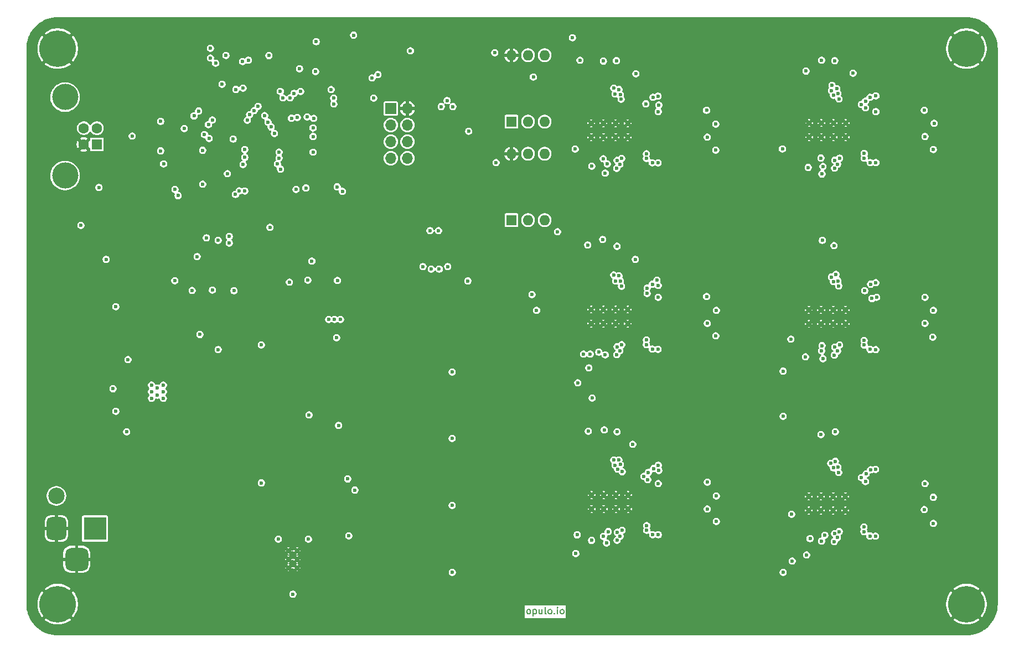
<source format=gbr>
G04 #@! TF.GenerationSoftware,KiCad,Pcbnew,9.0.4*
G04 #@! TF.CreationDate,2025-09-19T17:16:51+02:00*
G04 #@! TF.ProjectId,mobo,6d6f626f-2e6b-4696-9361-645f70636258,REV05*
G04 #@! TF.SameCoordinates,Original*
G04 #@! TF.FileFunction,Copper,L2,Inr*
G04 #@! TF.FilePolarity,Positive*
%FSLAX46Y46*%
G04 Gerber Fmt 4.6, Leading zero omitted, Abs format (unit mm)*
G04 Created by KiCad (PCBNEW 9.0.4) date 2025-09-19 17:16:51*
%MOMM*%
%LPD*%
G01*
G04 APERTURE LIST*
G04 Aperture macros list*
%AMRoundRect*
0 Rectangle with rounded corners*
0 $1 Rounding radius*
0 $2 $3 $4 $5 $6 $7 $8 $9 X,Y pos of 4 corners*
0 Add a 4 corners polygon primitive as box body*
4,1,4,$2,$3,$4,$5,$6,$7,$8,$9,$2,$3,0*
0 Add four circle primitives for the rounded corners*
1,1,$1+$1,$2,$3*
1,1,$1+$1,$4,$5*
1,1,$1+$1,$6,$7*
1,1,$1+$1,$8,$9*
0 Add four rect primitives between the rounded corners*
20,1,$1+$1,$2,$3,$4,$5,0*
20,1,$1+$1,$4,$5,$6,$7,0*
20,1,$1+$1,$6,$7,$8,$9,0*
20,1,$1+$1,$8,$9,$2,$3,0*%
G04 Aperture macros list end*
%ADD10C,0.150000*%
G04 #@! TA.AperFunction,NonConductor*
%ADD11C,0.150000*%
G04 #@! TD*
G04 #@! TA.AperFunction,ComponentPad*
%ADD12C,5.600000*%
G04 #@! TD*
G04 #@! TA.AperFunction,ComponentPad*
%ADD13R,1.600000X1.600000*%
G04 #@! TD*
G04 #@! TA.AperFunction,ComponentPad*
%ADD14O,1.600000X1.600000*%
G04 #@! TD*
G04 #@! TA.AperFunction,ComponentPad*
%ADD15R,3.500000X3.500000*%
G04 #@! TD*
G04 #@! TA.AperFunction,ComponentPad*
%ADD16C,2.500000*%
G04 #@! TD*
G04 #@! TA.AperFunction,ComponentPad*
%ADD17RoundRect,0.750000X-0.750000X-1.000000X0.750000X-1.000000X0.750000X1.000000X-0.750000X1.000000X0*%
G04 #@! TD*
G04 #@! TA.AperFunction,ComponentPad*
%ADD18RoundRect,0.875000X-0.875000X-0.875000X0.875000X-0.875000X0.875000X0.875000X-0.875000X0.875000X0*%
G04 #@! TD*
G04 #@! TA.AperFunction,ComponentPad*
%ADD19C,1.600000*%
G04 #@! TD*
G04 #@! TA.AperFunction,ComponentPad*
%ADD20C,4.000000*%
G04 #@! TD*
G04 #@! TA.AperFunction,HeatsinkPad*
%ADD21C,0.600000*%
G04 #@! TD*
G04 #@! TA.AperFunction,HeatsinkPad*
%ADD22C,0.500000*%
G04 #@! TD*
G04 #@! TA.AperFunction,ComponentPad*
%ADD23R,1.700000X1.700000*%
G04 #@! TD*
G04 #@! TA.AperFunction,ComponentPad*
%ADD24O,1.700000X1.700000*%
G04 #@! TD*
G04 #@! TA.AperFunction,ViaPad*
%ADD25C,0.600000*%
G04 #@! TD*
G04 APERTURE END LIST*
D10*
D11*
X143579636Y-141489819D02*
X143484398Y-141442200D01*
X143484398Y-141442200D02*
X143436779Y-141394580D01*
X143436779Y-141394580D02*
X143389160Y-141299342D01*
X143389160Y-141299342D02*
X143389160Y-141013628D01*
X143389160Y-141013628D02*
X143436779Y-140918390D01*
X143436779Y-140918390D02*
X143484398Y-140870771D01*
X143484398Y-140870771D02*
X143579636Y-140823152D01*
X143579636Y-140823152D02*
X143722493Y-140823152D01*
X143722493Y-140823152D02*
X143817731Y-140870771D01*
X143817731Y-140870771D02*
X143865350Y-140918390D01*
X143865350Y-140918390D02*
X143912969Y-141013628D01*
X143912969Y-141013628D02*
X143912969Y-141299342D01*
X143912969Y-141299342D02*
X143865350Y-141394580D01*
X143865350Y-141394580D02*
X143817731Y-141442200D01*
X143817731Y-141442200D02*
X143722493Y-141489819D01*
X143722493Y-141489819D02*
X143579636Y-141489819D01*
X144341541Y-140823152D02*
X144341541Y-141823152D01*
X144341541Y-140870771D02*
X144436779Y-140823152D01*
X144436779Y-140823152D02*
X144627255Y-140823152D01*
X144627255Y-140823152D02*
X144722493Y-140870771D01*
X144722493Y-140870771D02*
X144770112Y-140918390D01*
X144770112Y-140918390D02*
X144817731Y-141013628D01*
X144817731Y-141013628D02*
X144817731Y-141299342D01*
X144817731Y-141299342D02*
X144770112Y-141394580D01*
X144770112Y-141394580D02*
X144722493Y-141442200D01*
X144722493Y-141442200D02*
X144627255Y-141489819D01*
X144627255Y-141489819D02*
X144436779Y-141489819D01*
X144436779Y-141489819D02*
X144341541Y-141442200D01*
X145674874Y-140823152D02*
X145674874Y-141489819D01*
X145246303Y-140823152D02*
X145246303Y-141346961D01*
X145246303Y-141346961D02*
X145293922Y-141442200D01*
X145293922Y-141442200D02*
X145389160Y-141489819D01*
X145389160Y-141489819D02*
X145532017Y-141489819D01*
X145532017Y-141489819D02*
X145627255Y-141442200D01*
X145627255Y-141442200D02*
X145674874Y-141394580D01*
X146293922Y-141489819D02*
X146198684Y-141442200D01*
X146198684Y-141442200D02*
X146151065Y-141346961D01*
X146151065Y-141346961D02*
X146151065Y-140489819D01*
X146817732Y-141489819D02*
X146722494Y-141442200D01*
X146722494Y-141442200D02*
X146674875Y-141394580D01*
X146674875Y-141394580D02*
X146627256Y-141299342D01*
X146627256Y-141299342D02*
X146627256Y-141013628D01*
X146627256Y-141013628D02*
X146674875Y-140918390D01*
X146674875Y-140918390D02*
X146722494Y-140870771D01*
X146722494Y-140870771D02*
X146817732Y-140823152D01*
X146817732Y-140823152D02*
X146960589Y-140823152D01*
X146960589Y-140823152D02*
X147055827Y-140870771D01*
X147055827Y-140870771D02*
X147103446Y-140918390D01*
X147103446Y-140918390D02*
X147151065Y-141013628D01*
X147151065Y-141013628D02*
X147151065Y-141299342D01*
X147151065Y-141299342D02*
X147103446Y-141394580D01*
X147103446Y-141394580D02*
X147055827Y-141442200D01*
X147055827Y-141442200D02*
X146960589Y-141489819D01*
X146960589Y-141489819D02*
X146817732Y-141489819D01*
X147579637Y-141394580D02*
X147627256Y-141442200D01*
X147627256Y-141442200D02*
X147579637Y-141489819D01*
X147579637Y-141489819D02*
X147532018Y-141442200D01*
X147532018Y-141442200D02*
X147579637Y-141394580D01*
X147579637Y-141394580D02*
X147579637Y-141489819D01*
X148055827Y-141489819D02*
X148055827Y-140823152D01*
X148055827Y-140489819D02*
X148008208Y-140537438D01*
X148008208Y-140537438D02*
X148055827Y-140585057D01*
X148055827Y-140585057D02*
X148103446Y-140537438D01*
X148103446Y-140537438D02*
X148055827Y-140489819D01*
X148055827Y-140489819D02*
X148055827Y-140585057D01*
X148674874Y-141489819D02*
X148579636Y-141442200D01*
X148579636Y-141442200D02*
X148532017Y-141394580D01*
X148532017Y-141394580D02*
X148484398Y-141299342D01*
X148484398Y-141299342D02*
X148484398Y-141013628D01*
X148484398Y-141013628D02*
X148532017Y-140918390D01*
X148532017Y-140918390D02*
X148579636Y-140870771D01*
X148579636Y-140870771D02*
X148674874Y-140823152D01*
X148674874Y-140823152D02*
X148817731Y-140823152D01*
X148817731Y-140823152D02*
X148912969Y-140870771D01*
X148912969Y-140870771D02*
X148960588Y-140918390D01*
X148960588Y-140918390D02*
X149008207Y-141013628D01*
X149008207Y-141013628D02*
X149008207Y-141299342D01*
X149008207Y-141299342D02*
X148960588Y-141394580D01*
X148960588Y-141394580D02*
X148912969Y-141442200D01*
X148912969Y-141442200D02*
X148817731Y-141489819D01*
X148817731Y-141489819D02*
X148674874Y-141489819D01*
D12*
X71600000Y-55000000D03*
D13*
X141000000Y-66187500D03*
D14*
X143540000Y-66187500D03*
X146080000Y-66187500D03*
X146080000Y-56027500D03*
X143540000Y-56027500D03*
X141000000Y-56027500D03*
D15*
X77300000Y-128437500D03*
D16*
X71400000Y-128437500D03*
D17*
X71400000Y-128437500D03*
D18*
X74500000Y-133137500D03*
D16*
X71400000Y-123437500D03*
D13*
X77587500Y-69675000D03*
D19*
X77587500Y-67175000D03*
X75587500Y-67175000D03*
X75587500Y-69675000D03*
D20*
X72727500Y-74425000D03*
X72727500Y-62425000D03*
D21*
X192100000Y-94987500D03*
X190233333Y-94987500D03*
X188366667Y-94987500D03*
X186500000Y-94987500D03*
X192100000Y-97137500D03*
X190233333Y-97137500D03*
X188366667Y-97137500D03*
X186500000Y-97137500D03*
X192125000Y-66387500D03*
X190258333Y-66387500D03*
X188391667Y-66387500D03*
X186525000Y-66387500D03*
X192125000Y-68537500D03*
X190258333Y-68537500D03*
X188391667Y-68537500D03*
X186525000Y-68537500D03*
D12*
X210600000Y-140000000D03*
D21*
X192075000Y-123525000D03*
X190208333Y-123525000D03*
X188341667Y-123525000D03*
X186475000Y-123525000D03*
X192075000Y-125675000D03*
X190208333Y-125675000D03*
X188341667Y-125675000D03*
X186475000Y-125675000D03*
D22*
X106912500Y-131835000D03*
X106912500Y-133135000D03*
X106912500Y-134435000D03*
X108212500Y-131835000D03*
X108212500Y-133135000D03*
X108212500Y-134435000D03*
D21*
X158850000Y-123312500D03*
X156983333Y-123312500D03*
X155116667Y-123312500D03*
X153250000Y-123312500D03*
X158850000Y-125462500D03*
X156983333Y-125462500D03*
X155116667Y-125462500D03*
X153250000Y-125462500D03*
X158800000Y-66425000D03*
X156933333Y-66425000D03*
X155066667Y-66425000D03*
X153200000Y-66425000D03*
X158800000Y-68575000D03*
X156933333Y-68575000D03*
X155066667Y-68575000D03*
X153200000Y-68575000D03*
X158800000Y-94925000D03*
X156933333Y-94925000D03*
X155066667Y-94925000D03*
X153200000Y-94925000D03*
X158800000Y-97075000D03*
X156933333Y-97075000D03*
X155066667Y-97075000D03*
X153200000Y-97075000D03*
D12*
X71600000Y-140000000D03*
D13*
X141000000Y-81250000D03*
D14*
X143540000Y-81250000D03*
X146080000Y-81250000D03*
X146080000Y-71090000D03*
X143540000Y-71090000D03*
X141000000Y-71090000D03*
D23*
X122550000Y-64170000D03*
D24*
X125090000Y-64170000D03*
X122550000Y-66710000D03*
X125090000Y-66710000D03*
X122550000Y-69250000D03*
X125090000Y-69250000D03*
X122550000Y-71790000D03*
X125090000Y-71790000D03*
D12*
X210600000Y-55000000D03*
D25*
X77550000Y-50950000D03*
X135650000Y-119950000D03*
X113250000Y-107450000D03*
X82650000Y-144050000D03*
X94250000Y-94450000D03*
X161550000Y-50950000D03*
X116450000Y-135750000D03*
X134650000Y-144050000D03*
X118050000Y-104550000D03*
X159175000Y-136325000D03*
X124250000Y-108350000D03*
X151950000Y-100450000D03*
X188650000Y-144050000D03*
X70050000Y-111350000D03*
X214650000Y-68950000D03*
X93250000Y-138750000D03*
X191550000Y-50950000D03*
X114925000Y-86650000D03*
X122200000Y-82350000D03*
X119050000Y-135650000D03*
X185550000Y-50950000D03*
X104625000Y-144050000D03*
X171150000Y-78250000D03*
X105550000Y-50950000D03*
X207650000Y-78350000D03*
X169550000Y-50950000D03*
X194250000Y-81750000D03*
X199350000Y-64650000D03*
X189550000Y-78250000D03*
X165950000Y-98650000D03*
X188550000Y-133350000D03*
X92500000Y-140250000D03*
X126700000Y-127400000D03*
X187350000Y-77250000D03*
X206750000Y-118250000D03*
X67550000Y-70050000D03*
X113975000Y-66685000D03*
X108600000Y-53800000D03*
X118950000Y-90450000D03*
X77850000Y-135950000D03*
X144650000Y-76250000D03*
X74650000Y-144050000D03*
X135650000Y-111050000D03*
X110250000Y-97550000D03*
X210250000Y-118150000D03*
X214650000Y-102900000D03*
X92500000Y-139250000D03*
X126650000Y-144050000D03*
X111550000Y-50950000D03*
X98462500Y-125750000D03*
X214650000Y-122950000D03*
X85250000Y-72350000D03*
X116350000Y-116700000D03*
X131550000Y-50950000D03*
X113550000Y-50950000D03*
X84650000Y-144050000D03*
X210250000Y-62950000D03*
X135750000Y-121350000D03*
X122250000Y-103150000D03*
X93250000Y-139750000D03*
X124150000Y-110450000D03*
X214650000Y-74950000D03*
X67550000Y-82050000D03*
X67550000Y-84050001D03*
X99450000Y-68050000D03*
X167250000Y-88250000D03*
X126275000Y-136225000D03*
X214650000Y-80950000D03*
X189550000Y-50950000D03*
X214650000Y-134850000D03*
X206750000Y-102350000D03*
X173550000Y-89650000D03*
X139150000Y-119250000D03*
X189550000Y-106850000D03*
X119350000Y-72410000D03*
X85750000Y-141150000D03*
X112250000Y-94100000D03*
X145250000Y-136650000D03*
X99462500Y-123250000D03*
X67550000Y-64050000D03*
X101750000Y-112500000D03*
X162650000Y-144050000D03*
X98650000Y-54350000D03*
X138350000Y-79650000D03*
X68750000Y-80650000D03*
X195350000Y-138850000D03*
X165950000Y-70350000D03*
X151550000Y-117550000D03*
X162050000Y-81750000D03*
X183550000Y-50950000D03*
X71550000Y-50950000D03*
X67550000Y-129650000D03*
X173350000Y-106750000D03*
X214650000Y-78950000D03*
X205450000Y-106850000D03*
X150650000Y-144050000D03*
X202650000Y-144050000D03*
X115475000Y-72510000D03*
X120450000Y-123150000D03*
X92500000Y-141250000D03*
X128650001Y-144050000D03*
X116450000Y-138750000D03*
X122750000Y-77350000D03*
X67550000Y-140050000D03*
X130650001Y-144050000D03*
X135650000Y-106150000D03*
X67950000Y-141750000D03*
X210250000Y-130950000D03*
X206750000Y-130850000D03*
X119675000Y-68910000D03*
X73550000Y-50950000D03*
X70050000Y-112450000D03*
X73750000Y-136650000D03*
X79350000Y-110550000D03*
X199350000Y-93250000D03*
X127175000Y-136625000D03*
X68250000Y-130450000D03*
X122750000Y-95650000D03*
X104962500Y-125250000D03*
X214650000Y-82950001D03*
X99050000Y-63650000D03*
X126600000Y-118200000D03*
X155550000Y-50950000D03*
X170350000Y-136150000D03*
X135650000Y-116250000D03*
X83800000Y-87900000D03*
X165950000Y-127050000D03*
X78650000Y-144050000D03*
X67550000Y-78050000D03*
X67550000Y-112050000D03*
X164650000Y-114450000D03*
X193350000Y-53250000D03*
X159550000Y-50950000D03*
X198650000Y-144050000D03*
X213250000Y-143050000D03*
X105950000Y-63850000D03*
X163850000Y-82950000D03*
X122750000Y-93950000D03*
X193250000Y-116250000D03*
X125550000Y-50950000D03*
X139650000Y-120950000D03*
X67550000Y-134050000D03*
X214650000Y-98900000D03*
X96150000Y-97650000D03*
X112650000Y-144050000D03*
X135250000Y-76250000D03*
X181550000Y-50950000D03*
X83000000Y-109500000D03*
X95250000Y-128000000D03*
X139450000Y-107850000D03*
X187550000Y-50950000D03*
X112250000Y-108750000D03*
X173650000Y-102450000D03*
X135650000Y-100850000D03*
X210350000Y-73850000D03*
X214650000Y-96900000D03*
X67550000Y-76050000D03*
X145550000Y-50950000D03*
X145050000Y-87750000D03*
X126600000Y-116200000D03*
X116650000Y-144050000D03*
X207350000Y-50950000D03*
X210150000Y-91750000D03*
X160850000Y-53250000D03*
X67550000Y-126050001D03*
X83000000Y-111000000D03*
X174350000Y-106750000D03*
X98462500Y-124750000D03*
X91000000Y-105500000D03*
X67550000Y-120050000D03*
X101250000Y-110000000D03*
X118850000Y-106450000D03*
X144950000Y-96050000D03*
X145850000Y-88650000D03*
X118850000Y-93950000D03*
X214650000Y-106925001D03*
X173450000Y-118050000D03*
X67550000Y-108050001D03*
X163150000Y-53250000D03*
X167550000Y-50950000D03*
X94250000Y-97650000D03*
X130450000Y-119450000D03*
X123950000Y-125350000D03*
X128650000Y-61850000D03*
X165850000Y-87150000D03*
X153550000Y-50950000D03*
X173550000Y-50950000D03*
X193150000Y-138850000D03*
X206750000Y-129150000D03*
X146650000Y-144050000D03*
X67550000Y-104050000D03*
X107550000Y-50950000D03*
X67550000Y-96050000D03*
X135650000Y-107750000D03*
X165950000Y-58650000D03*
X214650000Y-60950000D03*
X160250000Y-135950000D03*
X164650000Y-144050000D03*
X192350000Y-85150000D03*
X123350000Y-138850000D03*
X176650000Y-117750000D03*
X214650000Y-104925000D03*
X205450000Y-78350000D03*
X170649999Y-144050000D03*
X96150000Y-58650000D03*
X137850000Y-118650000D03*
X172050000Y-106750000D03*
X163550000Y-50950000D03*
X89550000Y-50950000D03*
X142650000Y-144050000D03*
X139450000Y-99250000D03*
X173550000Y-63050000D03*
X210250000Y-120250000D03*
X210250000Y-129050000D03*
X69000000Y-128000000D03*
X130450000Y-109150000D03*
X121825000Y-130850000D03*
X77850000Y-139250000D03*
X152550000Y-120050000D03*
X161150000Y-84450000D03*
X176650000Y-91750000D03*
X162950000Y-81750000D03*
X173450000Y-119850000D03*
X214650000Y-128950000D03*
X67550000Y-60050000D03*
X126275000Y-137075000D03*
X118850000Y-129350000D03*
X199250000Y-127450000D03*
X173450000Y-72050000D03*
X115450000Y-63150000D03*
X154950000Y-78250000D03*
X199250000Y-98950000D03*
X158950000Y-56650000D03*
X176950000Y-71950000D03*
X109450000Y-72950000D03*
X165950000Y-93150000D03*
X206750000Y-89750000D03*
X135650000Y-99150000D03*
X173450000Y-91250000D03*
X128600000Y-118200000D03*
X210250000Y-61150000D03*
X197050000Y-137550000D03*
X144250000Y-87750000D03*
X135550000Y-50950000D03*
X83750000Y-108750000D03*
X127700000Y-128400000D03*
X136650000Y-68350000D03*
X71750000Y-132750000D03*
X199550000Y-50950000D03*
X204550000Y-106850000D03*
X139650000Y-138550000D03*
X110775000Y-86500000D03*
X69000000Y-129650000D03*
X214650000Y-88950000D03*
X126700000Y-126400000D03*
X167250000Y-75250000D03*
X91000000Y-109000000D03*
X113550000Y-68610000D03*
X115150000Y-68750000D03*
X81450000Y-74350000D03*
X69550000Y-51550000D03*
X135750000Y-128250000D03*
X86550000Y-72350000D03*
X174650000Y-144050000D03*
X124649999Y-144050000D03*
X103000000Y-112500000D03*
X123950000Y-122950000D03*
X69000000Y-126500000D03*
X163850000Y-80550000D03*
X206750000Y-62950000D03*
X67550000Y-58050001D03*
X114925000Y-87450000D03*
X92650000Y-100050000D03*
X135750000Y-131550000D03*
X210150000Y-100350000D03*
X128700000Y-128400000D03*
X126700000Y-108000000D03*
X195450000Y-81750000D03*
X175550000Y-50950000D03*
X116375000Y-115725000D03*
X194250000Y-110350000D03*
X192650000Y-144050000D03*
X214650000Y-124950000D03*
X113525000Y-65150000D03*
X138650000Y-144050000D03*
X100250000Y-110000000D03*
X93250000Y-141750000D03*
X99462500Y-126250000D03*
X190650000Y-144050000D03*
X214650000Y-108925000D03*
X166650000Y-144050000D03*
X214650000Y-70950001D03*
X193250000Y-110350000D03*
X176650000Y-100250000D03*
X206550000Y-106850000D03*
X67550000Y-100050000D03*
X173650000Y-130750000D03*
X173350000Y-78250000D03*
X186650000Y-144050000D03*
X167350000Y-103750000D03*
X139550000Y-129850000D03*
X89250000Y-69950000D03*
X72650000Y-107050000D03*
X80650001Y-144050000D03*
X167250000Y-59750000D03*
X75250000Y-136650000D03*
X174350000Y-78250000D03*
X74500000Y-135750000D03*
X129550000Y-50950000D03*
X159850000Y-53250000D03*
X139550000Y-50950000D03*
X139450000Y-100950000D03*
X67550000Y-102049999D03*
X111225000Y-95300000D03*
X152975000Y-134375000D03*
X120350000Y-128125000D03*
X111150000Y-82350000D03*
X214650000Y-90950000D03*
X100550000Y-112550000D03*
X172650000Y-144050000D03*
X214650000Y-62950000D03*
X166050000Y-117650000D03*
X204650000Y-144050000D03*
X206750000Y-91550000D03*
X214650000Y-94950001D03*
X165950000Y-133250000D03*
X135950000Y-79650000D03*
X135750000Y-136650000D03*
X179550000Y-50950000D03*
X144650001Y-144050000D03*
X209150000Y-50950000D03*
X86650000Y-144050000D03*
X96500000Y-128000000D03*
X103962500Y-124750000D03*
X165950000Y-104850000D03*
X135750000Y-138550000D03*
X94650000Y-144050000D03*
X103962500Y-125750000D03*
X201550000Y-50950000D03*
X81550000Y-50950000D03*
X126700000Y-106000000D03*
X136150000Y-63550000D03*
X117150000Y-104550000D03*
X96050000Y-53750000D03*
X91000000Y-108250000D03*
X72650001Y-144050000D03*
X214650000Y-58950001D03*
X119050000Y-138850000D03*
X214650000Y-132950000D03*
X119550000Y-50950000D03*
X199350000Y-58550000D03*
X197550000Y-50950000D03*
X176650000Y-144050000D03*
X119050000Y-77350000D03*
X214650000Y-138950000D03*
X76650001Y-144050000D03*
X135650000Y-109250000D03*
X115250000Y-66510000D03*
X67550000Y-132050000D03*
X193550000Y-50950000D03*
X189450000Y-135450000D03*
X99462500Y-124250000D03*
X120350000Y-126950000D03*
X87550000Y-50950000D03*
X119250000Y-63250000D03*
X141150000Y-97450000D03*
X154050000Y-77450000D03*
X172050000Y-78250000D03*
X81550000Y-91050000D03*
X127550000Y-60450000D03*
X75550000Y-50950000D03*
X70650000Y-143950000D03*
X129700000Y-128400000D03*
X211150000Y-144000000D03*
X137550000Y-50950000D03*
X73000000Y-135750000D03*
X67550000Y-128050000D03*
X206650000Y-100750000D03*
X206450000Y-138450000D03*
X214650000Y-136950000D03*
X95550000Y-50950000D03*
X134500000Y-61950000D03*
X106950000Y-136050000D03*
X165550000Y-50950000D03*
X139550000Y-128250000D03*
X130450000Y-129550000D03*
X214650000Y-126950000D03*
X162150000Y-53250000D03*
X128700000Y-108000000D03*
X144650000Y-106050000D03*
X127450000Y-93650000D03*
X126275000Y-137900000D03*
X176950000Y-73850000D03*
X191750000Y-106850000D03*
X67550000Y-68049999D03*
X205550000Y-50950000D03*
X176650000Y-102550000D03*
X139650000Y-136550000D03*
X214150000Y-53150000D03*
X145250000Y-116150000D03*
X119650000Y-66150000D03*
X206850000Y-61150000D03*
X127450000Y-90450000D03*
X204450000Y-138450000D03*
X214450000Y-141150000D03*
X79550000Y-50950000D03*
X111250000Y-97525000D03*
X170350000Y-137250000D03*
X70950000Y-133500000D03*
X147550000Y-50950000D03*
X173450000Y-100650000D03*
X95250000Y-84750000D03*
X139450000Y-115650000D03*
X195550000Y-50950000D03*
X145550000Y-126450000D03*
X104250000Y-112500000D03*
X107250000Y-86850000D03*
X214650000Y-100900000D03*
X96250000Y-94850000D03*
X118850000Y-130375000D03*
X121550000Y-50950000D03*
X97550000Y-50950000D03*
X93800000Y-76800000D03*
X180650000Y-144050000D03*
X106150000Y-82350000D03*
X83550000Y-50950000D03*
X166050000Y-121650000D03*
X67550000Y-80050000D03*
X141150000Y-95850000D03*
X113650000Y-64350000D03*
X197850000Y-114650000D03*
X144250000Y-88650000D03*
X187250000Y-105950000D03*
X171150000Y-106750000D03*
X67550000Y-88050001D03*
X139450000Y-111050000D03*
X100650000Y-144025000D03*
X184650000Y-144050000D03*
X103550000Y-50950000D03*
X200650000Y-59650000D03*
X123550000Y-50950000D03*
X132850000Y-77150000D03*
X214650000Y-118925000D03*
X206750000Y-120050000D03*
X176650000Y-128650000D03*
X89250000Y-72250000D03*
X214650000Y-84950000D03*
X211250000Y-51050000D03*
X88250000Y-68350000D03*
X84500000Y-108750000D03*
X134275000Y-94150000D03*
X205450000Y-138450000D03*
X175150000Y-136150000D03*
X206650000Y-78350000D03*
X109150000Y-68450000D03*
X117550000Y-50950000D03*
X91000000Y-106250000D03*
X199250000Y-104850000D03*
X135750000Y-129750000D03*
X89050000Y-141150000D03*
X152650000Y-144050000D03*
X127700000Y-108000000D03*
X123150000Y-82350000D03*
X70950000Y-132000000D03*
X200650000Y-144050000D03*
X102350000Y-95150000D03*
X212950000Y-51850000D03*
X90649999Y-144050000D03*
X120350000Y-110250000D03*
X85550000Y-50950000D03*
X68050000Y-53150000D03*
X91550000Y-50950000D03*
X200050000Y-132450000D03*
X143550000Y-50950000D03*
X176650000Y-130850000D03*
X214650000Y-76950000D03*
X102250000Y-110000000D03*
X166050000Y-131050000D03*
X210150000Y-102550000D03*
X214650000Y-120950000D03*
X114650001Y-144050000D03*
X120650000Y-144050000D03*
X67550000Y-124050000D03*
X214650000Y-116924999D03*
X200650000Y-103750000D03*
X145850000Y-87750000D03*
X200550000Y-116850000D03*
X173550000Y-61150000D03*
X175150000Y-137250000D03*
X77450000Y-90550000D03*
X84450000Y-85050000D03*
X135650000Y-117750000D03*
X71750000Y-104050000D03*
X154650000Y-144050000D03*
X122750000Y-105950000D03*
X106650001Y-144050000D03*
X93550000Y-50950000D03*
X67550000Y-92050001D03*
X159050000Y-82450000D03*
X160650000Y-144050000D03*
X94450000Y-119750000D03*
X89250000Y-85050000D03*
X67550000Y-136049999D03*
X206750000Y-72050000D03*
X95550000Y-103350000D03*
X156250000Y-106850000D03*
X141650000Y-128600000D03*
X176650000Y-120150000D03*
X141350000Y-86950000D03*
X214650000Y-92950000D03*
X192250000Y-135550000D03*
X139450000Y-105950000D03*
X194250000Y-53250000D03*
X196650000Y-144050000D03*
X139450000Y-109350000D03*
X67550000Y-66050000D03*
X193250000Y-81750000D03*
X122650000Y-104450000D03*
X122250000Y-102350000D03*
X69050000Y-143150000D03*
X114750000Y-109850000D03*
X165950000Y-64650000D03*
X67550000Y-74050001D03*
X159250000Y-78350000D03*
X199150000Y-76250000D03*
X178650000Y-144050000D03*
X110650001Y-144050000D03*
X67550000Y-98050000D03*
X80750000Y-112050000D03*
X96650000Y-144050000D03*
X144950000Y-97350000D03*
X129600000Y-118200000D03*
X200550000Y-88350000D03*
X88650000Y-144050000D03*
X158350000Y-85250000D03*
X163050000Y-110150000D03*
X176950000Y-63050000D03*
X210150000Y-89550000D03*
X199350000Y-70250000D03*
X132650000Y-144050000D03*
X102650000Y-144025000D03*
X83000000Y-110250000D03*
X194250000Y-138850000D03*
X98462500Y-123750000D03*
X68250000Y-128850000D03*
X120450000Y-125150000D03*
X67550000Y-62050000D03*
X141350000Y-85150000D03*
X196350000Y-110350000D03*
X89250000Y-70950000D03*
X67550000Y-72050001D03*
X144950000Y-85150000D03*
X122650000Y-144050000D03*
X126700000Y-107000000D03*
X116350000Y-117725000D03*
X157550000Y-50950000D03*
X127600000Y-118200000D03*
X177550000Y-50950000D03*
X67550000Y-55550000D03*
X120350000Y-108550000D03*
X118950000Y-91850000D03*
X199250000Y-121750000D03*
X151550000Y-50950000D03*
X214650000Y-56950000D03*
X158649999Y-144050000D03*
X133550000Y-50950000D03*
X214650000Y-72950000D03*
X154700000Y-134425000D03*
X204550000Y-78350000D03*
X67550000Y-118050001D03*
X98650000Y-144050000D03*
X132450000Y-88750000D03*
X159150000Y-113450000D03*
X118650000Y-144050000D03*
X168650000Y-144050000D03*
X206649999Y-144050000D03*
X68750000Y-79450000D03*
X140650001Y-144050000D03*
X214650000Y-114924999D03*
X104962500Y-126250000D03*
X191750000Y-78250000D03*
X196450000Y-81750000D03*
X103640000Y-53360000D03*
X206750000Y-73750000D03*
X214650000Y-130950001D03*
X162150000Y-110150000D03*
X118950000Y-104550000D03*
X139650000Y-131550000D03*
X104962500Y-127250000D03*
X72550000Y-90550000D03*
X98850000Y-93650000D03*
X89850000Y-126950000D03*
X134200000Y-73750000D03*
X203550000Y-50950000D03*
X68250000Y-127250000D03*
X210350000Y-71850000D03*
X109550000Y-50950000D03*
X99462500Y-125250000D03*
X173450000Y-129050000D03*
X176950000Y-61150000D03*
X136650000Y-144050000D03*
X161175000Y-135950000D03*
X196450000Y-53250000D03*
X130450000Y-98950000D03*
X67550000Y-114050000D03*
X93250000Y-140750000D03*
X156650000Y-144050000D03*
X118850000Y-95550000D03*
X214650000Y-110925000D03*
X126600000Y-117200000D03*
X214650000Y-64950000D03*
X98250000Y-70950000D03*
X67550000Y-110050000D03*
X149550000Y-50950000D03*
X122850000Y-91750000D03*
X67550000Y-138050000D03*
X214650000Y-86950000D03*
X128000000Y-136650000D03*
X126700000Y-128400000D03*
X67550000Y-116050000D03*
X71750000Y-134250000D03*
X195450000Y-53250000D03*
X173450000Y-73750000D03*
X214650000Y-66950000D03*
X127550000Y-50950000D03*
X144950000Y-86750000D03*
X71750000Y-131250000D03*
X122850000Y-90450000D03*
X103962500Y-126750000D03*
X160850000Y-110150000D03*
X108650000Y-144050000D03*
X105500000Y-112500000D03*
X176650000Y-89450000D03*
X159150000Y-137325000D03*
X67550000Y-94050000D03*
X135850000Y-126250000D03*
X207350000Y-138450000D03*
X145050000Y-88650000D03*
X129700000Y-108000000D03*
X115550000Y-50950000D03*
X208650000Y-144050000D03*
X101150000Y-53350000D03*
X192450000Y-56650000D03*
X158450000Y-106750000D03*
X195350000Y-110350000D03*
X104962500Y-124250000D03*
X76000000Y-135750000D03*
X207550000Y-106850000D03*
X148650001Y-144050000D03*
X139550000Y-126350000D03*
X165850000Y-76450000D03*
X200650000Y-75050000D03*
X110300000Y-95300000D03*
X159950000Y-110150000D03*
X192450000Y-113650000D03*
X67550000Y-122050001D03*
X154950000Y-105950000D03*
X194649999Y-144050000D03*
X171550000Y-50950000D03*
X67550000Y-106050001D03*
X67550000Y-90050000D03*
X214650000Y-112924999D03*
X99550000Y-50950000D03*
X141550000Y-50950000D03*
X92650000Y-144050000D03*
X197950000Y-86050000D03*
X108250000Y-136050000D03*
X112325000Y-101375000D03*
X182649999Y-144050000D03*
X67550000Y-86050000D03*
X102000000Y-103575000D03*
X101550000Y-50950000D03*
X123450000Y-135650000D03*
X214650000Y-54950000D03*
X89250000Y-73250000D03*
X87350000Y-66150000D03*
X87350000Y-70650000D03*
X114250000Y-99250000D03*
X113050000Y-96450000D03*
X190550000Y-113650000D03*
X119925000Y-62575000D03*
X153050000Y-101750000D03*
X155350000Y-74050000D03*
X87750000Y-107500000D03*
X157150000Y-113650000D03*
X110650000Y-70850000D03*
X104050000Y-82350000D03*
X97350000Y-56050000D03*
X114550000Y-112650000D03*
X114850000Y-96450000D03*
X85950000Y-108500000D03*
X157150000Y-85250000D03*
X114375000Y-90475000D03*
X85950000Y-106500000D03*
X186150000Y-132475000D03*
X99950000Y-72750000D03*
X86850000Y-106950000D03*
X190450000Y-56850000D03*
X87790000Y-72650000D03*
X87750000Y-106500000D03*
X190350000Y-85150000D03*
X138450000Y-55650000D03*
X138650000Y-72450000D03*
X134350000Y-90550000D03*
X111150000Y-53950000D03*
X113950000Y-96450000D03*
X188650000Y-102450000D03*
X113825000Y-63475000D03*
X134450000Y-67650000D03*
X157050000Y-56850000D03*
X155550000Y-130650000D03*
X86850000Y-108050000D03*
X82350000Y-102600000D03*
X110650000Y-68450000D03*
X87750000Y-108500000D03*
X85950000Y-107500000D03*
X188500000Y-74200000D03*
X152750000Y-113550000D03*
X186050000Y-58450000D03*
X159950000Y-87250000D03*
X160050000Y-58850000D03*
X159550000Y-115550000D03*
X193250000Y-58750000D03*
X152650000Y-85050000D03*
X80500000Y-110500000D03*
X151500000Y-56800000D03*
X204250000Y-68450000D03*
X205550000Y-70450000D03*
X205650000Y-66450000D03*
X204150000Y-64450000D03*
X89500000Y-90500000D03*
X95250000Y-91950000D03*
X98550000Y-92050000D03*
X92150000Y-92000000D03*
X80050000Y-107050000D03*
X107575000Y-138475000D03*
X102762500Y-121450000D03*
X75150000Y-82050000D03*
X105350000Y-130050000D03*
X109950000Y-130050000D03*
X170950000Y-68550000D03*
X172250000Y-70550000D03*
X172250000Y-66550000D03*
X170850000Y-64450000D03*
X170950000Y-97050000D03*
X172250000Y-98950000D03*
X172350000Y-95050000D03*
X170850000Y-92950000D03*
X204150000Y-125550000D03*
X205550000Y-127650000D03*
X205550000Y-123650000D03*
X204250000Y-121550000D03*
X204250000Y-97050000D03*
X205450000Y-99150000D03*
X205550000Y-95050000D03*
X204250000Y-93050000D03*
X170950000Y-125450000D03*
X172350000Y-127350000D03*
X172350000Y-123450000D03*
X170950000Y-121350000D03*
X144850000Y-95050000D03*
X144150000Y-92650000D03*
X93774223Y-70561661D03*
X93775000Y-75750000D03*
X90000000Y-77500000D03*
X89529509Y-76559018D03*
X131950000Y-135150000D03*
X131937500Y-124900000D03*
X131937500Y-114650000D03*
X131937500Y-104500000D03*
X188450000Y-56800000D03*
X77900000Y-76250000D03*
X83000000Y-68400000D03*
X108050000Y-76550000D03*
X115150000Y-76850000D03*
X114350000Y-76150000D03*
X109550000Y-76325000D03*
X107350000Y-65650000D03*
X131150000Y-62950000D03*
X130250000Y-63875000D03*
X132050000Y-63875000D03*
X108250000Y-65550000D03*
X144350000Y-59350000D03*
X96750000Y-60450000D03*
X116850000Y-52950000D03*
X155075000Y-56925000D03*
X95750000Y-57250000D03*
X152850000Y-103850000D03*
X113425000Y-61275000D03*
X111050000Y-58525000D03*
X154950000Y-84200000D03*
X103750000Y-66250000D03*
X183950000Y-133412500D03*
X188350000Y-114050000D03*
X103250000Y-65250000D03*
X183750000Y-99450000D03*
X106050000Y-62550000D03*
X105650000Y-61550000D03*
X188550000Y-84350000D03*
X150850000Y-132250000D03*
X100950000Y-65100000D03*
X100600000Y-65950000D03*
X129850000Y-82875000D03*
X148050000Y-83025000D03*
X155200000Y-113350000D03*
X188350000Y-71750000D03*
X94950000Y-54950000D03*
X188650000Y-73050000D03*
X94950000Y-56450000D03*
X105450000Y-71750000D03*
X154350000Y-101450000D03*
X105203116Y-72650000D03*
X155350000Y-101850000D03*
X188450000Y-101250000D03*
X108600000Y-58100000D03*
X104250000Y-67000000D03*
X188450000Y-130350000D03*
X155800000Y-128900000D03*
X102250000Y-63850000D03*
X101650000Y-64500000D03*
X155075000Y-129650000D03*
X104750000Y-68000000D03*
X188950000Y-129450000D03*
X100750000Y-56775000D03*
X155650000Y-72650000D03*
X99891942Y-56991942D03*
X155050000Y-71850000D03*
X188500830Y-100451614D03*
X107150000Y-62550000D03*
X191200000Y-71762500D03*
X190900000Y-72687500D03*
X196750000Y-72462500D03*
X190475000Y-72087500D03*
X190425000Y-73287500D03*
X194975000Y-71762500D03*
X194975000Y-71062500D03*
X195875000Y-72437500D03*
X190250000Y-62150000D03*
X191100000Y-62712500D03*
X195850000Y-62450000D03*
X194550000Y-63550000D03*
X196750000Y-64650000D03*
X195150000Y-63050000D03*
X189950000Y-61450000D03*
X190050000Y-60650000D03*
X190950000Y-61850000D03*
X190750000Y-61150000D03*
X196750000Y-62237500D03*
X195150000Y-64050000D03*
X161650000Y-71800000D03*
X162550000Y-72475000D03*
X163425000Y-72500000D03*
X157100000Y-73325000D03*
X161650000Y-71100000D03*
X157150000Y-72125000D03*
X157575000Y-72725000D03*
X157875000Y-71800000D03*
X156650000Y-61050000D03*
X156850000Y-61950000D03*
X163550000Y-63650000D03*
X157450000Y-61250000D03*
X163450000Y-64650000D03*
X162650000Y-62450000D03*
X157775000Y-62750000D03*
X157650000Y-62050000D03*
X161550000Y-63450000D03*
X163425000Y-62275000D03*
X161650000Y-99600000D03*
X157575000Y-101225000D03*
X157875000Y-100300000D03*
X157100000Y-101825000D03*
X157150000Y-100625000D03*
X163425000Y-101000000D03*
X161650000Y-100300000D03*
X162550000Y-100975000D03*
X161750000Y-92450000D03*
X157850000Y-91350000D03*
X163450000Y-91250000D03*
X156950000Y-90550000D03*
X157450000Y-89750000D03*
X162550000Y-91050000D03*
X161750000Y-91650000D03*
X163250000Y-90450000D03*
X163450000Y-93050000D03*
X156650000Y-89650000D03*
X157650000Y-90550000D03*
X194925000Y-128900000D03*
X190375000Y-130425000D03*
X195825000Y-129575000D03*
X191150000Y-128900000D03*
X196700000Y-129600000D03*
X194925000Y-128200000D03*
X190425000Y-129225000D03*
X190850000Y-129825000D03*
X195950000Y-119450000D03*
X195150000Y-121250000D03*
X191050000Y-119850000D03*
X190950000Y-119050000D03*
X195250000Y-120050000D03*
X189850000Y-118450000D03*
X190550000Y-118150000D03*
X190250000Y-119150000D03*
X194550000Y-120650000D03*
X196700000Y-119375000D03*
X190875000Y-101287500D03*
X194950000Y-99662500D03*
X191175000Y-100362500D03*
X196725000Y-101062500D03*
X194950000Y-100362500D03*
X190400000Y-101887500D03*
X190450000Y-100687500D03*
X195850000Y-101037500D03*
X196150000Y-93250000D03*
X191075000Y-91312500D03*
X195050000Y-92050000D03*
X196850000Y-93050000D03*
X195950000Y-91050000D03*
X190650000Y-89550000D03*
X190250000Y-90650000D03*
X196725000Y-90837500D03*
X190950000Y-90550000D03*
X189950000Y-89950000D03*
X161700000Y-128687500D03*
X161700000Y-127987500D03*
X157150000Y-130212500D03*
X157625000Y-129612500D03*
X157925000Y-128687500D03*
X163475000Y-129387500D03*
X157200000Y-129012500D03*
X162600000Y-129362500D03*
X157450000Y-117950000D03*
X161250000Y-120450000D03*
X161850000Y-120950000D03*
X161950000Y-119850000D03*
X163550000Y-119550000D03*
X163475000Y-118750000D03*
X157250000Y-119350000D03*
X156850000Y-118750000D03*
X156650000Y-117950000D03*
X162750000Y-119250000D03*
X163450000Y-121550000D03*
X157950000Y-119750000D03*
X157650000Y-118650000D03*
X92450000Y-65310000D03*
X129950000Y-88750000D03*
X128727500Y-88750000D03*
X93150000Y-64550000D03*
X127457500Y-88350000D03*
X100225000Y-70450000D03*
X131250000Y-88350000D03*
X100225000Y-71650000D03*
X186387500Y-73187500D03*
X153293750Y-72993750D03*
X152050000Y-101750000D03*
X186681250Y-129981250D03*
X185975000Y-102175000D03*
X153250000Y-130250000D03*
X182450000Y-70350000D03*
X99950000Y-61050000D03*
X150350000Y-53350000D03*
X125550000Y-55350000D03*
X98850000Y-61250000D03*
X150750000Y-70375000D03*
X182550000Y-111250000D03*
X182550000Y-104350000D03*
X182550000Y-135150000D03*
X98794612Y-77325871D03*
X151050000Y-129400000D03*
X99368324Y-76768324D03*
X100225000Y-76794529D03*
X128550000Y-82850000D03*
X153350000Y-108450000D03*
X151150000Y-106150000D03*
X183850000Y-126250000D03*
X105675000Y-73450000D03*
X109750000Y-65450000D03*
X120575000Y-58975000D03*
X108750000Y-61550000D03*
X82150000Y-113650000D03*
X102750000Y-100350000D03*
X94050000Y-68150000D03*
X94350000Y-83950000D03*
X79000000Y-87250000D03*
X110650000Y-67150000D03*
X117050000Y-122550000D03*
X97550000Y-74150000D03*
X93350000Y-98750000D03*
X96150000Y-101050000D03*
X80500000Y-94500000D03*
X115950000Y-120850000D03*
X103904442Y-56079442D03*
X92925000Y-86825000D03*
X94750000Y-68750000D03*
X96150000Y-84350000D03*
X107750000Y-61850000D03*
X119675000Y-59500000D03*
X105450000Y-70850000D03*
X110050000Y-111050000D03*
X90950000Y-67250000D03*
X94650000Y-66625000D03*
X97850000Y-84750000D03*
X97850000Y-83750000D03*
X95250000Y-65935000D03*
X110750000Y-65685000D03*
X113800000Y-62575000D03*
X110475000Y-87525000D03*
X98450000Y-68850000D03*
X107050000Y-90750000D03*
X116112500Y-129537500D03*
X109850000Y-90425000D03*
G04 #@! TA.AperFunction,Conductor*
G36*
X210602702Y-50200617D02*
G01*
X211012917Y-50218528D01*
X211023654Y-50219468D01*
X211428057Y-50272708D01*
X211438695Y-50274583D01*
X211836925Y-50362869D01*
X211847365Y-50365667D01*
X212236363Y-50488317D01*
X212246524Y-50492015D01*
X212623363Y-50648108D01*
X212633155Y-50652674D01*
X212994965Y-50841020D01*
X213004305Y-50846413D01*
X213289636Y-51028189D01*
X213348309Y-51065568D01*
X213357170Y-51071772D01*
X213680766Y-51320076D01*
X213689053Y-51327030D01*
X213989767Y-51602583D01*
X213997416Y-51610232D01*
X214272969Y-51910946D01*
X214279923Y-51919233D01*
X214528227Y-52242829D01*
X214534431Y-52251690D01*
X214587930Y-52335666D01*
X214698670Y-52509493D01*
X214753578Y-52595680D01*
X214758983Y-52605042D01*
X214860212Y-52799500D01*
X214947322Y-52966838D01*
X214951894Y-52976642D01*
X215107983Y-53353473D01*
X215111683Y-53363639D01*
X215234331Y-53752630D01*
X215237131Y-53763078D01*
X215325414Y-54161296D01*
X215327292Y-54171950D01*
X215380529Y-54576326D01*
X215381472Y-54587102D01*
X215399382Y-54997297D01*
X215399500Y-55002706D01*
X215399500Y-139997293D01*
X215399382Y-140002702D01*
X215381472Y-140412897D01*
X215380529Y-140423673D01*
X215327292Y-140828049D01*
X215325414Y-140838703D01*
X215237131Y-141236921D01*
X215234331Y-141247369D01*
X215111683Y-141636360D01*
X215107983Y-141646526D01*
X214951894Y-142023357D01*
X214947322Y-142033161D01*
X214758987Y-142394951D01*
X214753578Y-142404319D01*
X214534431Y-142748309D01*
X214528227Y-142757170D01*
X214279923Y-143080766D01*
X214272969Y-143089053D01*
X213997416Y-143389767D01*
X213989767Y-143397416D01*
X213689053Y-143672969D01*
X213680766Y-143679923D01*
X213357170Y-143928227D01*
X213348309Y-143934431D01*
X213004319Y-144153578D01*
X212994951Y-144158987D01*
X212633161Y-144347322D01*
X212623357Y-144351894D01*
X212246526Y-144507983D01*
X212236360Y-144511683D01*
X211847369Y-144634331D01*
X211836921Y-144637131D01*
X211438703Y-144725414D01*
X211428049Y-144727292D01*
X211023673Y-144780529D01*
X211012897Y-144781472D01*
X210602703Y-144799382D01*
X210597294Y-144799500D01*
X71602706Y-144799500D01*
X71597297Y-144799382D01*
X71187102Y-144781472D01*
X71176326Y-144780529D01*
X70771950Y-144727292D01*
X70761296Y-144725414D01*
X70363078Y-144637131D01*
X70352630Y-144634331D01*
X69963639Y-144511683D01*
X69953473Y-144507983D01*
X69576642Y-144351894D01*
X69566838Y-144347322D01*
X69447126Y-144285004D01*
X69205042Y-144158983D01*
X69195686Y-144153582D01*
X69023685Y-144044004D01*
X68851690Y-143934431D01*
X68842829Y-143928227D01*
X68519233Y-143679923D01*
X68510946Y-143672969D01*
X68210232Y-143397416D01*
X68202583Y-143389767D01*
X67927030Y-143089053D01*
X67920076Y-143080766D01*
X67671772Y-142757170D01*
X67665568Y-142748309D01*
X67612070Y-142664334D01*
X67446413Y-142404305D01*
X67441020Y-142394965D01*
X67252674Y-142033155D01*
X67248105Y-142023357D01*
X67242243Y-142009206D01*
X67092015Y-141646524D01*
X67088316Y-141636360D01*
X67003842Y-141368443D01*
X66965667Y-141247365D01*
X66962868Y-141236921D01*
X66919728Y-141042330D01*
X66874583Y-140838695D01*
X66872707Y-140828049D01*
X66819468Y-140423654D01*
X66818528Y-140412917D01*
X66800618Y-140002702D01*
X66800500Y-139997293D01*
X66800500Y-139825901D01*
X68500000Y-139825901D01*
X68500000Y-140174098D01*
X68538981Y-140520073D01*
X68538984Y-140520091D01*
X68616461Y-140859541D01*
X68616465Y-140859553D01*
X68731461Y-141188191D01*
X68882530Y-141501889D01*
X69067776Y-141796706D01*
X69237238Y-142009206D01*
X70305747Y-140940697D01*
X70379588Y-141042330D01*
X70557670Y-141220412D01*
X70659301Y-141294251D01*
X69590792Y-142362760D01*
X69803293Y-142532223D01*
X70098110Y-142717469D01*
X70411808Y-142868538D01*
X70740446Y-142983534D01*
X70740458Y-142983538D01*
X71079908Y-143061015D01*
X71079926Y-143061018D01*
X71425901Y-143099999D01*
X71425905Y-143100000D01*
X71774095Y-143100000D01*
X71774098Y-143099999D01*
X72120073Y-143061018D01*
X72120091Y-143061015D01*
X72459541Y-142983538D01*
X72459553Y-142983534D01*
X72788191Y-142868538D01*
X73101889Y-142717469D01*
X73396706Y-142532223D01*
X73609206Y-142362759D01*
X73400099Y-142153652D01*
X143057804Y-142153652D01*
X149339563Y-142153652D01*
X149339563Y-140159319D01*
X143057804Y-140159319D01*
X143057804Y-142153652D01*
X73400099Y-142153652D01*
X72540698Y-141294251D01*
X72642330Y-141220412D01*
X72820412Y-141042330D01*
X72894251Y-140940698D01*
X73962759Y-142009206D01*
X74132223Y-141796706D01*
X74317469Y-141501889D01*
X74468538Y-141188191D01*
X74583534Y-140859553D01*
X74583538Y-140859541D01*
X74661015Y-140520091D01*
X74661018Y-140520073D01*
X74699999Y-140174098D01*
X74700000Y-140174094D01*
X74700000Y-139825905D01*
X74699999Y-139825901D01*
X207500000Y-139825901D01*
X207500000Y-140174098D01*
X207538981Y-140520073D01*
X207538984Y-140520091D01*
X207616461Y-140859541D01*
X207616465Y-140859553D01*
X207731461Y-141188191D01*
X207882530Y-141501889D01*
X208067776Y-141796706D01*
X208237238Y-142009206D01*
X209305747Y-140940697D01*
X209379588Y-141042330D01*
X209557670Y-141220412D01*
X209659301Y-141294251D01*
X208590792Y-142362760D01*
X208803293Y-142532223D01*
X209098110Y-142717469D01*
X209411808Y-142868538D01*
X209740446Y-142983534D01*
X209740458Y-142983538D01*
X210079908Y-143061015D01*
X210079926Y-143061018D01*
X210425901Y-143099999D01*
X210425905Y-143100000D01*
X210774095Y-143100000D01*
X210774098Y-143099999D01*
X211120073Y-143061018D01*
X211120091Y-143061015D01*
X211459541Y-142983538D01*
X211459553Y-142983534D01*
X211788191Y-142868538D01*
X212101889Y-142717469D01*
X212396706Y-142532223D01*
X212609206Y-142362759D01*
X211540698Y-141294251D01*
X211642330Y-141220412D01*
X211820412Y-141042330D01*
X211894251Y-140940698D01*
X212962759Y-142009206D01*
X213132223Y-141796706D01*
X213317469Y-141501889D01*
X213468538Y-141188191D01*
X213583534Y-140859553D01*
X213583538Y-140859541D01*
X213661015Y-140520091D01*
X213661018Y-140520073D01*
X213699999Y-140174098D01*
X213700000Y-140174094D01*
X213700000Y-139825905D01*
X213699999Y-139825901D01*
X213661018Y-139479926D01*
X213661015Y-139479908D01*
X213583538Y-139140458D01*
X213583534Y-139140446D01*
X213468538Y-138811808D01*
X213317469Y-138498110D01*
X213132223Y-138203293D01*
X212962760Y-137990792D01*
X211894251Y-139059301D01*
X211820412Y-138957670D01*
X211642330Y-138779588D01*
X211540697Y-138705747D01*
X212609206Y-137637238D01*
X212396706Y-137467776D01*
X212101889Y-137282530D01*
X211788191Y-137131461D01*
X211459553Y-137016465D01*
X211459541Y-137016461D01*
X211120091Y-136938984D01*
X211120073Y-136938981D01*
X210774098Y-136900000D01*
X210425901Y-136900000D01*
X210079926Y-136938981D01*
X210079908Y-136938984D01*
X209740458Y-137016461D01*
X209740446Y-137016465D01*
X209411808Y-137131461D01*
X209098110Y-137282530D01*
X208803293Y-137467776D01*
X208590792Y-137637238D01*
X209659301Y-138705747D01*
X209557670Y-138779588D01*
X209379588Y-138957670D01*
X209305747Y-139059301D01*
X208237238Y-137990792D01*
X208067776Y-138203293D01*
X207882530Y-138498110D01*
X207731461Y-138811808D01*
X207616465Y-139140446D01*
X207616461Y-139140458D01*
X207538984Y-139479908D01*
X207538981Y-139479926D01*
X207500000Y-139825901D01*
X74699999Y-139825901D01*
X74661018Y-139479926D01*
X74661015Y-139479908D01*
X74583538Y-139140458D01*
X74583534Y-139140446D01*
X74468538Y-138811808D01*
X74317467Y-138498106D01*
X74317466Y-138498105D01*
X74293757Y-138460371D01*
X74293756Y-138460370D01*
X74257409Y-138402525D01*
X107024500Y-138402525D01*
X107024500Y-138547475D01*
X107047030Y-138631557D01*
X107062017Y-138687488D01*
X107134488Y-138813011D01*
X107134490Y-138813013D01*
X107134491Y-138813015D01*
X107236985Y-138915509D01*
X107236986Y-138915510D01*
X107236988Y-138915511D01*
X107362511Y-138987982D01*
X107362512Y-138987982D01*
X107362515Y-138987984D01*
X107502525Y-139025500D01*
X107502528Y-139025500D01*
X107647472Y-139025500D01*
X107647475Y-139025500D01*
X107787485Y-138987984D01*
X107913015Y-138915509D01*
X108015509Y-138813015D01*
X108087984Y-138687485D01*
X108125500Y-138547475D01*
X108125500Y-138402525D01*
X108087984Y-138262515D01*
X108015509Y-138136985D01*
X107913015Y-138034491D01*
X107913013Y-138034490D01*
X107913011Y-138034488D01*
X107787488Y-137962017D01*
X107787489Y-137962017D01*
X107776006Y-137958940D01*
X107647475Y-137924500D01*
X107502525Y-137924500D01*
X107373993Y-137958940D01*
X107362511Y-137962017D01*
X107236988Y-138034488D01*
X107236982Y-138034493D01*
X107134493Y-138136982D01*
X107134488Y-138136988D01*
X107062017Y-138262511D01*
X107062016Y-138262515D01*
X107024500Y-138402525D01*
X74257409Y-138402525D01*
X74132223Y-138203293D01*
X73962760Y-137990792D01*
X72894251Y-139059301D01*
X72820412Y-138957670D01*
X72642330Y-138779588D01*
X72540697Y-138705747D01*
X73609206Y-137637238D01*
X73396706Y-137467776D01*
X73101889Y-137282530D01*
X72788191Y-137131461D01*
X72459553Y-137016465D01*
X72459541Y-137016461D01*
X72120091Y-136938984D01*
X72120073Y-136938981D01*
X71774098Y-136900000D01*
X71425901Y-136900000D01*
X71079926Y-136938981D01*
X71079908Y-136938984D01*
X70740458Y-137016461D01*
X70740446Y-137016465D01*
X70411808Y-137131461D01*
X70098110Y-137282530D01*
X69803293Y-137467776D01*
X69590792Y-137637238D01*
X70659301Y-138705747D01*
X70557670Y-138779588D01*
X70379588Y-138957670D01*
X70305747Y-139059301D01*
X69237238Y-137990792D01*
X69067776Y-138203293D01*
X68882530Y-138498110D01*
X68731461Y-138811808D01*
X68616465Y-139140446D01*
X68616461Y-139140458D01*
X68538984Y-139479908D01*
X68538981Y-139479926D01*
X68500000Y-139825901D01*
X66800500Y-139825901D01*
X66800500Y-132189971D01*
X72450000Y-132189971D01*
X72450000Y-132887500D01*
X73066988Y-132887500D01*
X73034075Y-132944507D01*
X73000000Y-133071674D01*
X73000000Y-133203326D01*
X73034075Y-133330493D01*
X73066988Y-133387500D01*
X72450001Y-133387500D01*
X72450001Y-134085027D01*
X72456281Y-134175522D01*
X72456283Y-134175538D01*
X72506135Y-134387497D01*
X72506141Y-134387513D01*
X72594091Y-134586701D01*
X72717159Y-134766360D01*
X72717164Y-134766366D01*
X72871133Y-134920335D01*
X72871139Y-134920340D01*
X73050798Y-135043408D01*
X73050797Y-135043408D01*
X73249986Y-135131358D01*
X73250002Y-135131364D01*
X73461960Y-135181216D01*
X73461976Y-135181218D01*
X73552471Y-135187499D01*
X74249999Y-135187499D01*
X74250000Y-135187498D01*
X74250000Y-133637500D01*
X74750000Y-133637500D01*
X74750000Y-135187499D01*
X75447528Y-135187499D01*
X75538022Y-135181218D01*
X75538038Y-135181216D01*
X75749997Y-135131364D01*
X75750013Y-135131358D01*
X75871933Y-135077525D01*
X131399500Y-135077525D01*
X131399500Y-135222475D01*
X131437016Y-135362485D01*
X131437017Y-135362488D01*
X131509488Y-135488011D01*
X131509490Y-135488013D01*
X131509491Y-135488015D01*
X131611985Y-135590509D01*
X131611986Y-135590510D01*
X131611988Y-135590511D01*
X131737511Y-135662982D01*
X131737512Y-135662982D01*
X131737515Y-135662984D01*
X131877525Y-135700500D01*
X131877528Y-135700500D01*
X132022472Y-135700500D01*
X132022475Y-135700500D01*
X132162485Y-135662984D01*
X132288015Y-135590509D01*
X132390509Y-135488015D01*
X132462984Y-135362485D01*
X132500500Y-135222475D01*
X132500500Y-135077525D01*
X181999500Y-135077525D01*
X181999500Y-135222475D01*
X182037016Y-135362485D01*
X182037017Y-135362488D01*
X182109488Y-135488011D01*
X182109490Y-135488013D01*
X182109491Y-135488015D01*
X182211985Y-135590509D01*
X182211986Y-135590510D01*
X182211988Y-135590511D01*
X182337511Y-135662982D01*
X182337512Y-135662982D01*
X182337515Y-135662984D01*
X182477525Y-135700500D01*
X182477528Y-135700500D01*
X182622472Y-135700500D01*
X182622475Y-135700500D01*
X182762485Y-135662984D01*
X182888015Y-135590509D01*
X182990509Y-135488015D01*
X183062984Y-135362485D01*
X183100500Y-135222475D01*
X183100500Y-135077525D01*
X183062984Y-134937515D01*
X182990509Y-134811985D01*
X182888015Y-134709491D01*
X182888013Y-134709490D01*
X182888011Y-134709488D01*
X182762488Y-134637017D01*
X182762489Y-134637017D01*
X182751006Y-134633940D01*
X182622475Y-134599500D01*
X182477525Y-134599500D01*
X182348993Y-134633940D01*
X182337511Y-134637017D01*
X182211988Y-134709488D01*
X182211982Y-134709493D01*
X182109493Y-134811982D01*
X182109488Y-134811988D01*
X182037017Y-134937511D01*
X182037016Y-134937515D01*
X181999500Y-135077525D01*
X132500500Y-135077525D01*
X132462984Y-134937515D01*
X132390509Y-134811985D01*
X132288015Y-134709491D01*
X132288013Y-134709490D01*
X132288011Y-134709488D01*
X132162488Y-134637017D01*
X132162489Y-134637017D01*
X132151006Y-134633940D01*
X132022475Y-134599500D01*
X131877525Y-134599500D01*
X131748993Y-134633940D01*
X131737511Y-134637017D01*
X131611988Y-134709488D01*
X131611982Y-134709493D01*
X131509493Y-134811982D01*
X131509488Y-134811988D01*
X131437017Y-134937511D01*
X131437016Y-134937515D01*
X131399500Y-135077525D01*
X75871933Y-135077525D01*
X75949201Y-135043408D01*
X76072735Y-134958786D01*
X106742265Y-134958786D01*
X106840093Y-134985000D01*
X106984907Y-134985000D01*
X107082734Y-134958786D01*
X108042265Y-134958786D01*
X108140093Y-134985000D01*
X108284907Y-134985000D01*
X108382734Y-134958786D01*
X108212501Y-134788553D01*
X108042265Y-134958786D01*
X107082734Y-134958786D01*
X106912501Y-134788553D01*
X106742265Y-134958786D01*
X76072735Y-134958786D01*
X76128860Y-134920340D01*
X76128866Y-134920335D01*
X76215155Y-134834047D01*
X76282835Y-134766366D01*
X76282840Y-134766360D01*
X76405908Y-134586701D01*
X76493858Y-134387513D01*
X76493864Y-134387497D01*
X76499722Y-134362591D01*
X106362500Y-134362591D01*
X106362500Y-134507408D01*
X106388711Y-134605234D01*
X106558946Y-134435000D01*
X106529109Y-134405163D01*
X106762500Y-134405163D01*
X106762500Y-134464837D01*
X106785336Y-134519968D01*
X106827532Y-134562164D01*
X106882663Y-134585000D01*
X106942337Y-134585000D01*
X106997468Y-134562164D01*
X107039664Y-134519968D01*
X107062500Y-134464837D01*
X107062500Y-134435000D01*
X107266053Y-134435000D01*
X107266053Y-134435001D01*
X107436286Y-134605234D01*
X107442724Y-134581208D01*
X107479089Y-134521548D01*
X107541936Y-134491019D01*
X107611312Y-134499314D01*
X107665190Y-134543799D01*
X107682274Y-134581208D01*
X107688711Y-134605234D01*
X107858946Y-134435000D01*
X107829109Y-134405163D01*
X108062500Y-134405163D01*
X108062500Y-134464837D01*
X108085336Y-134519968D01*
X108127532Y-134562164D01*
X108182663Y-134585000D01*
X108242337Y-134585000D01*
X108297468Y-134562164D01*
X108339664Y-134519968D01*
X108362500Y-134464837D01*
X108362500Y-134435000D01*
X108566053Y-134435000D01*
X108566053Y-134435001D01*
X108736286Y-134605234D01*
X108762500Y-134507407D01*
X108762500Y-134362592D01*
X108736286Y-134264765D01*
X108566053Y-134435000D01*
X108362500Y-134435000D01*
X108362500Y-134405163D01*
X108339664Y-134350032D01*
X108297468Y-134307836D01*
X108242337Y-134285000D01*
X108182663Y-134285000D01*
X108127532Y-134307836D01*
X108085336Y-134350032D01*
X108062500Y-134405163D01*
X107829109Y-134405163D01*
X107688712Y-134264765D01*
X107688711Y-134264765D01*
X107682274Y-134288791D01*
X107645909Y-134348451D01*
X107583062Y-134378980D01*
X107513686Y-134370685D01*
X107459808Y-134326200D01*
X107442724Y-134288791D01*
X107436286Y-134264765D01*
X107266053Y-134435000D01*
X107062500Y-134435000D01*
X107062500Y-134405163D01*
X107039664Y-134350032D01*
X106997468Y-134307836D01*
X106942337Y-134285000D01*
X106882663Y-134285000D01*
X106827532Y-134307836D01*
X106785336Y-134350032D01*
X106762500Y-134405163D01*
X106529109Y-134405163D01*
X106388712Y-134264765D01*
X106362500Y-134362591D01*
X76499722Y-134362591D01*
X76508311Y-134326074D01*
X76543716Y-134175539D01*
X76543718Y-134175523D01*
X76550000Y-134085028D01*
X76550000Y-133911211D01*
X106742265Y-133911211D01*
X106742265Y-133911212D01*
X106912500Y-134081446D01*
X107082734Y-133911211D01*
X108042265Y-133911211D01*
X108042265Y-133911212D01*
X108212500Y-134081446D01*
X108382734Y-133911211D01*
X108358708Y-133904774D01*
X108299048Y-133868409D01*
X108268519Y-133805562D01*
X108276814Y-133736186D01*
X108321299Y-133682308D01*
X108358708Y-133665224D01*
X108382734Y-133658786D01*
X108212501Y-133488553D01*
X108070008Y-133631043D01*
X108131135Y-133707675D01*
X108157551Y-133772358D01*
X108144803Y-133841055D01*
X108096938Y-133891955D01*
X108066291Y-133904774D01*
X108042265Y-133911211D01*
X107082734Y-133911211D01*
X107058708Y-133904774D01*
X106999048Y-133868409D01*
X106968519Y-133805562D01*
X106976814Y-133736186D01*
X106993864Y-133707675D01*
X107054990Y-133631042D01*
X106912501Y-133488553D01*
X106770008Y-133631043D01*
X106831135Y-133707675D01*
X106842892Y-133736464D01*
X106856480Y-133764436D01*
X106855989Y-133768535D01*
X106857551Y-133772358D01*
X106851876Y-133802935D01*
X106848185Y-133833812D01*
X106845556Y-133836995D01*
X106844803Y-133841055D01*
X106823503Y-133863705D01*
X106803700Y-133887690D01*
X106798877Y-133889892D01*
X106796938Y-133891955D01*
X106791245Y-133893377D01*
X106766291Y-133904774D01*
X106742265Y-133911211D01*
X76550000Y-133911211D01*
X76550000Y-133387500D01*
X75933012Y-133387500D01*
X75960422Y-133340025D01*
X183399500Y-133340025D01*
X183399500Y-133484975D01*
X183413601Y-133537599D01*
X183437017Y-133624988D01*
X183509488Y-133750511D01*
X183509490Y-133750513D01*
X183509491Y-133750515D01*
X183611985Y-133853009D01*
X183611986Y-133853010D01*
X183611988Y-133853011D01*
X183737511Y-133925482D01*
X183737512Y-133925482D01*
X183737515Y-133925484D01*
X183877525Y-133963000D01*
X183877528Y-133963000D01*
X184022472Y-133963000D01*
X184022475Y-133963000D01*
X184162485Y-133925484D01*
X184288015Y-133853009D01*
X184390509Y-133750515D01*
X184462984Y-133624985D01*
X184500500Y-133484975D01*
X184500500Y-133340025D01*
X184462984Y-133200015D01*
X184462579Y-133199314D01*
X184390511Y-133074488D01*
X184390506Y-133074482D01*
X184288017Y-132971993D01*
X184288011Y-132971988D01*
X184162488Y-132899517D01*
X184162489Y-132899517D01*
X184151006Y-132896440D01*
X184022475Y-132862000D01*
X183877525Y-132862000D01*
X183748993Y-132896440D01*
X183737511Y-132899517D01*
X183611988Y-132971988D01*
X183611982Y-132971993D01*
X183509493Y-133074482D01*
X183509488Y-133074488D01*
X183437017Y-133200011D01*
X183437016Y-133200015D01*
X183399500Y-133340025D01*
X75960422Y-133340025D01*
X75965925Y-133330493D01*
X76000000Y-133203326D01*
X76000000Y-133071674D01*
X75997566Y-133062591D01*
X106362500Y-133062591D01*
X106362500Y-133207408D01*
X106388711Y-133305234D01*
X106558946Y-133135000D01*
X106529109Y-133105163D01*
X106762500Y-133105163D01*
X106762500Y-133164837D01*
X106785336Y-133219968D01*
X106827532Y-133262164D01*
X106882663Y-133285000D01*
X106942337Y-133285000D01*
X106997468Y-133262164D01*
X107039664Y-133219968D01*
X107062500Y-133164837D01*
X107062500Y-133135000D01*
X107266053Y-133135000D01*
X107266053Y-133135001D01*
X107436286Y-133305234D01*
X107442724Y-133281208D01*
X107479089Y-133221548D01*
X107541936Y-133191019D01*
X107611312Y-133199314D01*
X107665190Y-133243799D01*
X107682274Y-133281208D01*
X107688711Y-133305234D01*
X107858946Y-133135000D01*
X107829109Y-133105163D01*
X108062500Y-133105163D01*
X108062500Y-133164837D01*
X108085336Y-133219968D01*
X108127532Y-133262164D01*
X108182663Y-133285000D01*
X108242337Y-133285000D01*
X108297468Y-133262164D01*
X108339664Y-133219968D01*
X108362500Y-133164837D01*
X108362500Y-133135000D01*
X108566053Y-133135000D01*
X108566053Y-133135001D01*
X108736286Y-133305234D01*
X108736287Y-133305233D01*
X108737739Y-133299815D01*
X108737742Y-133299804D01*
X108762500Y-133207407D01*
X108762500Y-133062592D01*
X108736286Y-132964765D01*
X108566053Y-133135000D01*
X108362500Y-133135000D01*
X108362500Y-133105163D01*
X108339664Y-133050032D01*
X108297468Y-133007836D01*
X108242337Y-132985000D01*
X108182663Y-132985000D01*
X108127532Y-133007836D01*
X108085336Y-133050032D01*
X108062500Y-133105163D01*
X107829109Y-133105163D01*
X107688712Y-132964765D01*
X107688711Y-132964765D01*
X107682274Y-132988791D01*
X107645909Y-133048451D01*
X107583062Y-133078980D01*
X107513686Y-133070685D01*
X107459808Y-133026200D01*
X107442724Y-132988791D01*
X107436286Y-132964765D01*
X107266053Y-133135000D01*
X107062500Y-133135000D01*
X107062500Y-133105163D01*
X107039664Y-133050032D01*
X106997468Y-133007836D01*
X106942337Y-132985000D01*
X106882663Y-132985000D01*
X106827532Y-133007836D01*
X106785336Y-133050032D01*
X106762500Y-133105163D01*
X106529109Y-133105163D01*
X106388712Y-132964765D01*
X106362500Y-133062591D01*
X75997566Y-133062591D01*
X75965925Y-132944507D01*
X75933012Y-132887500D01*
X76549999Y-132887500D01*
X76549999Y-132611211D01*
X106742265Y-132611211D01*
X106742265Y-132611212D01*
X106912500Y-132781446D01*
X107082734Y-132611211D01*
X108042265Y-132611211D01*
X108042265Y-132611212D01*
X108212500Y-132781446D01*
X108382734Y-132611211D01*
X108358708Y-132604774D01*
X108299048Y-132568409D01*
X108268519Y-132505562D01*
X108276814Y-132436186D01*
X108321299Y-132382308D01*
X108358708Y-132365224D01*
X108382734Y-132358786D01*
X108212501Y-132188553D01*
X108070008Y-132331043D01*
X108131135Y-132407675D01*
X108142892Y-132436464D01*
X108156480Y-132464436D01*
X108155989Y-132468535D01*
X108157551Y-132472358D01*
X108151876Y-132502935D01*
X108148185Y-132533812D01*
X108145556Y-132536995D01*
X108144803Y-132541055D01*
X108123503Y-132563705D01*
X108103700Y-132587690D01*
X108098877Y-132589892D01*
X108096938Y-132591955D01*
X108091245Y-132593377D01*
X108066291Y-132604774D01*
X108042265Y-132611211D01*
X107082734Y-132611211D01*
X107058708Y-132604774D01*
X106999048Y-132568409D01*
X106968519Y-132505562D01*
X106976814Y-132436186D01*
X106993864Y-132407675D01*
X107054990Y-132331042D01*
X106912501Y-132188553D01*
X106770008Y-132331043D01*
X106831135Y-132407675D01*
X106842892Y-132436464D01*
X106856480Y-132464436D01*
X106855989Y-132468535D01*
X106857551Y-132472358D01*
X106851876Y-132502935D01*
X106848185Y-132533812D01*
X106845556Y-132536995D01*
X106844803Y-132541055D01*
X106823503Y-132563705D01*
X106803700Y-132587690D01*
X106798877Y-132589892D01*
X106796938Y-132591955D01*
X106791245Y-132593377D01*
X106766291Y-132604774D01*
X106742265Y-132611211D01*
X76549999Y-132611211D01*
X76549999Y-132189972D01*
X76549135Y-132177525D01*
X150299500Y-132177525D01*
X150299500Y-132322475D01*
X150322330Y-132407675D01*
X150337017Y-132462488D01*
X150409488Y-132588011D01*
X150409490Y-132588013D01*
X150409491Y-132588015D01*
X150511985Y-132690509D01*
X150511986Y-132690510D01*
X150511988Y-132690511D01*
X150637511Y-132762982D01*
X150637512Y-132762982D01*
X150637515Y-132762984D01*
X150777525Y-132800500D01*
X150777528Y-132800500D01*
X150922472Y-132800500D01*
X150922475Y-132800500D01*
X151062485Y-132762984D01*
X151188015Y-132690509D01*
X151290509Y-132588015D01*
X151362984Y-132462485D01*
X151379050Y-132402525D01*
X185599500Y-132402525D01*
X185599500Y-132547475D01*
X185632753Y-132671575D01*
X185637017Y-132687488D01*
X185709488Y-132813011D01*
X185709490Y-132813013D01*
X185709491Y-132813015D01*
X185811985Y-132915509D01*
X185811986Y-132915510D01*
X185811988Y-132915511D01*
X185937511Y-132987982D01*
X185937512Y-132987982D01*
X185937515Y-132987984D01*
X186077525Y-133025500D01*
X186077528Y-133025500D01*
X186222472Y-133025500D01*
X186222475Y-133025500D01*
X186362485Y-132987984D01*
X186488015Y-132915509D01*
X186590509Y-132813015D01*
X186662984Y-132687485D01*
X186700500Y-132547475D01*
X186700500Y-132402525D01*
X186662984Y-132262515D01*
X186590509Y-132136985D01*
X186488015Y-132034491D01*
X186488013Y-132034490D01*
X186488011Y-132034488D01*
X186362488Y-131962017D01*
X186362489Y-131962017D01*
X186351006Y-131958940D01*
X186222475Y-131924500D01*
X186077525Y-131924500D01*
X185948993Y-131958940D01*
X185937511Y-131962017D01*
X185811988Y-132034488D01*
X185811982Y-132034493D01*
X185709493Y-132136982D01*
X185709488Y-132136988D01*
X185637017Y-132262511D01*
X185637016Y-132262515D01*
X185599500Y-132402525D01*
X151379050Y-132402525D01*
X151400500Y-132322475D01*
X151400500Y-132177525D01*
X151362984Y-132037515D01*
X151361239Y-132034493D01*
X151290511Y-131911988D01*
X151290506Y-131911982D01*
X151188017Y-131809493D01*
X151188011Y-131809488D01*
X151062488Y-131737017D01*
X151062489Y-131737017D01*
X151051006Y-131733940D01*
X150922475Y-131699500D01*
X150777525Y-131699500D01*
X150648993Y-131733940D01*
X150637511Y-131737017D01*
X150511988Y-131809488D01*
X150511982Y-131809493D01*
X150409493Y-131911982D01*
X150409488Y-131911988D01*
X150337017Y-132037511D01*
X150337016Y-132037515D01*
X150299500Y-132177525D01*
X76549135Y-132177525D01*
X76543718Y-132099477D01*
X76543716Y-132099461D01*
X76493864Y-131887502D01*
X76493861Y-131887495D01*
X76457238Y-131804550D01*
X76457237Y-131804546D01*
X76438712Y-131762591D01*
X106362500Y-131762591D01*
X106362500Y-131907408D01*
X106388711Y-132005234D01*
X106558946Y-131835000D01*
X106529109Y-131805163D01*
X106762500Y-131805163D01*
X106762500Y-131864837D01*
X106785336Y-131919968D01*
X106827532Y-131962164D01*
X106882663Y-131985000D01*
X106942337Y-131985000D01*
X106997468Y-131962164D01*
X107039664Y-131919968D01*
X107062500Y-131864837D01*
X107062500Y-131835000D01*
X107266053Y-131835000D01*
X107266053Y-131835001D01*
X107436286Y-132005234D01*
X107442724Y-131981208D01*
X107479089Y-131921548D01*
X107541936Y-131891019D01*
X107611312Y-131899314D01*
X107665190Y-131943799D01*
X107682274Y-131981208D01*
X107688711Y-132005234D01*
X107858946Y-131835000D01*
X107829109Y-131805163D01*
X108062500Y-131805163D01*
X108062500Y-131864837D01*
X108085336Y-131919968D01*
X108127532Y-131962164D01*
X108182663Y-131985000D01*
X108242337Y-131985000D01*
X108297468Y-131962164D01*
X108339664Y-131919968D01*
X108362500Y-131864837D01*
X108362500Y-131835000D01*
X108566053Y-131835000D01*
X108566053Y-131835001D01*
X108736286Y-132005234D01*
X108762500Y-131907407D01*
X108762500Y-131762592D01*
X108736286Y-131664765D01*
X108566053Y-131835000D01*
X108362500Y-131835000D01*
X108362500Y-131805163D01*
X108339664Y-131750032D01*
X108297468Y-131707836D01*
X108242337Y-131685000D01*
X108182663Y-131685000D01*
X108127532Y-131707836D01*
X108085336Y-131750032D01*
X108062500Y-131805163D01*
X107829109Y-131805163D01*
X107688712Y-131664765D01*
X107688711Y-131664765D01*
X107682274Y-131688791D01*
X107645909Y-131748451D01*
X107583062Y-131778980D01*
X107513686Y-131770685D01*
X107459808Y-131726200D01*
X107442724Y-131688791D01*
X107436286Y-131664765D01*
X107266053Y-131835000D01*
X107062500Y-131835000D01*
X107062500Y-131805163D01*
X107039664Y-131750032D01*
X106997468Y-131707836D01*
X106942337Y-131685000D01*
X106882663Y-131685000D01*
X106827532Y-131707836D01*
X106785336Y-131750032D01*
X106762500Y-131805163D01*
X106529109Y-131805163D01*
X106388712Y-131664765D01*
X106362500Y-131762591D01*
X76438712Y-131762591D01*
X76405908Y-131688298D01*
X76282840Y-131508639D01*
X76282835Y-131508633D01*
X76128866Y-131354664D01*
X76128860Y-131354659D01*
X76065435Y-131311212D01*
X106742265Y-131311212D01*
X106912500Y-131481446D01*
X107082733Y-131311212D01*
X108042265Y-131311212D01*
X108212500Y-131481446D01*
X108382734Y-131311211D01*
X108284908Y-131285000D01*
X108140091Y-131285000D01*
X108042265Y-131311212D01*
X107082733Y-131311212D01*
X107082734Y-131311211D01*
X106984908Y-131285000D01*
X106840091Y-131285000D01*
X106742265Y-131311212D01*
X76065435Y-131311212D01*
X75949201Y-131231591D01*
X75949202Y-131231591D01*
X75750013Y-131143641D01*
X75749997Y-131143635D01*
X75538039Y-131093783D01*
X75538023Y-131093781D01*
X75447529Y-131087500D01*
X74750000Y-131087500D01*
X74750000Y-132637500D01*
X74250000Y-132637500D01*
X74250000Y-131087500D01*
X73552472Y-131087500D01*
X73461977Y-131093781D01*
X73461961Y-131093783D01*
X73250002Y-131143635D01*
X73249986Y-131143641D01*
X73050798Y-131231591D01*
X72871139Y-131354659D01*
X72871133Y-131354664D01*
X72717164Y-131508633D01*
X72717159Y-131508639D01*
X72594091Y-131688298D01*
X72506141Y-131887486D01*
X72506135Y-131887502D01*
X72456283Y-132099460D01*
X72456281Y-132099476D01*
X72450000Y-132189971D01*
X66800500Y-132189971D01*
X66800500Y-127385915D01*
X69600000Y-127385915D01*
X69600000Y-128187500D01*
X70851518Y-128187500D01*
X70840889Y-128205909D01*
X70800000Y-128358509D01*
X70800000Y-128516491D01*
X70840889Y-128669091D01*
X70851518Y-128687500D01*
X69600000Y-128687500D01*
X69600000Y-129489084D01*
X69615191Y-129643334D01*
X69675233Y-129841266D01*
X69772728Y-130023666D01*
X69772732Y-130023673D01*
X69903944Y-130183555D01*
X70063826Y-130314767D01*
X70063833Y-130314771D01*
X70246233Y-130412266D01*
X70444165Y-130472308D01*
X70598415Y-130487500D01*
X71150000Y-130487500D01*
X71150000Y-129870512D01*
X71207007Y-129903425D01*
X71334174Y-129937500D01*
X71465826Y-129937500D01*
X71592993Y-129903425D01*
X71650000Y-129870512D01*
X71650000Y-130487500D01*
X72201585Y-130487500D01*
X72355834Y-130472308D01*
X72553766Y-130412266D01*
X72736166Y-130314771D01*
X72736173Y-130314767D01*
X72896055Y-130183555D01*
X73027267Y-130023673D01*
X73027271Y-130023666D01*
X73124766Y-129841266D01*
X73184808Y-129643334D01*
X73200000Y-129489084D01*
X73200000Y-128687500D01*
X71948482Y-128687500D01*
X71959111Y-128669091D01*
X72000000Y-128516491D01*
X72000000Y-128358509D01*
X71959111Y-128205909D01*
X71948482Y-128187500D01*
X73200000Y-128187500D01*
X73200000Y-127385915D01*
X73184808Y-127231665D01*
X73124766Y-127033733D01*
X73027271Y-126851333D01*
X73027267Y-126851326D01*
X72932128Y-126735399D01*
X72896055Y-126691444D01*
X72861178Y-126662821D01*
X75299500Y-126662821D01*
X75299500Y-130212178D01*
X75314032Y-130285235D01*
X75314033Y-130285239D01*
X75314034Y-130285240D01*
X75369399Y-130368101D01*
X75421328Y-130402798D01*
X75452260Y-130423466D01*
X75452264Y-130423467D01*
X75525321Y-130437999D01*
X75525324Y-130438000D01*
X75525326Y-130438000D01*
X79074676Y-130438000D01*
X79074677Y-130437999D01*
X79147740Y-130423466D01*
X79230601Y-130368101D01*
X79285966Y-130285240D01*
X79300500Y-130212174D01*
X79300500Y-129977525D01*
X104799500Y-129977525D01*
X104799500Y-130122475D01*
X104829597Y-130234796D01*
X104837017Y-130262488D01*
X104909488Y-130388011D01*
X104909490Y-130388013D01*
X104909491Y-130388015D01*
X105011985Y-130490509D01*
X105011986Y-130490510D01*
X105011988Y-130490511D01*
X105137511Y-130562982D01*
X105137512Y-130562982D01*
X105137515Y-130562984D01*
X105277525Y-130600500D01*
X105277528Y-130600500D01*
X105422472Y-130600500D01*
X105422475Y-130600500D01*
X105562485Y-130562984D01*
X105688015Y-130490509D01*
X105790509Y-130388015D01*
X105862984Y-130262485D01*
X105900500Y-130122475D01*
X105900500Y-129977525D01*
X109399500Y-129977525D01*
X109399500Y-130122475D01*
X109429597Y-130234796D01*
X109437017Y-130262488D01*
X109509488Y-130388011D01*
X109509490Y-130388013D01*
X109509491Y-130388015D01*
X109611985Y-130490509D01*
X109611986Y-130490510D01*
X109611988Y-130490511D01*
X109737511Y-130562982D01*
X109737512Y-130562982D01*
X109737515Y-130562984D01*
X109877525Y-130600500D01*
X109877528Y-130600500D01*
X110022472Y-130600500D01*
X110022475Y-130600500D01*
X110162485Y-130562984D01*
X110288015Y-130490509D01*
X110390509Y-130388015D01*
X110462984Y-130262485D01*
X110485749Y-130177525D01*
X152699500Y-130177525D01*
X152699500Y-130322475D01*
X152730455Y-130437999D01*
X152737017Y-130462488D01*
X152809488Y-130588011D01*
X152809490Y-130588013D01*
X152809491Y-130588015D01*
X152911985Y-130690509D01*
X152911986Y-130690510D01*
X152911988Y-130690511D01*
X153037511Y-130762982D01*
X153037512Y-130762982D01*
X153037515Y-130762984D01*
X153177525Y-130800500D01*
X153177528Y-130800500D01*
X153322472Y-130800500D01*
X153322475Y-130800500D01*
X153462485Y-130762984D01*
X153588015Y-130690509D01*
X153690509Y-130588015D01*
X153762984Y-130462485D01*
X153800500Y-130322475D01*
X153800500Y-130177525D01*
X153762984Y-130037515D01*
X153762968Y-130037488D01*
X153690511Y-129911988D01*
X153690506Y-129911982D01*
X153588017Y-129809493D01*
X153588011Y-129809488D01*
X153462488Y-129737017D01*
X153462489Y-129737017D01*
X153419600Y-129725525D01*
X153322475Y-129699500D01*
X153177525Y-129699500D01*
X153080400Y-129725525D01*
X153037511Y-129737017D01*
X152911988Y-129809488D01*
X152911982Y-129809493D01*
X152809493Y-129911982D01*
X152809488Y-129911988D01*
X152737017Y-130037511D01*
X152736214Y-130040509D01*
X152699500Y-130177525D01*
X110485749Y-130177525D01*
X110500500Y-130122475D01*
X110500500Y-129977525D01*
X110462984Y-129837515D01*
X110462696Y-129837017D01*
X110390511Y-129711988D01*
X110390506Y-129711982D01*
X110288017Y-129609493D01*
X110288015Y-129609491D01*
X110209715Y-129564284D01*
X110209714Y-129564283D01*
X110162488Y-129537017D01*
X110162489Y-129537017D01*
X110151006Y-129533940D01*
X110022475Y-129499500D01*
X109877525Y-129499500D01*
X109748993Y-129533940D01*
X109737511Y-129537017D01*
X109611988Y-129609488D01*
X109611982Y-129609493D01*
X109509493Y-129711982D01*
X109509488Y-129711988D01*
X109437017Y-129837511D01*
X109436214Y-129840509D01*
X109399500Y-129977525D01*
X105900500Y-129977525D01*
X105862984Y-129837515D01*
X105862696Y-129837017D01*
X105790511Y-129711988D01*
X105790506Y-129711982D01*
X105688017Y-129609493D01*
X105688011Y-129609488D01*
X105562488Y-129537017D01*
X105562489Y-129537017D01*
X105551006Y-129533940D01*
X105422475Y-129499500D01*
X105277525Y-129499500D01*
X105148993Y-129533940D01*
X105137511Y-129537017D01*
X105011988Y-129609488D01*
X105011982Y-129609493D01*
X104909493Y-129711982D01*
X104909488Y-129711988D01*
X104837017Y-129837511D01*
X104836214Y-129840509D01*
X104799500Y-129977525D01*
X79300500Y-129977525D01*
X79300500Y-129465025D01*
X115562000Y-129465025D01*
X115562000Y-129609975D01*
X115596308Y-129738011D01*
X115599517Y-129749988D01*
X115671988Y-129875511D01*
X115671990Y-129875513D01*
X115671991Y-129875515D01*
X115774485Y-129978009D01*
X115774486Y-129978010D01*
X115774488Y-129978011D01*
X115900011Y-130050482D01*
X115900012Y-130050482D01*
X115900015Y-130050484D01*
X116040025Y-130088000D01*
X116040028Y-130088000D01*
X116184972Y-130088000D01*
X116184975Y-130088000D01*
X116324985Y-130050484D01*
X116450515Y-129978009D01*
X116553009Y-129875515D01*
X116625484Y-129749985D01*
X116663000Y-129609975D01*
X116663000Y-129465025D01*
X116626157Y-129327525D01*
X150499500Y-129327525D01*
X150499500Y-129472475D01*
X150537016Y-129612485D01*
X150537017Y-129612488D01*
X150609488Y-129738011D01*
X150609490Y-129738013D01*
X150609491Y-129738015D01*
X150711985Y-129840509D01*
X150711986Y-129840510D01*
X150711988Y-129840511D01*
X150837511Y-129912982D01*
X150837512Y-129912982D01*
X150837515Y-129912984D01*
X150977525Y-129950500D01*
X150977528Y-129950500D01*
X151122472Y-129950500D01*
X151122475Y-129950500D01*
X151262485Y-129912984D01*
X151388015Y-129840509D01*
X151490509Y-129738015D01*
X151562984Y-129612485D01*
X151572352Y-129577525D01*
X154524500Y-129577525D01*
X154524500Y-129722475D01*
X154562016Y-129862485D01*
X154562017Y-129862488D01*
X154634488Y-129988011D01*
X154634490Y-129988013D01*
X154634491Y-129988015D01*
X154736985Y-130090509D01*
X154736986Y-130090510D01*
X154736988Y-130090511D01*
X154775909Y-130112982D01*
X154862515Y-130162984D01*
X154994811Y-130198433D01*
X155054469Y-130234796D01*
X155084998Y-130297643D01*
X155076703Y-130367018D01*
X155070103Y-130380205D01*
X155037017Y-130437512D01*
X155037016Y-130437514D01*
X155037016Y-130437515D01*
X154999500Y-130577525D01*
X154999500Y-130722475D01*
X155020407Y-130800500D01*
X155037017Y-130862488D01*
X155109488Y-130988011D01*
X155109490Y-130988013D01*
X155109491Y-130988015D01*
X155211985Y-131090509D01*
X155211986Y-131090510D01*
X155211988Y-131090511D01*
X155337511Y-131162982D01*
X155337512Y-131162982D01*
X155337515Y-131162984D01*
X155477525Y-131200500D01*
X155477528Y-131200500D01*
X155622472Y-131200500D01*
X155622475Y-131200500D01*
X155762485Y-131162984D01*
X155888015Y-131090509D01*
X155990509Y-130988015D01*
X156062984Y-130862485D01*
X156100500Y-130722475D01*
X156100500Y-130577525D01*
X156062984Y-130437515D01*
X156054873Y-130423467D01*
X155990511Y-130311988D01*
X155990506Y-130311982D01*
X155888017Y-130209493D01*
X155888011Y-130209488D01*
X155767698Y-130140025D01*
X156599500Y-130140025D01*
X156599500Y-130284975D01*
X156636609Y-130423466D01*
X156637017Y-130424988D01*
X156709488Y-130550511D01*
X156709490Y-130550513D01*
X156709491Y-130550515D01*
X156811985Y-130653009D01*
X156811986Y-130653010D01*
X156811988Y-130653011D01*
X156937511Y-130725482D01*
X156937512Y-130725482D01*
X156937515Y-130725484D01*
X157077525Y-130763000D01*
X157077528Y-130763000D01*
X157222472Y-130763000D01*
X157222475Y-130763000D01*
X157362485Y-130725484D01*
X157488015Y-130653009D01*
X157590509Y-130550515D01*
X157662984Y-130424985D01*
X157700500Y-130284975D01*
X157700500Y-130257337D01*
X157720185Y-130190298D01*
X157772989Y-130144543D01*
X157792400Y-130137564D01*
X157837485Y-130125484D01*
X157963015Y-130053009D01*
X158065509Y-129950515D01*
X158137984Y-129824985D01*
X158175500Y-129684975D01*
X158175500Y-129540025D01*
X158137984Y-129400015D01*
X158113459Y-129357537D01*
X158096986Y-129289639D01*
X158119838Y-129223611D01*
X158158842Y-129188153D01*
X158263015Y-129128009D01*
X158365509Y-129025515D01*
X158437984Y-128899985D01*
X158475500Y-128759975D01*
X158475500Y-128615025D01*
X158437984Y-128475015D01*
X158435953Y-128471498D01*
X158365511Y-128349488D01*
X158365506Y-128349482D01*
X158263017Y-128246993D01*
X158263011Y-128246988D01*
X158137488Y-128174517D01*
X158137489Y-128174517D01*
X158094447Y-128162984D01*
X157997475Y-128137000D01*
X157852525Y-128137000D01*
X157755553Y-128162984D01*
X157712511Y-128174517D01*
X157586988Y-128246988D01*
X157586982Y-128246993D01*
X157484493Y-128349482D01*
X157484486Y-128349491D01*
X157447401Y-128413724D01*
X157396834Y-128461939D01*
X157328226Y-128475161D01*
X157307922Y-128471498D01*
X157272475Y-128462000D01*
X157127525Y-128462000D01*
X156998993Y-128496440D01*
X156987511Y-128499517D01*
X156861988Y-128571988D01*
X156861982Y-128571993D01*
X156759493Y-128674482D01*
X156759488Y-128674488D01*
X156687017Y-128800011D01*
X156687016Y-128800015D01*
X156649500Y-128940025D01*
X156649500Y-129084975D01*
X156682865Y-129209493D01*
X156687017Y-129224988D01*
X156759488Y-129350511D01*
X156759490Y-129350513D01*
X156759491Y-129350515D01*
X156861985Y-129453009D01*
X156927232Y-129490679D01*
X156975446Y-129541244D01*
X156988670Y-129609851D01*
X156962702Y-129674716D01*
X156927232Y-129705451D01*
X156811991Y-129771987D01*
X156811982Y-129771993D01*
X156709493Y-129874482D01*
X156709488Y-129874488D01*
X156637017Y-130000011D01*
X156637016Y-130000015D01*
X156599500Y-130140025D01*
X155767698Y-130140025D01*
X155762488Y-130137017D01*
X155762489Y-130137017D01*
X155748400Y-130133242D01*
X155630187Y-130101566D01*
X155570530Y-130065203D01*
X155540001Y-130002356D01*
X155548296Y-129932980D01*
X155554892Y-129919800D01*
X155587984Y-129862485D01*
X155625500Y-129722475D01*
X155625500Y-129577525D01*
X155625500Y-129574500D01*
X155645185Y-129507461D01*
X155697989Y-129461706D01*
X155749500Y-129450500D01*
X155872472Y-129450500D01*
X155872475Y-129450500D01*
X156012485Y-129412984D01*
X156138015Y-129340509D01*
X156240509Y-129238015D01*
X156312984Y-129112485D01*
X156350500Y-128972475D01*
X156350500Y-128827525D01*
X156312984Y-128687515D01*
X156312975Y-128687500D01*
X156240511Y-128561988D01*
X156240506Y-128561982D01*
X156138017Y-128459493D01*
X156138011Y-128459488D01*
X156012488Y-128387017D01*
X156012489Y-128387017D01*
X156001006Y-128383940D01*
X155872475Y-128349500D01*
X155727525Y-128349500D01*
X155598993Y-128383940D01*
X155587511Y-128387017D01*
X155461988Y-128459488D01*
X155461982Y-128459493D01*
X155359493Y-128561982D01*
X155359488Y-128561988D01*
X155287017Y-128687511D01*
X155287016Y-128687515D01*
X155249500Y-128827525D01*
X155249500Y-128827527D01*
X155249500Y-128975500D01*
X155229815Y-129042539D01*
X155177011Y-129088294D01*
X155125500Y-129099500D01*
X155002525Y-129099500D01*
X154896122Y-129128011D01*
X154862511Y-129137017D01*
X154736988Y-129209488D01*
X154736982Y-129209493D01*
X154634493Y-129311982D01*
X154634488Y-129311988D01*
X154562017Y-129437511D01*
X154562016Y-129437515D01*
X154524500Y-129577525D01*
X151572352Y-129577525D01*
X151600500Y-129472475D01*
X151600500Y-129327525D01*
X151562984Y-129187515D01*
X151548954Y-129163215D01*
X151490511Y-129061988D01*
X151490506Y-129061982D01*
X151388017Y-128959493D01*
X151388011Y-128959488D01*
X151262488Y-128887017D01*
X151262489Y-128887017D01*
X151251006Y-128883940D01*
X151122475Y-128849500D01*
X150977525Y-128849500D01*
X150848993Y-128883940D01*
X150837511Y-128887017D01*
X150711988Y-128959488D01*
X150711982Y-128959493D01*
X150609493Y-129061982D01*
X150609488Y-129061988D01*
X150537017Y-129187511D01*
X150537016Y-129187515D01*
X150499500Y-129327525D01*
X116626157Y-129327525D01*
X116625484Y-129325015D01*
X116619717Y-129315027D01*
X116553011Y-129199488D01*
X116553006Y-129199482D01*
X116450517Y-129096993D01*
X116450511Y-129096988D01*
X116324988Y-129024517D01*
X116324989Y-129024517D01*
X116293498Y-129016079D01*
X116184975Y-128987000D01*
X116040025Y-128987000D01*
X115931502Y-129016079D01*
X115900011Y-129024517D01*
X115774488Y-129096988D01*
X115774482Y-129096993D01*
X115671993Y-129199482D01*
X115671988Y-129199488D01*
X115599517Y-129325011D01*
X115599516Y-129325015D01*
X115562000Y-129465025D01*
X79300500Y-129465025D01*
X79300500Y-127915025D01*
X161149500Y-127915025D01*
X161149500Y-128059975D01*
X161180192Y-128174516D01*
X161187017Y-128199988D01*
X161230614Y-128275500D01*
X161247087Y-128343400D01*
X161230614Y-128399500D01*
X161187017Y-128475011D01*
X161187016Y-128475015D01*
X161149500Y-128615025D01*
X161149500Y-128759975D01*
X161183541Y-128887016D01*
X161187017Y-128899988D01*
X161259488Y-129025511D01*
X161259490Y-129025513D01*
X161259491Y-129025515D01*
X161361985Y-129128009D01*
X161361986Y-129128010D01*
X161361988Y-129128011D01*
X161487511Y-129200482D01*
X161487512Y-129200482D01*
X161487515Y-129200484D01*
X161627525Y-129238000D01*
X161627528Y-129238000D01*
X161772472Y-129238000D01*
X161772475Y-129238000D01*
X161893410Y-129205595D01*
X161963255Y-129207258D01*
X162021118Y-129246420D01*
X162048623Y-129310648D01*
X162049500Y-129325370D01*
X162049500Y-129434975D01*
X162084149Y-129564285D01*
X162087017Y-129574988D01*
X162159488Y-129700511D01*
X162159490Y-129700513D01*
X162159491Y-129700515D01*
X162261985Y-129803009D01*
X162261986Y-129803010D01*
X162261988Y-129803011D01*
X162387511Y-129875482D01*
X162387512Y-129875482D01*
X162387515Y-129875484D01*
X162527525Y-129913000D01*
X162527528Y-129913000D01*
X162672472Y-129913000D01*
X162672475Y-129913000D01*
X162812485Y-129875484D01*
X162938015Y-129803009D01*
X162938016Y-129803007D01*
X162938019Y-129803006D01*
X162944466Y-129798060D01*
X162945409Y-129799289D01*
X162998630Y-129770222D01*
X163068322Y-129775200D01*
X163112681Y-129803705D01*
X163136985Y-129828009D01*
X163136986Y-129828010D01*
X163136988Y-129828011D01*
X163262511Y-129900482D01*
X163262512Y-129900482D01*
X163262515Y-129900484D01*
X163402525Y-129938000D01*
X163402528Y-129938000D01*
X163547472Y-129938000D01*
X163547475Y-129938000D01*
X163656543Y-129908775D01*
X186130750Y-129908775D01*
X186130750Y-130053725D01*
X186163923Y-130177527D01*
X186168267Y-130193738D01*
X186240738Y-130319261D01*
X186240740Y-130319263D01*
X186240741Y-130319265D01*
X186343235Y-130421759D01*
X186343236Y-130421760D01*
X186343238Y-130421761D01*
X186468761Y-130494232D01*
X186468762Y-130494232D01*
X186468765Y-130494234D01*
X186608775Y-130531750D01*
X186608778Y-130531750D01*
X186753722Y-130531750D01*
X186753725Y-130531750D01*
X186893735Y-130494234D01*
X187019265Y-130421759D01*
X187121759Y-130319265D01*
X187145857Y-130277525D01*
X187899500Y-130277525D01*
X187899500Y-130422475D01*
X187933808Y-130550511D01*
X187937017Y-130562488D01*
X188009488Y-130688011D01*
X188009490Y-130688013D01*
X188009491Y-130688015D01*
X188111985Y-130790509D01*
X188111986Y-130790510D01*
X188111988Y-130790511D01*
X188237511Y-130862982D01*
X188237512Y-130862982D01*
X188237515Y-130862984D01*
X188377525Y-130900500D01*
X188377528Y-130900500D01*
X188522472Y-130900500D01*
X188522475Y-130900500D01*
X188662485Y-130862984D01*
X188788015Y-130790509D01*
X188890509Y-130688015D01*
X188962984Y-130562485D01*
X189000500Y-130422475D01*
X189000500Y-130352525D01*
X189824500Y-130352525D01*
X189824500Y-130497475D01*
X189848761Y-130588017D01*
X189862017Y-130637488D01*
X189934488Y-130763011D01*
X189934490Y-130763013D01*
X189934491Y-130763015D01*
X190036985Y-130865509D01*
X190036986Y-130865510D01*
X190036988Y-130865511D01*
X190162511Y-130937982D01*
X190162512Y-130937982D01*
X190162515Y-130937984D01*
X190302525Y-130975500D01*
X190302528Y-130975500D01*
X190447472Y-130975500D01*
X190447475Y-130975500D01*
X190587485Y-130937984D01*
X190713015Y-130865509D01*
X190815509Y-130763015D01*
X190887984Y-130637485D01*
X190925500Y-130497475D01*
X190925500Y-130469837D01*
X190945185Y-130402798D01*
X190997989Y-130357043D01*
X191017400Y-130350064D01*
X191062485Y-130337984D01*
X191188015Y-130265509D01*
X191290509Y-130163015D01*
X191362984Y-130037485D01*
X191400500Y-129897475D01*
X191400500Y-129752525D01*
X191362984Y-129612515D01*
X191338459Y-129570037D01*
X191321986Y-129502139D01*
X191344838Y-129436111D01*
X191383842Y-129400653D01*
X191488015Y-129340509D01*
X191590509Y-129238015D01*
X191662984Y-129112485D01*
X191700500Y-128972475D01*
X191700500Y-128827525D01*
X191662984Y-128687515D01*
X191662975Y-128687500D01*
X191590511Y-128561988D01*
X191590506Y-128561982D01*
X191488017Y-128459493D01*
X191488011Y-128459488D01*
X191362488Y-128387017D01*
X191362489Y-128387017D01*
X191351006Y-128383940D01*
X191222475Y-128349500D01*
X191077525Y-128349500D01*
X190948993Y-128383940D01*
X190937511Y-128387017D01*
X190811988Y-128459488D01*
X190811982Y-128459493D01*
X190709493Y-128561982D01*
X190709486Y-128561991D01*
X190672401Y-128626224D01*
X190621834Y-128674439D01*
X190553226Y-128687661D01*
X190532922Y-128683998D01*
X190497475Y-128674500D01*
X190352525Y-128674500D01*
X190223993Y-128708940D01*
X190212511Y-128712017D01*
X190086988Y-128784488D01*
X190086982Y-128784493D01*
X189984493Y-128886982D01*
X189984488Y-128886988D01*
X189912017Y-129012511D01*
X189912016Y-129012515D01*
X189874500Y-129152525D01*
X189874500Y-129297475D01*
X189911648Y-129436111D01*
X189912017Y-129437488D01*
X189984488Y-129563011D01*
X189984490Y-129563013D01*
X189984491Y-129563015D01*
X190086985Y-129665509D01*
X190152232Y-129703179D01*
X190200446Y-129753744D01*
X190213670Y-129822351D01*
X190187702Y-129887216D01*
X190152232Y-129917951D01*
X190036991Y-129984487D01*
X190036982Y-129984493D01*
X189934493Y-130086982D01*
X189934488Y-130086988D01*
X189862017Y-130212511D01*
X189862016Y-130212515D01*
X189824500Y-130352525D01*
X189000500Y-130352525D01*
X189000500Y-130277525D01*
X188963337Y-130138834D01*
X188962376Y-130133242D01*
X188965769Y-130103949D01*
X188966471Y-130074475D01*
X188969743Y-130069639D01*
X188970416Y-130063837D01*
X188989105Y-130041031D01*
X189005633Y-130016612D01*
X189011667Y-130013500D01*
X189014704Y-130009796D01*
X189025858Y-130006185D01*
X189052484Y-129992458D01*
X189162485Y-129962984D01*
X189288015Y-129890509D01*
X189390509Y-129788015D01*
X189462984Y-129662485D01*
X189500500Y-129522475D01*
X189500500Y-129377525D01*
X189462984Y-129237515D01*
X189459414Y-129231332D01*
X189390511Y-129111988D01*
X189390506Y-129111982D01*
X189288017Y-129009493D01*
X189288011Y-129009488D01*
X189162488Y-128937017D01*
X189162489Y-128937017D01*
X189151006Y-128933940D01*
X189022475Y-128899500D01*
X188877525Y-128899500D01*
X188748993Y-128933940D01*
X188737511Y-128937017D01*
X188611988Y-129009488D01*
X188611982Y-129009493D01*
X188509493Y-129111982D01*
X188509488Y-129111988D01*
X188437017Y-129237511D01*
X188437016Y-129237515D01*
X188399500Y-129377525D01*
X188399500Y-129522475D01*
X188410362Y-129563011D01*
X188435191Y-129655675D01*
X188433528Y-129725525D01*
X188394365Y-129783387D01*
X188347511Y-129807542D01*
X188271129Y-129828009D01*
X188237511Y-129837017D01*
X188111988Y-129909488D01*
X188111982Y-129909493D01*
X188009493Y-130011982D01*
X188009488Y-130011988D01*
X187937017Y-130137511D01*
X187937016Y-130137515D01*
X187899500Y-130277525D01*
X187145857Y-130277525D01*
X187172395Y-130231560D01*
X187186346Y-130207398D01*
X187186346Y-130207397D01*
X187194234Y-130193735D01*
X187231750Y-130053725D01*
X187231750Y-129908775D01*
X187194234Y-129768765D01*
X187183391Y-129749985D01*
X187121761Y-129643238D01*
X187121756Y-129643232D01*
X187019267Y-129540743D01*
X187019261Y-129540738D01*
X186893738Y-129468267D01*
X186893739Y-129468267D01*
X186869253Y-129461706D01*
X186753725Y-129430750D01*
X186608775Y-129430750D01*
X186493247Y-129461706D01*
X186468761Y-129468267D01*
X186343238Y-129540738D01*
X186343232Y-129540743D01*
X186240743Y-129643232D01*
X186240738Y-129643238D01*
X186168267Y-129768761D01*
X186168266Y-129768765D01*
X186130750Y-129908775D01*
X163656543Y-129908775D01*
X163687485Y-129900484D01*
X163813015Y-129828009D01*
X163915509Y-129725515D01*
X163987984Y-129599985D01*
X164025500Y-129459975D01*
X164025500Y-129315025D01*
X163987984Y-129175015D01*
X163981171Y-129163215D01*
X163915511Y-129049488D01*
X163915506Y-129049482D01*
X163813017Y-128946993D01*
X163813011Y-128946988D01*
X163687488Y-128874517D01*
X163687489Y-128874517D01*
X163676006Y-128871440D01*
X163547475Y-128837000D01*
X163402525Y-128837000D01*
X163262515Y-128874516D01*
X163262513Y-128874516D01*
X163262513Y-128874517D01*
X163136978Y-128946995D01*
X163130535Y-128951940D01*
X163129595Y-128950715D01*
X163076333Y-128979784D01*
X163006642Y-128974786D01*
X162962318Y-128946294D01*
X162938017Y-128921993D01*
X162938011Y-128921988D01*
X162812488Y-128849517D01*
X162812489Y-128849517D01*
X162793407Y-128844404D01*
X162672475Y-128812000D01*
X162527525Y-128812000D01*
X162406593Y-128844403D01*
X162336744Y-128842741D01*
X162278881Y-128803579D01*
X162251377Y-128739350D01*
X162250500Y-128724629D01*
X162250500Y-128615027D01*
X162250500Y-128615025D01*
X162212984Y-128475015D01*
X162169384Y-128399498D01*
X162152912Y-128331601D01*
X162161448Y-128291932D01*
X162164808Y-128283427D01*
X162212984Y-128199985D01*
X162232400Y-128127525D01*
X194374500Y-128127525D01*
X194374500Y-128272475D01*
X194395135Y-128349485D01*
X194412017Y-128412488D01*
X194455614Y-128488000D01*
X194472087Y-128555900D01*
X194455614Y-128612000D01*
X194412017Y-128687511D01*
X194412016Y-128687515D01*
X194374500Y-128827525D01*
X194374500Y-128972475D01*
X194407865Y-129096993D01*
X194412017Y-129112488D01*
X194484488Y-129238011D01*
X194484490Y-129238013D01*
X194484491Y-129238015D01*
X194586985Y-129340509D01*
X194586986Y-129340510D01*
X194586988Y-129340511D01*
X194712511Y-129412982D01*
X194712512Y-129412982D01*
X194712515Y-129412984D01*
X194852525Y-129450500D01*
X194852528Y-129450500D01*
X194997472Y-129450500D01*
X194997475Y-129450500D01*
X195118410Y-129418095D01*
X195188255Y-129419758D01*
X195246118Y-129458920D01*
X195273623Y-129523148D01*
X195274500Y-129537870D01*
X195274500Y-129647475D01*
X195307865Y-129771993D01*
X195312017Y-129787488D01*
X195384488Y-129913011D01*
X195384490Y-129913013D01*
X195384491Y-129913015D01*
X195486985Y-130015509D01*
X195486986Y-130015510D01*
X195486988Y-130015511D01*
X195612511Y-130087982D01*
X195612512Y-130087982D01*
X195612515Y-130087984D01*
X195752525Y-130125500D01*
X195752528Y-130125500D01*
X195897472Y-130125500D01*
X195897475Y-130125500D01*
X196037485Y-130087984D01*
X196163015Y-130015509D01*
X196163016Y-130015507D01*
X196163019Y-130015506D01*
X196169466Y-130010560D01*
X196170409Y-130011789D01*
X196223630Y-129982722D01*
X196293322Y-129987700D01*
X196337681Y-130016205D01*
X196361985Y-130040509D01*
X196361986Y-130040510D01*
X196361988Y-130040511D01*
X196487511Y-130112982D01*
X196487512Y-130112982D01*
X196487515Y-130112984D01*
X196627525Y-130150500D01*
X196627528Y-130150500D01*
X196772472Y-130150500D01*
X196772475Y-130150500D01*
X196912485Y-130112984D01*
X197038015Y-130040509D01*
X197140509Y-129938015D01*
X197212984Y-129812485D01*
X197250500Y-129672475D01*
X197250500Y-129527525D01*
X197212984Y-129387515D01*
X197207217Y-129377527D01*
X197140511Y-129261988D01*
X197140506Y-129261982D01*
X197038017Y-129159493D01*
X197038011Y-129159488D01*
X196912488Y-129087017D01*
X196912489Y-129087017D01*
X196901006Y-129083940D01*
X196772475Y-129049500D01*
X196627525Y-129049500D01*
X196487515Y-129087016D01*
X196487513Y-129087016D01*
X196487513Y-129087017D01*
X196361978Y-129159495D01*
X196355535Y-129164440D01*
X196354595Y-129163215D01*
X196301333Y-129192284D01*
X196231642Y-129187286D01*
X196187318Y-129158794D01*
X196163017Y-129134493D01*
X196163011Y-129134488D01*
X196037488Y-129062017D01*
X196037489Y-129062017D01*
X196018407Y-129056904D01*
X195897475Y-129024500D01*
X195752525Y-129024500D01*
X195631593Y-129056903D01*
X195561744Y-129055241D01*
X195503881Y-129016079D01*
X195476377Y-128951850D01*
X195475500Y-128937129D01*
X195475500Y-128827527D01*
X195475500Y-128827525D01*
X195437984Y-128687515D01*
X195394384Y-128611998D01*
X195377912Y-128544101D01*
X195394385Y-128488000D01*
X195437984Y-128412485D01*
X195475500Y-128272475D01*
X195475500Y-128127525D01*
X195437984Y-127987515D01*
X195365799Y-127862488D01*
X195365511Y-127861988D01*
X195365506Y-127861982D01*
X195263017Y-127759493D01*
X195263011Y-127759488D01*
X195137490Y-127687018D01*
X195137487Y-127687017D01*
X195137485Y-127687016D01*
X194997475Y-127649500D01*
X194852525Y-127649500D01*
X194723993Y-127683940D01*
X194712511Y-127687017D01*
X194586988Y-127759488D01*
X194586982Y-127759493D01*
X194484493Y-127861982D01*
X194484488Y-127861988D01*
X194412017Y-127987511D01*
X194412016Y-127987515D01*
X194374500Y-128127525D01*
X162232400Y-128127525D01*
X162250500Y-128059975D01*
X162250500Y-127915025D01*
X162212984Y-127775015D01*
X162204022Y-127759493D01*
X162140511Y-127649488D01*
X162140510Y-127649487D01*
X162140509Y-127649485D01*
X162038015Y-127546991D01*
X162038013Y-127546990D01*
X162038011Y-127546988D01*
X161912488Y-127474517D01*
X161912489Y-127474517D01*
X161901006Y-127471440D01*
X161772475Y-127437000D01*
X161627525Y-127437000D01*
X161498993Y-127471440D01*
X161487511Y-127474517D01*
X161361988Y-127546988D01*
X161361982Y-127546993D01*
X161259495Y-127649481D01*
X161259488Y-127649488D01*
X161187017Y-127775011D01*
X161187016Y-127775015D01*
X161149500Y-127915025D01*
X79300500Y-127915025D01*
X79300500Y-127277525D01*
X171799500Y-127277525D01*
X171799500Y-127422475D01*
X171832865Y-127546993D01*
X171837017Y-127562488D01*
X171909488Y-127688011D01*
X171909490Y-127688013D01*
X171909491Y-127688015D01*
X172011985Y-127790509D01*
X172011986Y-127790510D01*
X172011988Y-127790511D01*
X172137511Y-127862982D01*
X172137512Y-127862982D01*
X172137515Y-127862984D01*
X172277525Y-127900500D01*
X172277528Y-127900500D01*
X172422472Y-127900500D01*
X172422475Y-127900500D01*
X172562485Y-127862984D01*
X172688015Y-127790509D01*
X172790509Y-127688015D01*
X172854301Y-127577525D01*
X204999500Y-127577525D01*
X204999500Y-127722475D01*
X205036881Y-127861982D01*
X205037017Y-127862488D01*
X205109488Y-127988011D01*
X205109490Y-127988013D01*
X205109491Y-127988015D01*
X205211985Y-128090509D01*
X205211986Y-128090510D01*
X205211988Y-128090511D01*
X205337511Y-128162982D01*
X205337512Y-128162982D01*
X205337515Y-128162984D01*
X205477525Y-128200500D01*
X205477528Y-128200500D01*
X205622472Y-128200500D01*
X205622475Y-128200500D01*
X205762485Y-128162984D01*
X205888015Y-128090509D01*
X205990509Y-127988015D01*
X206062984Y-127862485D01*
X206100500Y-127722475D01*
X206100500Y-127577525D01*
X206062984Y-127437515D01*
X205990509Y-127311985D01*
X205888015Y-127209491D01*
X205888013Y-127209490D01*
X205888011Y-127209488D01*
X205762488Y-127137017D01*
X205762489Y-127137017D01*
X205738141Y-127130493D01*
X205622475Y-127099500D01*
X205477525Y-127099500D01*
X205361859Y-127130493D01*
X205337511Y-127137017D01*
X205211988Y-127209488D01*
X205211982Y-127209493D01*
X205109493Y-127311982D01*
X205109488Y-127311988D01*
X205037017Y-127437511D01*
X205037016Y-127437515D01*
X204999500Y-127577525D01*
X172854301Y-127577525D01*
X172862984Y-127562485D01*
X172900500Y-127422475D01*
X172900500Y-127277525D01*
X172862984Y-127137515D01*
X172862696Y-127137017D01*
X172790511Y-127011988D01*
X172790506Y-127011982D01*
X172688017Y-126909493D01*
X172688011Y-126909488D01*
X172562488Y-126837017D01*
X172562489Y-126837017D01*
X172551006Y-126833940D01*
X172422475Y-126799500D01*
X172277525Y-126799500D01*
X172148993Y-126833940D01*
X172137511Y-126837017D01*
X172011988Y-126909488D01*
X172011982Y-126909493D01*
X171909493Y-127011982D01*
X171909488Y-127011988D01*
X171837017Y-127137511D01*
X171837016Y-127137515D01*
X171799500Y-127277525D01*
X79300500Y-127277525D01*
X79300500Y-126662826D01*
X79300500Y-126662823D01*
X79300499Y-126662821D01*
X79285967Y-126589764D01*
X79285966Y-126589760D01*
X79266236Y-126560232D01*
X79230601Y-126506899D01*
X79147740Y-126451534D01*
X79147739Y-126451533D01*
X79147735Y-126451532D01*
X79074677Y-126437000D01*
X79074674Y-126437000D01*
X75525326Y-126437000D01*
X75525323Y-126437000D01*
X75452264Y-126451532D01*
X75452260Y-126451533D01*
X75369399Y-126506899D01*
X75314033Y-126589760D01*
X75314032Y-126589764D01*
X75299500Y-126662821D01*
X72861178Y-126662821D01*
X72736173Y-126560232D01*
X72736166Y-126560228D01*
X72553766Y-126462733D01*
X72355834Y-126402691D01*
X72201585Y-126387500D01*
X71650000Y-126387500D01*
X71650000Y-127004488D01*
X71592993Y-126971575D01*
X71465826Y-126937500D01*
X71334174Y-126937500D01*
X71207007Y-126971575D01*
X71150000Y-127004488D01*
X71150000Y-126387500D01*
X70598415Y-126387500D01*
X70444165Y-126402691D01*
X70246233Y-126462733D01*
X70063833Y-126560228D01*
X70063826Y-126560232D01*
X69903944Y-126691444D01*
X69772732Y-126851326D01*
X69772728Y-126851333D01*
X69675233Y-127033733D01*
X69615191Y-127231665D01*
X69600000Y-127385915D01*
X66800500Y-127385915D01*
X66800500Y-126177525D01*
X183299500Y-126177525D01*
X183299500Y-126322475D01*
X183334082Y-126451534D01*
X183337017Y-126462488D01*
X183409488Y-126588011D01*
X183409490Y-126588013D01*
X183409491Y-126588015D01*
X183511985Y-126690509D01*
X183511986Y-126690510D01*
X183511988Y-126690511D01*
X183637511Y-126762982D01*
X183637512Y-126762982D01*
X183637515Y-126762984D01*
X183777525Y-126800500D01*
X183777528Y-126800500D01*
X183922472Y-126800500D01*
X183922475Y-126800500D01*
X184062485Y-126762984D01*
X184188015Y-126690509D01*
X184290509Y-126588015D01*
X184362984Y-126462485D01*
X184400500Y-126322475D01*
X184400500Y-126239611D01*
X186263941Y-126239611D01*
X186396012Y-126275000D01*
X186553989Y-126275000D01*
X186686058Y-126239611D01*
X188130608Y-126239611D01*
X188262679Y-126275000D01*
X188420656Y-126275000D01*
X188552725Y-126239611D01*
X189997274Y-126239611D01*
X190129345Y-126275000D01*
X190287322Y-126275000D01*
X190419391Y-126239611D01*
X191863941Y-126239611D01*
X191996012Y-126275000D01*
X192153989Y-126275000D01*
X192286058Y-126239611D01*
X192075001Y-126028554D01*
X191863941Y-126239611D01*
X190419391Y-126239611D01*
X190208334Y-126028554D01*
X189997274Y-126239611D01*
X188552725Y-126239611D01*
X188341668Y-126028554D01*
X188130608Y-126239611D01*
X186686058Y-126239611D01*
X186475001Y-126028554D01*
X186263941Y-126239611D01*
X184400500Y-126239611D01*
X184400500Y-126177525D01*
X184362984Y-126037515D01*
X184357810Y-126028554D01*
X184290511Y-125911988D01*
X184290506Y-125911982D01*
X184188017Y-125809493D01*
X184188011Y-125809488D01*
X184062488Y-125737017D01*
X184062489Y-125737017D01*
X184049464Y-125733527D01*
X183952914Y-125707656D01*
X183939914Y-125704172D01*
X183922475Y-125699500D01*
X183777525Y-125699500D01*
X183648993Y-125733940D01*
X183637511Y-125737017D01*
X183511988Y-125809488D01*
X183511982Y-125809493D01*
X183409493Y-125911982D01*
X183409488Y-125911988D01*
X183337017Y-126037511D01*
X183337016Y-126037515D01*
X183299500Y-126177525D01*
X66800500Y-126177525D01*
X66800500Y-126027111D01*
X153038941Y-126027111D01*
X153171012Y-126062500D01*
X153328989Y-126062500D01*
X153461058Y-126027111D01*
X154905608Y-126027111D01*
X155037679Y-126062500D01*
X155195656Y-126062500D01*
X155327725Y-126027111D01*
X156772274Y-126027111D01*
X156904345Y-126062500D01*
X157062322Y-126062500D01*
X157194391Y-126027111D01*
X158638941Y-126027111D01*
X158771012Y-126062500D01*
X158928989Y-126062500D01*
X158977046Y-126049623D01*
X159061058Y-126027111D01*
X158850001Y-125816054D01*
X158638941Y-126027111D01*
X157194391Y-126027111D01*
X156983334Y-125816054D01*
X156772274Y-126027111D01*
X155327725Y-126027111D01*
X155116668Y-125816054D01*
X154905608Y-126027111D01*
X153461058Y-126027111D01*
X153250001Y-125816054D01*
X153038941Y-126027111D01*
X66800500Y-126027111D01*
X66800500Y-123319402D01*
X69899500Y-123319402D01*
X69899500Y-123555597D01*
X69936446Y-123788868D01*
X70009433Y-124013496D01*
X70066248Y-124125000D01*
X70116657Y-124223933D01*
X70255483Y-124415010D01*
X70422490Y-124582017D01*
X70613567Y-124720843D01*
X70712991Y-124771502D01*
X70824003Y-124828066D01*
X70824005Y-124828066D01*
X70824008Y-124828068D01*
X70944412Y-124867189D01*
X71048631Y-124901053D01*
X71281903Y-124938000D01*
X71281908Y-124938000D01*
X71518097Y-124938000D01*
X71751368Y-124901053D01*
X71761115Y-124897886D01*
X71975992Y-124828068D01*
X71977058Y-124827525D01*
X131387000Y-124827525D01*
X131387000Y-124972475D01*
X131423713Y-125109488D01*
X131424517Y-125112488D01*
X131496988Y-125238011D01*
X131496990Y-125238013D01*
X131496991Y-125238015D01*
X131599485Y-125340509D01*
X131599486Y-125340510D01*
X131599488Y-125340511D01*
X131725011Y-125412982D01*
X131725012Y-125412982D01*
X131725015Y-125412984D01*
X131865025Y-125450500D01*
X131865028Y-125450500D01*
X132009972Y-125450500D01*
X132009975Y-125450500D01*
X132149985Y-125412984D01*
X132201037Y-125383509D01*
X152650000Y-125383509D01*
X152650000Y-125541490D01*
X152685386Y-125673557D01*
X152896445Y-125462499D01*
X152866609Y-125432663D01*
X153100000Y-125432663D01*
X153100000Y-125492337D01*
X153122836Y-125547468D01*
X153165032Y-125589664D01*
X153220163Y-125612500D01*
X153279837Y-125612500D01*
X153334968Y-125589664D01*
X153377164Y-125547468D01*
X153400000Y-125492337D01*
X153400000Y-125462500D01*
X153603554Y-125462500D01*
X153603554Y-125462501D01*
X153814611Y-125673558D01*
X153850000Y-125541489D01*
X153850000Y-125383511D01*
X153849999Y-125383509D01*
X154516667Y-125383509D01*
X154516667Y-125541490D01*
X154552053Y-125673557D01*
X154763112Y-125462499D01*
X154733276Y-125432663D01*
X154966667Y-125432663D01*
X154966667Y-125492337D01*
X154989503Y-125547468D01*
X155031699Y-125589664D01*
X155086830Y-125612500D01*
X155146504Y-125612500D01*
X155201635Y-125589664D01*
X155243831Y-125547468D01*
X155266667Y-125492337D01*
X155266667Y-125462500D01*
X155470221Y-125462500D01*
X155470221Y-125462501D01*
X155681278Y-125673558D01*
X155716667Y-125541489D01*
X155716667Y-125383511D01*
X155716666Y-125383509D01*
X156383333Y-125383509D01*
X156383333Y-125541490D01*
X156418719Y-125673557D01*
X156629778Y-125462499D01*
X156599942Y-125432663D01*
X156833333Y-125432663D01*
X156833333Y-125492337D01*
X156856169Y-125547468D01*
X156898365Y-125589664D01*
X156953496Y-125612500D01*
X157013170Y-125612500D01*
X157068301Y-125589664D01*
X157110497Y-125547468D01*
X157133333Y-125492337D01*
X157133333Y-125462500D01*
X157336887Y-125462500D01*
X157336887Y-125462501D01*
X157547944Y-125673558D01*
X157583333Y-125541489D01*
X157583333Y-125383511D01*
X157583332Y-125383509D01*
X158250000Y-125383509D01*
X158250000Y-125541490D01*
X158285386Y-125673557D01*
X158496445Y-125462499D01*
X158466609Y-125432663D01*
X158700000Y-125432663D01*
X158700000Y-125492337D01*
X158722836Y-125547468D01*
X158765032Y-125589664D01*
X158820163Y-125612500D01*
X158879837Y-125612500D01*
X158934968Y-125589664D01*
X158977164Y-125547468D01*
X159000000Y-125492337D01*
X159000000Y-125462500D01*
X159203554Y-125462500D01*
X159203554Y-125462501D01*
X159414611Y-125673558D01*
X159450000Y-125541489D01*
X159450000Y-125383511D01*
X159448396Y-125377525D01*
X170399500Y-125377525D01*
X170399500Y-125522475D01*
X170432375Y-125645163D01*
X170437017Y-125662488D01*
X170509488Y-125788011D01*
X170509490Y-125788013D01*
X170509491Y-125788015D01*
X170611985Y-125890509D01*
X170611986Y-125890510D01*
X170611988Y-125890511D01*
X170737511Y-125962982D01*
X170737512Y-125962982D01*
X170737515Y-125962984D01*
X170877525Y-126000500D01*
X170877528Y-126000500D01*
X171022472Y-126000500D01*
X171022475Y-126000500D01*
X171162485Y-125962984D01*
X171288015Y-125890509D01*
X171390509Y-125788015D01*
X171462984Y-125662485D01*
X171480796Y-125596009D01*
X185875000Y-125596009D01*
X185875000Y-125753990D01*
X185910386Y-125886057D01*
X186121445Y-125674999D01*
X186091609Y-125645163D01*
X186325000Y-125645163D01*
X186325000Y-125704837D01*
X186347836Y-125759968D01*
X186390032Y-125802164D01*
X186445163Y-125825000D01*
X186504837Y-125825000D01*
X186559968Y-125802164D01*
X186602164Y-125759968D01*
X186625000Y-125704837D01*
X186625000Y-125675000D01*
X186828554Y-125675000D01*
X186828554Y-125675001D01*
X187039611Y-125886058D01*
X187075000Y-125753989D01*
X187075000Y-125596011D01*
X187074999Y-125596009D01*
X187741667Y-125596009D01*
X187741667Y-125753990D01*
X187777053Y-125886057D01*
X187988112Y-125674999D01*
X187958276Y-125645163D01*
X188191667Y-125645163D01*
X188191667Y-125704837D01*
X188214503Y-125759968D01*
X188256699Y-125802164D01*
X188311830Y-125825000D01*
X188371504Y-125825000D01*
X188426635Y-125802164D01*
X188468831Y-125759968D01*
X188491667Y-125704837D01*
X188491667Y-125675000D01*
X188695221Y-125675000D01*
X188695221Y-125675001D01*
X188906278Y-125886058D01*
X188941667Y-125753989D01*
X188941667Y-125596011D01*
X188941666Y-125596009D01*
X189608333Y-125596009D01*
X189608333Y-125753990D01*
X189643719Y-125886057D01*
X189854778Y-125674999D01*
X189824942Y-125645163D01*
X190058333Y-125645163D01*
X190058333Y-125704837D01*
X190081169Y-125759968D01*
X190123365Y-125802164D01*
X190178496Y-125825000D01*
X190238170Y-125825000D01*
X190293301Y-125802164D01*
X190335497Y-125759968D01*
X190358333Y-125704837D01*
X190358333Y-125675000D01*
X190561887Y-125675000D01*
X190561887Y-125675001D01*
X190772944Y-125886058D01*
X190808333Y-125753989D01*
X190808333Y-125596011D01*
X190808332Y-125596009D01*
X191475000Y-125596009D01*
X191475000Y-125753990D01*
X191510386Y-125886057D01*
X191721445Y-125674999D01*
X191691609Y-125645163D01*
X191925000Y-125645163D01*
X191925000Y-125704837D01*
X191947836Y-125759968D01*
X191990032Y-125802164D01*
X192045163Y-125825000D01*
X192104837Y-125825000D01*
X192159968Y-125802164D01*
X192202164Y-125759968D01*
X192225000Y-125704837D01*
X192225000Y-125675000D01*
X192428554Y-125675000D01*
X192428554Y-125675001D01*
X192639611Y-125886058D01*
X192675000Y-125753989D01*
X192675000Y-125596011D01*
X192649673Y-125501492D01*
X192643251Y-125477525D01*
X203599500Y-125477525D01*
X203599500Y-125622475D01*
X203634740Y-125753990D01*
X203637017Y-125762488D01*
X203709488Y-125888011D01*
X203709490Y-125888013D01*
X203709491Y-125888015D01*
X203811985Y-125990509D01*
X203811986Y-125990510D01*
X203811988Y-125990511D01*
X203937511Y-126062982D01*
X203937512Y-126062982D01*
X203937515Y-126062984D01*
X204077525Y-126100500D01*
X204077528Y-126100500D01*
X204222472Y-126100500D01*
X204222475Y-126100500D01*
X204362485Y-126062984D01*
X204488015Y-125990509D01*
X204590509Y-125888015D01*
X204662984Y-125762485D01*
X204700500Y-125622475D01*
X204700500Y-125477525D01*
X204662984Y-125337515D01*
X204605537Y-125238015D01*
X204590511Y-125211988D01*
X204590506Y-125211982D01*
X204488017Y-125109493D01*
X204488011Y-125109488D01*
X204362488Y-125037017D01*
X204362489Y-125037017D01*
X204351006Y-125033940D01*
X204222475Y-124999500D01*
X204077525Y-124999500D01*
X203948993Y-125033940D01*
X203937511Y-125037017D01*
X203811988Y-125109488D01*
X203811982Y-125109493D01*
X203709493Y-125211982D01*
X203709488Y-125211988D01*
X203637017Y-125337511D01*
X203636214Y-125340509D01*
X203599500Y-125477525D01*
X192643251Y-125477525D01*
X192639611Y-125463941D01*
X192428554Y-125675000D01*
X192225000Y-125675000D01*
X192225000Y-125645163D01*
X192202164Y-125590032D01*
X192159968Y-125547836D01*
X192104837Y-125525000D01*
X192045163Y-125525000D01*
X191990032Y-125547836D01*
X191947836Y-125590032D01*
X191925000Y-125645163D01*
X191691609Y-125645163D01*
X191510387Y-125463941D01*
X191475000Y-125596009D01*
X190808332Y-125596009D01*
X190772944Y-125463941D01*
X190561887Y-125675000D01*
X190358333Y-125675000D01*
X190358333Y-125645163D01*
X190335497Y-125590032D01*
X190293301Y-125547836D01*
X190238170Y-125525000D01*
X190178496Y-125525000D01*
X190123365Y-125547836D01*
X190081169Y-125590032D01*
X190058333Y-125645163D01*
X189824942Y-125645163D01*
X189643720Y-125463941D01*
X189608333Y-125596009D01*
X188941666Y-125596009D01*
X188906278Y-125463941D01*
X188695221Y-125675000D01*
X188491667Y-125675000D01*
X188491667Y-125645163D01*
X188468831Y-125590032D01*
X188426635Y-125547836D01*
X188371504Y-125525000D01*
X188311830Y-125525000D01*
X188256699Y-125547836D01*
X188214503Y-125590032D01*
X188191667Y-125645163D01*
X187958276Y-125645163D01*
X187777054Y-125463941D01*
X187741667Y-125596009D01*
X187074999Y-125596009D01*
X187039611Y-125463941D01*
X186828554Y-125675000D01*
X186625000Y-125675000D01*
X186625000Y-125645163D01*
X186602164Y-125590032D01*
X186559968Y-125547836D01*
X186504837Y-125525000D01*
X186445163Y-125525000D01*
X186390032Y-125547836D01*
X186347836Y-125590032D01*
X186325000Y-125645163D01*
X186091609Y-125645163D01*
X185910387Y-125463941D01*
X185875000Y-125596009D01*
X171480796Y-125596009D01*
X171500500Y-125522475D01*
X171500500Y-125377525D01*
X171462984Y-125237515D01*
X171390509Y-125111985D01*
X171388911Y-125110387D01*
X186263941Y-125110387D01*
X186474999Y-125321445D01*
X186686056Y-125110387D01*
X188130608Y-125110387D01*
X188341666Y-125321445D01*
X188552723Y-125110387D01*
X189997274Y-125110387D01*
X190208332Y-125321445D01*
X190419389Y-125110387D01*
X191863941Y-125110387D01*
X192074999Y-125321445D01*
X192286057Y-125110386D01*
X192153990Y-125075000D01*
X191996009Y-125075000D01*
X191863941Y-125110387D01*
X190419389Y-125110387D01*
X190419390Y-125110386D01*
X190287323Y-125075000D01*
X190129342Y-125075000D01*
X189997274Y-125110387D01*
X188552723Y-125110387D01*
X188552724Y-125110386D01*
X188420657Y-125075000D01*
X188262676Y-125075000D01*
X188130608Y-125110387D01*
X186686056Y-125110387D01*
X186686057Y-125110386D01*
X186553990Y-125075000D01*
X186396009Y-125075000D01*
X186263941Y-125110387D01*
X171388911Y-125110387D01*
X171288015Y-125009491D01*
X171288013Y-125009490D01*
X171288011Y-125009488D01*
X171162488Y-124937017D01*
X171162489Y-124937017D01*
X171151006Y-124933940D01*
X171022475Y-124899500D01*
X170877525Y-124899500D01*
X170748993Y-124933940D01*
X170737511Y-124937017D01*
X170611988Y-125009488D01*
X170611982Y-125009493D01*
X170509493Y-125111982D01*
X170509488Y-125111988D01*
X170437017Y-125237511D01*
X170437016Y-125237515D01*
X170399500Y-125377525D01*
X159448396Y-125377525D01*
X159414611Y-125251441D01*
X159203554Y-125462500D01*
X159000000Y-125462500D01*
X159000000Y-125432663D01*
X158977164Y-125377532D01*
X158934968Y-125335336D01*
X158879837Y-125312500D01*
X158820163Y-125312500D01*
X158765032Y-125335336D01*
X158722836Y-125377532D01*
X158700000Y-125432663D01*
X158466609Y-125432663D01*
X158285387Y-125251441D01*
X158250000Y-125383509D01*
X157583332Y-125383509D01*
X157547944Y-125251441D01*
X157336887Y-125462500D01*
X157133333Y-125462500D01*
X157133333Y-125432663D01*
X157110497Y-125377532D01*
X157068301Y-125335336D01*
X157013170Y-125312500D01*
X156953496Y-125312500D01*
X156898365Y-125335336D01*
X156856169Y-125377532D01*
X156833333Y-125432663D01*
X156599942Y-125432663D01*
X156418720Y-125251441D01*
X156383333Y-125383509D01*
X155716666Y-125383509D01*
X155681278Y-125251441D01*
X155470221Y-125462500D01*
X155266667Y-125462500D01*
X155266667Y-125432663D01*
X155243831Y-125377532D01*
X155201635Y-125335336D01*
X155146504Y-125312500D01*
X155086830Y-125312500D01*
X155031699Y-125335336D01*
X154989503Y-125377532D01*
X154966667Y-125432663D01*
X154733276Y-125432663D01*
X154552054Y-125251441D01*
X154516667Y-125383509D01*
X153849999Y-125383509D01*
X153814611Y-125251441D01*
X153603554Y-125462500D01*
X153400000Y-125462500D01*
X153400000Y-125432663D01*
X153377164Y-125377532D01*
X153334968Y-125335336D01*
X153279837Y-125312500D01*
X153220163Y-125312500D01*
X153165032Y-125335336D01*
X153122836Y-125377532D01*
X153100000Y-125432663D01*
X152866609Y-125432663D01*
X152685387Y-125251441D01*
X152650000Y-125383509D01*
X132201037Y-125383509D01*
X132275515Y-125340509D01*
X132378009Y-125238015D01*
X132450484Y-125112485D01*
X132488000Y-124972475D01*
X132488000Y-124897887D01*
X153038941Y-124897887D01*
X153249999Y-125108945D01*
X153461056Y-124897887D01*
X154905608Y-124897887D01*
X155116666Y-125108945D01*
X155327723Y-124897887D01*
X156772274Y-124897887D01*
X156983332Y-125108945D01*
X157194389Y-124897887D01*
X158638941Y-124897887D01*
X158849999Y-125108945D01*
X159061057Y-124897886D01*
X158928990Y-124862500D01*
X158771009Y-124862500D01*
X158638941Y-124897887D01*
X157194389Y-124897887D01*
X157194390Y-124897886D01*
X157062323Y-124862500D01*
X156904342Y-124862500D01*
X156772274Y-124897887D01*
X155327723Y-124897887D01*
X155327724Y-124897886D01*
X155195657Y-124862500D01*
X155037676Y-124862500D01*
X154905608Y-124897887D01*
X153461056Y-124897887D01*
X153461057Y-124897886D01*
X153328990Y-124862500D01*
X153171009Y-124862500D01*
X153038941Y-124897887D01*
X132488000Y-124897887D01*
X132488000Y-124827525D01*
X132450484Y-124687515D01*
X132378009Y-124561985D01*
X132275515Y-124459491D01*
X132275513Y-124459490D01*
X132275511Y-124459488D01*
X132149988Y-124387017D01*
X132149989Y-124387017D01*
X132138506Y-124383940D01*
X132009975Y-124349500D01*
X131865025Y-124349500D01*
X131736493Y-124383940D01*
X131725011Y-124387017D01*
X131599488Y-124459488D01*
X131599482Y-124459493D01*
X131496993Y-124561982D01*
X131496988Y-124561988D01*
X131424517Y-124687511D01*
X131424516Y-124687515D01*
X131387000Y-124827525D01*
X71977058Y-124827525D01*
X72186433Y-124720843D01*
X72186436Y-124720841D01*
X72188856Y-124719083D01*
X72188857Y-124719081D01*
X72377510Y-124582017D01*
X72544517Y-124415010D01*
X72683343Y-124223933D01*
X72751783Y-124089611D01*
X186263941Y-124089611D01*
X186396012Y-124125000D01*
X186553989Y-124125000D01*
X186686058Y-124089611D01*
X188130608Y-124089611D01*
X188262679Y-124125000D01*
X188420656Y-124125000D01*
X188552725Y-124089611D01*
X189997274Y-124089611D01*
X190129345Y-124125000D01*
X190287322Y-124125000D01*
X190419391Y-124089611D01*
X191863941Y-124089611D01*
X191996012Y-124125000D01*
X192153989Y-124125000D01*
X192286058Y-124089611D01*
X192075001Y-123878554D01*
X191863941Y-124089611D01*
X190419391Y-124089611D01*
X190208334Y-123878554D01*
X189997274Y-124089611D01*
X188552725Y-124089611D01*
X188341668Y-123878554D01*
X188130608Y-124089611D01*
X186686058Y-124089611D01*
X186475001Y-123878554D01*
X186263941Y-124089611D01*
X72751783Y-124089611D01*
X72790568Y-124013492D01*
X72834881Y-123877111D01*
X153038941Y-123877111D01*
X153171012Y-123912500D01*
X153328989Y-123912500D01*
X153461058Y-123877111D01*
X154905608Y-123877111D01*
X155037679Y-123912500D01*
X155195656Y-123912500D01*
X155327725Y-123877111D01*
X156772274Y-123877111D01*
X156904345Y-123912500D01*
X157062322Y-123912500D01*
X157194391Y-123877111D01*
X158638941Y-123877111D01*
X158771012Y-123912500D01*
X158928989Y-123912500D01*
X159061058Y-123877111D01*
X158850001Y-123666054D01*
X158638941Y-123877111D01*
X157194391Y-123877111D01*
X156983334Y-123666054D01*
X156772274Y-123877111D01*
X155327725Y-123877111D01*
X155116668Y-123666054D01*
X154905608Y-123877111D01*
X153461058Y-123877111D01*
X153250001Y-123666054D01*
X153038941Y-123877111D01*
X72834881Y-123877111D01*
X72863553Y-123788868D01*
X72883005Y-123666054D01*
X72900500Y-123555597D01*
X72900500Y-123319402D01*
X72888681Y-123244780D01*
X72886896Y-123233509D01*
X152650000Y-123233509D01*
X152650000Y-123391490D01*
X152685386Y-123523557D01*
X152896445Y-123312499D01*
X152866609Y-123282663D01*
X153100000Y-123282663D01*
X153100000Y-123342337D01*
X153122836Y-123397468D01*
X153165032Y-123439664D01*
X153220163Y-123462500D01*
X153279837Y-123462500D01*
X153334968Y-123439664D01*
X153377164Y-123397468D01*
X153400000Y-123342337D01*
X153400000Y-123312500D01*
X153603554Y-123312500D01*
X153603554Y-123312501D01*
X153814611Y-123523558D01*
X153850000Y-123391489D01*
X153850000Y-123233511D01*
X153849999Y-123233509D01*
X154516667Y-123233509D01*
X154516667Y-123391490D01*
X154552053Y-123523557D01*
X154763112Y-123312499D01*
X154733276Y-123282663D01*
X154966667Y-123282663D01*
X154966667Y-123342337D01*
X154989503Y-123397468D01*
X155031699Y-123439664D01*
X155086830Y-123462500D01*
X155146504Y-123462500D01*
X155201635Y-123439664D01*
X155243831Y-123397468D01*
X155266667Y-123342337D01*
X155266667Y-123312500D01*
X155470221Y-123312500D01*
X155470221Y-123312501D01*
X155681278Y-123523558D01*
X155716667Y-123391489D01*
X155716667Y-123233511D01*
X155716666Y-123233509D01*
X156383333Y-123233509D01*
X156383333Y-123391490D01*
X156418719Y-123523557D01*
X156629778Y-123312499D01*
X156599942Y-123282663D01*
X156833333Y-123282663D01*
X156833333Y-123342337D01*
X156856169Y-123397468D01*
X156898365Y-123439664D01*
X156953496Y-123462500D01*
X157013170Y-123462500D01*
X157068301Y-123439664D01*
X157110497Y-123397468D01*
X157133333Y-123342337D01*
X157133333Y-123312500D01*
X157336887Y-123312500D01*
X157336887Y-123312501D01*
X157547944Y-123523558D01*
X157583333Y-123391489D01*
X157583333Y-123233511D01*
X157583332Y-123233509D01*
X158250000Y-123233509D01*
X158250000Y-123391490D01*
X158285386Y-123523557D01*
X158496445Y-123312499D01*
X158466609Y-123282663D01*
X158700000Y-123282663D01*
X158700000Y-123342337D01*
X158722836Y-123397468D01*
X158765032Y-123439664D01*
X158820163Y-123462500D01*
X158879837Y-123462500D01*
X158934968Y-123439664D01*
X158977164Y-123397468D01*
X159000000Y-123342337D01*
X159000000Y-123312500D01*
X159203554Y-123312500D01*
X159203554Y-123312501D01*
X159414611Y-123523558D01*
X159450000Y-123391489D01*
X159450000Y-123377525D01*
X171799500Y-123377525D01*
X171799500Y-123522475D01*
X171837016Y-123662485D01*
X171837017Y-123662488D01*
X171909488Y-123788011D01*
X171909490Y-123788013D01*
X171909491Y-123788015D01*
X172011985Y-123890509D01*
X172011986Y-123890510D01*
X172011988Y-123890511D01*
X172137511Y-123962982D01*
X172137512Y-123962982D01*
X172137515Y-123962984D01*
X172277525Y-124000500D01*
X172277528Y-124000500D01*
X172422472Y-124000500D01*
X172422475Y-124000500D01*
X172562485Y-123962984D01*
X172688015Y-123890509D01*
X172790509Y-123788015D01*
X172862984Y-123662485D01*
X172900500Y-123522475D01*
X172900500Y-123446009D01*
X185875000Y-123446009D01*
X185875000Y-123603990D01*
X185910386Y-123736057D01*
X186121445Y-123524999D01*
X186091609Y-123495163D01*
X186325000Y-123495163D01*
X186325000Y-123554837D01*
X186347836Y-123609968D01*
X186390032Y-123652164D01*
X186445163Y-123675000D01*
X186504837Y-123675000D01*
X186559968Y-123652164D01*
X186602164Y-123609968D01*
X186625000Y-123554837D01*
X186625000Y-123525000D01*
X186828554Y-123525000D01*
X186828554Y-123525001D01*
X187039611Y-123736058D01*
X187075000Y-123603989D01*
X187075000Y-123446011D01*
X187074999Y-123446009D01*
X187741667Y-123446009D01*
X187741667Y-123603990D01*
X187777053Y-123736057D01*
X187988112Y-123524999D01*
X187958276Y-123495163D01*
X188191667Y-123495163D01*
X188191667Y-123554837D01*
X188214503Y-123609968D01*
X188256699Y-123652164D01*
X188311830Y-123675000D01*
X188371504Y-123675000D01*
X188426635Y-123652164D01*
X188468831Y-123609968D01*
X188491667Y-123554837D01*
X188491667Y-123525000D01*
X188695221Y-123525000D01*
X188695221Y-123525001D01*
X188906278Y-123736058D01*
X188941667Y-123603989D01*
X188941667Y-123446011D01*
X188941666Y-123446009D01*
X189608333Y-123446009D01*
X189608333Y-123603990D01*
X189643719Y-123736057D01*
X189854778Y-123524999D01*
X189824942Y-123495163D01*
X190058333Y-123495163D01*
X190058333Y-123554837D01*
X190081169Y-123609968D01*
X190123365Y-123652164D01*
X190178496Y-123675000D01*
X190238170Y-123675000D01*
X190293301Y-123652164D01*
X190335497Y-123609968D01*
X190358333Y-123554837D01*
X190358333Y-123525000D01*
X190561887Y-123525000D01*
X190561887Y-123525001D01*
X190772944Y-123736058D01*
X190808333Y-123603989D01*
X190808333Y-123446011D01*
X190808332Y-123446009D01*
X191475000Y-123446009D01*
X191475000Y-123603990D01*
X191510386Y-123736057D01*
X191721445Y-123524999D01*
X191691609Y-123495163D01*
X191925000Y-123495163D01*
X191925000Y-123554837D01*
X191947836Y-123609968D01*
X191990032Y-123652164D01*
X192045163Y-123675000D01*
X192104837Y-123675000D01*
X192159968Y-123652164D01*
X192202164Y-123609968D01*
X192225000Y-123554837D01*
X192225000Y-123525000D01*
X192428554Y-123525000D01*
X192428554Y-123525001D01*
X192639611Y-123736058D01*
X192675000Y-123603989D01*
X192675000Y-123577525D01*
X204999500Y-123577525D01*
X204999500Y-123722475D01*
X205020738Y-123801734D01*
X205037017Y-123862488D01*
X205109488Y-123988011D01*
X205109490Y-123988013D01*
X205109491Y-123988015D01*
X205211985Y-124090509D01*
X205211986Y-124090510D01*
X205211988Y-124090511D01*
X205337511Y-124162982D01*
X205337512Y-124162982D01*
X205337515Y-124162984D01*
X205477525Y-124200500D01*
X205477528Y-124200500D01*
X205622472Y-124200500D01*
X205622475Y-124200500D01*
X205762485Y-124162984D01*
X205888015Y-124090509D01*
X205990509Y-123988015D01*
X206062984Y-123862485D01*
X206100500Y-123722475D01*
X206100500Y-123577525D01*
X206062984Y-123437515D01*
X206040075Y-123397836D01*
X205990511Y-123311988D01*
X205990506Y-123311982D01*
X205888017Y-123209493D01*
X205888011Y-123209488D01*
X205762488Y-123137017D01*
X205762489Y-123137017D01*
X205751006Y-123133940D01*
X205622475Y-123099500D01*
X205477525Y-123099500D01*
X205348993Y-123133940D01*
X205337511Y-123137017D01*
X205211988Y-123209488D01*
X205211982Y-123209493D01*
X205109493Y-123311982D01*
X205109488Y-123311988D01*
X205037017Y-123437511D01*
X205037016Y-123437515D01*
X204999500Y-123577525D01*
X192675000Y-123577525D01*
X192675000Y-123446011D01*
X192639611Y-123313941D01*
X192428554Y-123525000D01*
X192225000Y-123525000D01*
X192225000Y-123495163D01*
X192202164Y-123440032D01*
X192159968Y-123397836D01*
X192104837Y-123375000D01*
X192045163Y-123375000D01*
X191990032Y-123397836D01*
X191947836Y-123440032D01*
X191925000Y-123495163D01*
X191691609Y-123495163D01*
X191510387Y-123313941D01*
X191475000Y-123446009D01*
X190808332Y-123446009D01*
X190772944Y-123313941D01*
X190561887Y-123525000D01*
X190358333Y-123525000D01*
X190358333Y-123495163D01*
X190335497Y-123440032D01*
X190293301Y-123397836D01*
X190238170Y-123375000D01*
X190178496Y-123375000D01*
X190123365Y-123397836D01*
X190081169Y-123440032D01*
X190058333Y-123495163D01*
X189824942Y-123495163D01*
X189643720Y-123313941D01*
X189608333Y-123446009D01*
X188941666Y-123446009D01*
X188906278Y-123313941D01*
X188695221Y-123525000D01*
X188491667Y-123525000D01*
X188491667Y-123495163D01*
X188468831Y-123440032D01*
X188426635Y-123397836D01*
X188371504Y-123375000D01*
X188311830Y-123375000D01*
X188256699Y-123397836D01*
X188214503Y-123440032D01*
X188191667Y-123495163D01*
X187958276Y-123495163D01*
X187777054Y-123313941D01*
X187741667Y-123446009D01*
X187074999Y-123446009D01*
X187039611Y-123313941D01*
X186828554Y-123525000D01*
X186625000Y-123525000D01*
X186625000Y-123495163D01*
X186602164Y-123440032D01*
X186559968Y-123397836D01*
X186504837Y-123375000D01*
X186445163Y-123375000D01*
X186390032Y-123397836D01*
X186347836Y-123440032D01*
X186325000Y-123495163D01*
X186091609Y-123495163D01*
X185910387Y-123313941D01*
X185875000Y-123446009D01*
X172900500Y-123446009D01*
X172900500Y-123377525D01*
X172862984Y-123237515D01*
X172860672Y-123233511D01*
X172790511Y-123111988D01*
X172790506Y-123111982D01*
X172688017Y-123009493D01*
X172688011Y-123009488D01*
X172602966Y-122960387D01*
X186263941Y-122960387D01*
X186474999Y-123171445D01*
X186686056Y-122960387D01*
X188130608Y-122960387D01*
X188341666Y-123171445D01*
X188552723Y-122960387D01*
X189997274Y-122960387D01*
X190208332Y-123171445D01*
X190419389Y-122960387D01*
X191863941Y-122960387D01*
X192074999Y-123171445D01*
X192286057Y-122960386D01*
X192153990Y-122925000D01*
X191996009Y-122925000D01*
X191863941Y-122960387D01*
X190419389Y-122960387D01*
X190419390Y-122960386D01*
X190287323Y-122925000D01*
X190129342Y-122925000D01*
X189997274Y-122960387D01*
X188552723Y-122960387D01*
X188552724Y-122960386D01*
X188420657Y-122925000D01*
X188262676Y-122925000D01*
X188130608Y-122960387D01*
X186686056Y-122960387D01*
X186686057Y-122960386D01*
X186553990Y-122925000D01*
X186396009Y-122925000D01*
X186263941Y-122960387D01*
X172602966Y-122960387D01*
X172562488Y-122937017D01*
X172562489Y-122937017D01*
X172551006Y-122933940D01*
X172422475Y-122899500D01*
X172277525Y-122899500D01*
X172148993Y-122933940D01*
X172137511Y-122937017D01*
X172011988Y-123009488D01*
X172011982Y-123009493D01*
X171909493Y-123111982D01*
X171909488Y-123111988D01*
X171837017Y-123237511D01*
X171837016Y-123237515D01*
X171799500Y-123377525D01*
X159450000Y-123377525D01*
X159450000Y-123233511D01*
X159414611Y-123101441D01*
X159203554Y-123312500D01*
X159000000Y-123312500D01*
X159000000Y-123282663D01*
X158977164Y-123227532D01*
X158934968Y-123185336D01*
X158879837Y-123162500D01*
X158820163Y-123162500D01*
X158765032Y-123185336D01*
X158722836Y-123227532D01*
X158700000Y-123282663D01*
X158466609Y-123282663D01*
X158285387Y-123101441D01*
X158250000Y-123233509D01*
X157583332Y-123233509D01*
X157547944Y-123101441D01*
X157336887Y-123312500D01*
X157133333Y-123312500D01*
X157133333Y-123282663D01*
X157110497Y-123227532D01*
X157068301Y-123185336D01*
X157013170Y-123162500D01*
X156953496Y-123162500D01*
X156898365Y-123185336D01*
X156856169Y-123227532D01*
X156833333Y-123282663D01*
X156599942Y-123282663D01*
X156418720Y-123101441D01*
X156383333Y-123233509D01*
X155716666Y-123233509D01*
X155681278Y-123101441D01*
X155470221Y-123312500D01*
X155266667Y-123312500D01*
X155266667Y-123282663D01*
X155243831Y-123227532D01*
X155201635Y-123185336D01*
X155146504Y-123162500D01*
X155086830Y-123162500D01*
X155031699Y-123185336D01*
X154989503Y-123227532D01*
X154966667Y-123282663D01*
X154733276Y-123282663D01*
X154552054Y-123101441D01*
X154516667Y-123233509D01*
X153849999Y-123233509D01*
X153814611Y-123101441D01*
X153603554Y-123312500D01*
X153400000Y-123312500D01*
X153400000Y-123282663D01*
X153377164Y-123227532D01*
X153334968Y-123185336D01*
X153279837Y-123162500D01*
X153220163Y-123162500D01*
X153165032Y-123185336D01*
X153122836Y-123227532D01*
X153100000Y-123282663D01*
X152866609Y-123282663D01*
X152685387Y-123101441D01*
X152650000Y-123233509D01*
X72886896Y-123233509D01*
X72863553Y-123086131D01*
X72822696Y-122960387D01*
X72790568Y-122861508D01*
X72790566Y-122861505D01*
X72790566Y-122861503D01*
X72732675Y-122747886D01*
X72683343Y-122651067D01*
X72557257Y-122477525D01*
X116499500Y-122477525D01*
X116499500Y-122622475D01*
X116537016Y-122762485D01*
X116537017Y-122762488D01*
X116609488Y-122888011D01*
X116609490Y-122888013D01*
X116609491Y-122888015D01*
X116711985Y-122990509D01*
X116711986Y-122990510D01*
X116711988Y-122990511D01*
X116837511Y-123062982D01*
X116837512Y-123062982D01*
X116837515Y-123062984D01*
X116977525Y-123100500D01*
X116977528Y-123100500D01*
X117122472Y-123100500D01*
X117122475Y-123100500D01*
X117262485Y-123062984D01*
X117388015Y-122990509D01*
X117490509Y-122888015D01*
X117562984Y-122762485D01*
X117566896Y-122747887D01*
X153038941Y-122747887D01*
X153249999Y-122958945D01*
X153461056Y-122747887D01*
X154905608Y-122747887D01*
X155116666Y-122958945D01*
X155327723Y-122747887D01*
X156772274Y-122747887D01*
X156983332Y-122958945D01*
X157194389Y-122747887D01*
X158638941Y-122747887D01*
X158849999Y-122958945D01*
X159061057Y-122747886D01*
X158928990Y-122712500D01*
X158771009Y-122712500D01*
X158638941Y-122747887D01*
X157194389Y-122747887D01*
X157194390Y-122747886D01*
X157062323Y-122712500D01*
X156904342Y-122712500D01*
X156772274Y-122747887D01*
X155327723Y-122747887D01*
X155327724Y-122747886D01*
X155195657Y-122712500D01*
X155037676Y-122712500D01*
X154905608Y-122747887D01*
X153461056Y-122747887D01*
X153461057Y-122747886D01*
X153328990Y-122712500D01*
X153171009Y-122712500D01*
X153038941Y-122747887D01*
X117566896Y-122747887D01*
X117600500Y-122622475D01*
X117600500Y-122477525D01*
X117562984Y-122337515D01*
X117537273Y-122292983D01*
X117490511Y-122211988D01*
X117490506Y-122211982D01*
X117388017Y-122109493D01*
X117388011Y-122109488D01*
X117262488Y-122037017D01*
X117262489Y-122037017D01*
X117251006Y-122033940D01*
X117122475Y-121999500D01*
X116977525Y-121999500D01*
X116848993Y-122033940D01*
X116837511Y-122037017D01*
X116711988Y-122109488D01*
X116711982Y-122109493D01*
X116609493Y-122211982D01*
X116609488Y-122211988D01*
X116537017Y-122337511D01*
X116537016Y-122337515D01*
X116499500Y-122477525D01*
X72557257Y-122477525D01*
X72544517Y-122459990D01*
X72377510Y-122292983D01*
X72186433Y-122154157D01*
X71975996Y-122046933D01*
X71751368Y-121973946D01*
X71518097Y-121937000D01*
X71518092Y-121937000D01*
X71281908Y-121937000D01*
X71281903Y-121937000D01*
X71048631Y-121973946D01*
X70824003Y-122046933D01*
X70613566Y-122154157D01*
X70504550Y-122233362D01*
X70422490Y-122292983D01*
X70422488Y-122292985D01*
X70422487Y-122292985D01*
X70255485Y-122459987D01*
X70255485Y-122459988D01*
X70255483Y-122459990D01*
X70242743Y-122477525D01*
X70116657Y-122651066D01*
X70009433Y-122861503D01*
X69936446Y-123086131D01*
X69899500Y-123319402D01*
X66800500Y-123319402D01*
X66800500Y-121377525D01*
X102212000Y-121377525D01*
X102212000Y-121522475D01*
X102249516Y-121662485D01*
X102249517Y-121662488D01*
X102321988Y-121788011D01*
X102321990Y-121788013D01*
X102321991Y-121788015D01*
X102424485Y-121890509D01*
X102424486Y-121890510D01*
X102424488Y-121890511D01*
X102550011Y-121962982D01*
X102550012Y-121962982D01*
X102550015Y-121962984D01*
X102690025Y-122000500D01*
X102690028Y-122000500D01*
X102834972Y-122000500D01*
X102834975Y-122000500D01*
X102974985Y-121962984D01*
X103100515Y-121890509D01*
X103203009Y-121788015D01*
X103275484Y-121662485D01*
X103313000Y-121522475D01*
X103313000Y-121377525D01*
X103275484Y-121237515D01*
X103265478Y-121220185D01*
X103203011Y-121111988D01*
X103203006Y-121111982D01*
X103100517Y-121009493D01*
X103100511Y-121009488D01*
X102974988Y-120937017D01*
X102974989Y-120937017D01*
X102963506Y-120933940D01*
X102834975Y-120899500D01*
X102690025Y-120899500D01*
X102561493Y-120933940D01*
X102550011Y-120937017D01*
X102424488Y-121009488D01*
X102424482Y-121009493D01*
X102321993Y-121111982D01*
X102321988Y-121111988D01*
X102249517Y-121237511D01*
X102249516Y-121237515D01*
X102212000Y-121377525D01*
X66800500Y-121377525D01*
X66800500Y-120777525D01*
X115399500Y-120777525D01*
X115399500Y-120922475D01*
X115437016Y-121062485D01*
X115437017Y-121062488D01*
X115509488Y-121188011D01*
X115509490Y-121188013D01*
X115509491Y-121188015D01*
X115611985Y-121290509D01*
X115611986Y-121290510D01*
X115611988Y-121290511D01*
X115737511Y-121362982D01*
X115737512Y-121362982D01*
X115737515Y-121362984D01*
X115877525Y-121400500D01*
X115877528Y-121400500D01*
X116022472Y-121400500D01*
X116022475Y-121400500D01*
X116162485Y-121362984D01*
X116288015Y-121290509D01*
X116390509Y-121188015D01*
X116462984Y-121062485D01*
X116500500Y-120922475D01*
X116500500Y-120777525D01*
X116462984Y-120637515D01*
X116448244Y-120611985D01*
X116390511Y-120511988D01*
X116390506Y-120511982D01*
X116288017Y-120409493D01*
X116288011Y-120409488D01*
X116232650Y-120377525D01*
X160699500Y-120377525D01*
X160699500Y-120522475D01*
X160731670Y-120642533D01*
X160737017Y-120662488D01*
X160809488Y-120788011D01*
X160809490Y-120788013D01*
X160809491Y-120788015D01*
X160911985Y-120890509D01*
X160911986Y-120890510D01*
X160911988Y-120890511D01*
X161037511Y-120962982D01*
X161037512Y-120962982D01*
X161037515Y-120962984D01*
X161177525Y-121000500D01*
X161198464Y-121000500D01*
X161265503Y-121020185D01*
X161311258Y-121072989D01*
X161318235Y-121092396D01*
X161337016Y-121162485D01*
X161337017Y-121162488D01*
X161409488Y-121288011D01*
X161409490Y-121288013D01*
X161409491Y-121288015D01*
X161511985Y-121390509D01*
X161511986Y-121390510D01*
X161511988Y-121390511D01*
X161637511Y-121462982D01*
X161637512Y-121462982D01*
X161637515Y-121462984D01*
X161777525Y-121500500D01*
X161777528Y-121500500D01*
X161922472Y-121500500D01*
X161922475Y-121500500D01*
X162008218Y-121477525D01*
X162899500Y-121477525D01*
X162899500Y-121622475D01*
X162937016Y-121762485D01*
X162937017Y-121762488D01*
X163009488Y-121888011D01*
X163009490Y-121888013D01*
X163009491Y-121888015D01*
X163111985Y-121990509D01*
X163111986Y-121990510D01*
X163111988Y-121990511D01*
X163237511Y-122062982D01*
X163237512Y-122062982D01*
X163237515Y-122062984D01*
X163377525Y-122100500D01*
X163377528Y-122100500D01*
X163522472Y-122100500D01*
X163522475Y-122100500D01*
X163662485Y-122062984D01*
X163788015Y-121990509D01*
X163890509Y-121888015D01*
X163962984Y-121762485D01*
X164000500Y-121622475D01*
X164000500Y-121477525D01*
X163962984Y-121337515D01*
X163962982Y-121337511D01*
X163959454Y-121331400D01*
X163959453Y-121331399D01*
X163934405Y-121288015D01*
X163928349Y-121277525D01*
X170399500Y-121277525D01*
X170399500Y-121422475D01*
X170437016Y-121562485D01*
X170437017Y-121562488D01*
X170509488Y-121688011D01*
X170509490Y-121688013D01*
X170509491Y-121688015D01*
X170611985Y-121790509D01*
X170611986Y-121790510D01*
X170611988Y-121790511D01*
X170737511Y-121862982D01*
X170737512Y-121862982D01*
X170737515Y-121862984D01*
X170877525Y-121900500D01*
X170877528Y-121900500D01*
X171022472Y-121900500D01*
X171022475Y-121900500D01*
X171162485Y-121862984D01*
X171288015Y-121790509D01*
X171390509Y-121688015D01*
X171462984Y-121562485D01*
X171500500Y-121422475D01*
X171500500Y-121277525D01*
X171462984Y-121137515D01*
X171448244Y-121111985D01*
X171390511Y-121011988D01*
X171390506Y-121011982D01*
X171288017Y-120909493D01*
X171288011Y-120909488D01*
X171162488Y-120837017D01*
X171162489Y-120837017D01*
X171151006Y-120833940D01*
X171022475Y-120799500D01*
X170877525Y-120799500D01*
X170748993Y-120833940D01*
X170737511Y-120837017D01*
X170611988Y-120909488D01*
X170611982Y-120909493D01*
X170509493Y-121011982D01*
X170509488Y-121011988D01*
X170437017Y-121137511D01*
X170437016Y-121137515D01*
X170399500Y-121277525D01*
X163928349Y-121277525D01*
X163890509Y-121211985D01*
X163788015Y-121109491D01*
X163788013Y-121109490D01*
X163788011Y-121109488D01*
X163662488Y-121037017D01*
X163662489Y-121037017D01*
X163651006Y-121033940D01*
X163522475Y-120999500D01*
X163377525Y-120999500D01*
X163248993Y-121033940D01*
X163237511Y-121037017D01*
X163111988Y-121109488D01*
X163111982Y-121109493D01*
X163009493Y-121211982D01*
X163009488Y-121211988D01*
X162937017Y-121337511D01*
X162937016Y-121337515D01*
X162899500Y-121477525D01*
X162008218Y-121477525D01*
X162062485Y-121462984D01*
X162188015Y-121390509D01*
X162290509Y-121288015D01*
X162362984Y-121162485D01*
X162400500Y-121022475D01*
X162400500Y-120877525D01*
X162362984Y-120737515D01*
X162290509Y-120611985D01*
X162256049Y-120577525D01*
X193999500Y-120577525D01*
X193999500Y-120722475D01*
X194022817Y-120809493D01*
X194037017Y-120862488D01*
X194109488Y-120988011D01*
X194109490Y-120988013D01*
X194109491Y-120988015D01*
X194211985Y-121090509D01*
X194211986Y-121090510D01*
X194211988Y-121090511D01*
X194337511Y-121162982D01*
X194337512Y-121162982D01*
X194337515Y-121162984D01*
X194477525Y-121200500D01*
X194477528Y-121200500D01*
X194485585Y-121201561D01*
X194485344Y-121203390D01*
X194542539Y-121220185D01*
X194588294Y-121272989D01*
X194597337Y-121314560D01*
X194598439Y-121314415D01*
X194599499Y-121322471D01*
X194599500Y-121322474D01*
X194599500Y-121322475D01*
X194637015Y-121462483D01*
X194637017Y-121462488D01*
X194709488Y-121588011D01*
X194709490Y-121588013D01*
X194709491Y-121588015D01*
X194811985Y-121690509D01*
X194811986Y-121690510D01*
X194811988Y-121690511D01*
X194937511Y-121762982D01*
X194937512Y-121762982D01*
X194937515Y-121762984D01*
X195077525Y-121800500D01*
X195077528Y-121800500D01*
X195222472Y-121800500D01*
X195222475Y-121800500D01*
X195362485Y-121762984D01*
X195488015Y-121690509D01*
X195590509Y-121588015D01*
X195654301Y-121477525D01*
X203699500Y-121477525D01*
X203699500Y-121622475D01*
X203737016Y-121762485D01*
X203737017Y-121762488D01*
X203809488Y-121888011D01*
X203809490Y-121888013D01*
X203809491Y-121888015D01*
X203911985Y-121990509D01*
X203911986Y-121990510D01*
X203911988Y-121990511D01*
X204037511Y-122062982D01*
X204037512Y-122062982D01*
X204037515Y-122062984D01*
X204177525Y-122100500D01*
X204177528Y-122100500D01*
X204322472Y-122100500D01*
X204322475Y-122100500D01*
X204462485Y-122062984D01*
X204588015Y-121990509D01*
X204690509Y-121888015D01*
X204762984Y-121762485D01*
X204800500Y-121622475D01*
X204800500Y-121477525D01*
X204762984Y-121337515D01*
X204759453Y-121331400D01*
X204690511Y-121211988D01*
X204690506Y-121211982D01*
X204588017Y-121109493D01*
X204588011Y-121109488D01*
X204462488Y-121037017D01*
X204462489Y-121037017D01*
X204451006Y-121033940D01*
X204322475Y-120999500D01*
X204177525Y-120999500D01*
X204048993Y-121033940D01*
X204037511Y-121037017D01*
X203911988Y-121109488D01*
X203911982Y-121109493D01*
X203809493Y-121211982D01*
X203809488Y-121211988D01*
X203737017Y-121337511D01*
X203737016Y-121337515D01*
X203699500Y-121477525D01*
X195654301Y-121477525D01*
X195662984Y-121462485D01*
X195700500Y-121322475D01*
X195700500Y-121177525D01*
X195662984Y-121037515D01*
X195662696Y-121037017D01*
X195590511Y-120911988D01*
X195590506Y-120911982D01*
X195488017Y-120809493D01*
X195488015Y-120809491D01*
X195446505Y-120785525D01*
X195398289Y-120734958D01*
X195385067Y-120666351D01*
X195411035Y-120601486D01*
X195455760Y-120567590D01*
X195455447Y-120567048D01*
X195459770Y-120564551D01*
X195461062Y-120563573D01*
X195462478Y-120562985D01*
X195462485Y-120562984D01*
X195588015Y-120490509D01*
X195690509Y-120388015D01*
X195762984Y-120262485D01*
X195800500Y-120122475D01*
X195800500Y-120122471D01*
X195801561Y-120114415D01*
X195803390Y-120114655D01*
X195820185Y-120057461D01*
X195872989Y-120011706D01*
X195924500Y-120000500D01*
X196022472Y-120000500D01*
X196022475Y-120000500D01*
X196162485Y-119962984D01*
X196288015Y-119890509D01*
X196295355Y-119883167D01*
X196356676Y-119849682D01*
X196426368Y-119854664D01*
X196445029Y-119863454D01*
X196487515Y-119887984D01*
X196627525Y-119925500D01*
X196627528Y-119925500D01*
X196772472Y-119925500D01*
X196772475Y-119925500D01*
X196912485Y-119887984D01*
X197038015Y-119815509D01*
X197140509Y-119713015D01*
X197212984Y-119587485D01*
X197250500Y-119447475D01*
X197250500Y-119302525D01*
X197212984Y-119162515D01*
X197183810Y-119111985D01*
X197140511Y-119036988D01*
X197140506Y-119036982D01*
X197038017Y-118934493D01*
X197038011Y-118934488D01*
X196912488Y-118862017D01*
X196912489Y-118862017D01*
X196901006Y-118858940D01*
X196772475Y-118824500D01*
X196627525Y-118824500D01*
X196487515Y-118862016D01*
X196487513Y-118862016D01*
X196487513Y-118862017D01*
X196486697Y-118862488D01*
X196361985Y-118934491D01*
X196361983Y-118934492D01*
X196361981Y-118934494D01*
X196354638Y-118941837D01*
X196293313Y-118975319D01*
X196223622Y-118970332D01*
X196204962Y-118961540D01*
X196162487Y-118937017D01*
X196162486Y-118937016D01*
X196127482Y-118927637D01*
X196022475Y-118899500D01*
X195877525Y-118899500D01*
X195748993Y-118933940D01*
X195737511Y-118937017D01*
X195611988Y-119009488D01*
X195611982Y-119009493D01*
X195509493Y-119111982D01*
X195509488Y-119111988D01*
X195437017Y-119237511D01*
X195399499Y-119377528D01*
X195398439Y-119385585D01*
X195396609Y-119385344D01*
X195379815Y-119442539D01*
X195327011Y-119488294D01*
X195275500Y-119499500D01*
X195177525Y-119499500D01*
X195048993Y-119533940D01*
X195037511Y-119537017D01*
X194911988Y-119609488D01*
X194911982Y-119609493D01*
X194809493Y-119711982D01*
X194809488Y-119711988D01*
X194737017Y-119837511D01*
X194699499Y-119977528D01*
X194698439Y-119985585D01*
X194696609Y-119985344D01*
X194679815Y-120042539D01*
X194627011Y-120088294D01*
X194575500Y-120099500D01*
X194477525Y-120099500D01*
X194348993Y-120133940D01*
X194337511Y-120137017D01*
X194211988Y-120209488D01*
X194211982Y-120209493D01*
X194109493Y-120311982D01*
X194109488Y-120311988D01*
X194037017Y-120437511D01*
X194037016Y-120437515D01*
X193999500Y-120577525D01*
X162256049Y-120577525D01*
X162197634Y-120519110D01*
X162195358Y-120516568D01*
X162181738Y-120487984D01*
X162166572Y-120460210D01*
X162166824Y-120456685D01*
X162165303Y-120453493D01*
X162169298Y-120422091D01*
X162171556Y-120390518D01*
X162173675Y-120387687D01*
X162174121Y-120384182D01*
X162194458Y-120359925D01*
X162213428Y-120334585D01*
X162218518Y-120331226D01*
X162219011Y-120330640D01*
X162219764Y-120330405D01*
X162225738Y-120326465D01*
X162272442Y-120299500D01*
X162288015Y-120290509D01*
X162390509Y-120188015D01*
X162462984Y-120062485D01*
X162500500Y-119922475D01*
X162500500Y-119914665D01*
X162520185Y-119847626D01*
X162572989Y-119801871D01*
X162642147Y-119791927D01*
X162656576Y-119794886D01*
X162677525Y-119800500D01*
X162677528Y-119800500D01*
X162822472Y-119800500D01*
X162822475Y-119800500D01*
X162935375Y-119770248D01*
X163005223Y-119771911D01*
X163063086Y-119811073D01*
X163074853Y-119828021D01*
X163109491Y-119888015D01*
X163211985Y-119990509D01*
X163211986Y-119990510D01*
X163211988Y-119990511D01*
X163337511Y-120062982D01*
X163337512Y-120062982D01*
X163337515Y-120062984D01*
X163477525Y-120100500D01*
X163477528Y-120100500D01*
X163622472Y-120100500D01*
X163622475Y-120100500D01*
X163762485Y-120062984D01*
X163888015Y-119990509D01*
X163990509Y-119888015D01*
X164062984Y-119762485D01*
X164100500Y-119622475D01*
X164100500Y-119477525D01*
X164062984Y-119337515D01*
X164062696Y-119337017D01*
X163990511Y-119211988D01*
X163990506Y-119211982D01*
X163964865Y-119186341D01*
X163931380Y-119125018D01*
X163936364Y-119055326D01*
X163945159Y-119036659D01*
X163987984Y-118962485D01*
X164025500Y-118822475D01*
X164025500Y-118677525D01*
X163987984Y-118537515D01*
X163915509Y-118411985D01*
X163881049Y-118377525D01*
X189299500Y-118377525D01*
X189299500Y-118522475D01*
X189322817Y-118609493D01*
X189337017Y-118662488D01*
X189409488Y-118788011D01*
X189409490Y-118788013D01*
X189409491Y-118788015D01*
X189511985Y-118890509D01*
X189637500Y-118962975D01*
X189685716Y-119013542D01*
X189699500Y-119070362D01*
X189699500Y-119077525D01*
X189699500Y-119222475D01*
X189737016Y-119362485D01*
X189737017Y-119362488D01*
X189809488Y-119488011D01*
X189809490Y-119488013D01*
X189809491Y-119488015D01*
X189911985Y-119590509D01*
X189911986Y-119590510D01*
X189911988Y-119590511D01*
X190037511Y-119662982D01*
X190037512Y-119662982D01*
X190037515Y-119662984D01*
X190177525Y-119700500D01*
X190177528Y-119700500D01*
X190322472Y-119700500D01*
X190322475Y-119700500D01*
X190343407Y-119694891D01*
X190413253Y-119696552D01*
X190471117Y-119735713D01*
X190498623Y-119799940D01*
X190499500Y-119814665D01*
X190499500Y-119922475D01*
X190535670Y-120057461D01*
X190537017Y-120062488D01*
X190609488Y-120188011D01*
X190609490Y-120188013D01*
X190609491Y-120188015D01*
X190711985Y-120290509D01*
X190711986Y-120290510D01*
X190711988Y-120290511D01*
X190837511Y-120362982D01*
X190837512Y-120362982D01*
X190837515Y-120362984D01*
X190977525Y-120400500D01*
X190977528Y-120400500D01*
X191122472Y-120400500D01*
X191122475Y-120400500D01*
X191262485Y-120362984D01*
X191388015Y-120290509D01*
X191490509Y-120188015D01*
X191562984Y-120062485D01*
X191600500Y-119922475D01*
X191600500Y-119777525D01*
X191562984Y-119637515D01*
X191546805Y-119609493D01*
X191490511Y-119511988D01*
X191490510Y-119511987D01*
X191490509Y-119511985D01*
X191478024Y-119499500D01*
X191449015Y-119470490D01*
X191415531Y-119409167D01*
X191420516Y-119339475D01*
X191429307Y-119320813D01*
X191462984Y-119262485D01*
X191500500Y-119122475D01*
X191500500Y-118977525D01*
X191462984Y-118837515D01*
X191446805Y-118809493D01*
X191390511Y-118711988D01*
X191390506Y-118711982D01*
X191288017Y-118609493D01*
X191288011Y-118609488D01*
X191162488Y-118537017D01*
X191162485Y-118537016D01*
X191144427Y-118532177D01*
X191084768Y-118495811D01*
X191054239Y-118432964D01*
X191061338Y-118370457D01*
X191060880Y-118370335D01*
X191061700Y-118367273D01*
X191061965Y-118364944D01*
X191062978Y-118362494D01*
X191062984Y-118362485D01*
X191100500Y-118222475D01*
X191100500Y-118077525D01*
X191062984Y-117937515D01*
X191062696Y-117937017D01*
X190990511Y-117811988D01*
X190990506Y-117811982D01*
X190888017Y-117709493D01*
X190888011Y-117709488D01*
X190762488Y-117637017D01*
X190762489Y-117637017D01*
X190751006Y-117633940D01*
X190622475Y-117599500D01*
X190477525Y-117599500D01*
X190348993Y-117633940D01*
X190337511Y-117637017D01*
X190211988Y-117709488D01*
X190211982Y-117709493D01*
X190109493Y-117811982D01*
X190109487Y-117811991D01*
X190088249Y-117848774D01*
X190037681Y-117896988D01*
X189969074Y-117910209D01*
X189948772Y-117906546D01*
X189922476Y-117899500D01*
X189922475Y-117899500D01*
X189777525Y-117899500D01*
X189659325Y-117931172D01*
X189637511Y-117937017D01*
X189511988Y-118009488D01*
X189511982Y-118009493D01*
X189409493Y-118111982D01*
X189409488Y-118111988D01*
X189337017Y-118237511D01*
X189337016Y-118237515D01*
X189299500Y-118377525D01*
X163881049Y-118377525D01*
X163813015Y-118309491D01*
X163813013Y-118309490D01*
X163813011Y-118309488D01*
X163687488Y-118237017D01*
X163687489Y-118237017D01*
X163676006Y-118233940D01*
X163547475Y-118199500D01*
X163402525Y-118199500D01*
X163273993Y-118233940D01*
X163262511Y-118237017D01*
X163136988Y-118309488D01*
X163136982Y-118309493D01*
X163034493Y-118411982D01*
X163034488Y-118411988D01*
X162962017Y-118537511D01*
X162962016Y-118537515D01*
X162943237Y-118607596D01*
X162906874Y-118667254D01*
X162844027Y-118697783D01*
X162823464Y-118699500D01*
X162822475Y-118699500D01*
X162677525Y-118699500D01*
X162548993Y-118733940D01*
X162537511Y-118737017D01*
X162411988Y-118809488D01*
X162411982Y-118809493D01*
X162309493Y-118911982D01*
X162309488Y-118911988D01*
X162237017Y-119037511D01*
X162237016Y-119037515D01*
X162199500Y-119177525D01*
X162199500Y-119177527D01*
X162199500Y-119185334D01*
X162179815Y-119252373D01*
X162127011Y-119298128D01*
X162057853Y-119308072D01*
X162043410Y-119305109D01*
X162022475Y-119299500D01*
X161877525Y-119299500D01*
X161748993Y-119333940D01*
X161737511Y-119337017D01*
X161611988Y-119409488D01*
X161611982Y-119409493D01*
X161509493Y-119511982D01*
X161509488Y-119511988D01*
X161437017Y-119637511D01*
X161399499Y-119777528D01*
X161398439Y-119785585D01*
X161396609Y-119785344D01*
X161379815Y-119842539D01*
X161327011Y-119888294D01*
X161275500Y-119899500D01*
X161177525Y-119899500D01*
X161048993Y-119933940D01*
X161037511Y-119937017D01*
X160911988Y-120009488D01*
X160911982Y-120009493D01*
X160809493Y-120111982D01*
X160809488Y-120111988D01*
X160737017Y-120237511D01*
X160737016Y-120237515D01*
X160699500Y-120377525D01*
X116232650Y-120377525D01*
X116162488Y-120337017D01*
X116162489Y-120337017D01*
X116151006Y-120333940D01*
X116022475Y-120299500D01*
X115877525Y-120299500D01*
X115748993Y-120333940D01*
X115737511Y-120337017D01*
X115611988Y-120409488D01*
X115611982Y-120409493D01*
X115509493Y-120511982D01*
X115509488Y-120511988D01*
X115437017Y-120637511D01*
X115437016Y-120637515D01*
X115399500Y-120777525D01*
X66800500Y-120777525D01*
X66800500Y-117877525D01*
X156099500Y-117877525D01*
X156099500Y-118022475D01*
X156137016Y-118162485D01*
X156137017Y-118162488D01*
X156209488Y-118288011D01*
X156209493Y-118288017D01*
X156314381Y-118392905D01*
X156347866Y-118454228D01*
X156342882Y-118523920D01*
X156340034Y-118529966D01*
X156340127Y-118530005D01*
X156337016Y-118537513D01*
X156318258Y-118607520D01*
X156299500Y-118677525D01*
X156299500Y-118822475D01*
X156336763Y-118961539D01*
X156337017Y-118962488D01*
X156409488Y-119088011D01*
X156409490Y-119088013D01*
X156409491Y-119088015D01*
X156511985Y-119190509D01*
X156637500Y-119262975D01*
X156685716Y-119313542D01*
X156699500Y-119370362D01*
X156699500Y-119422475D01*
X156737016Y-119562485D01*
X156737017Y-119562488D01*
X156809488Y-119688011D01*
X156809490Y-119688013D01*
X156809491Y-119688015D01*
X156911985Y-119790509D01*
X156911986Y-119790510D01*
X156911988Y-119790511D01*
X157037511Y-119862982D01*
X157037512Y-119862982D01*
X157037515Y-119862984D01*
X157177525Y-119900500D01*
X157177528Y-119900500D01*
X157329637Y-119900500D01*
X157396676Y-119920185D01*
X157437024Y-119962499D01*
X157509491Y-120088015D01*
X157611985Y-120190509D01*
X157611986Y-120190510D01*
X157611988Y-120190511D01*
X157737511Y-120262982D01*
X157737512Y-120262982D01*
X157737515Y-120262984D01*
X157877525Y-120300500D01*
X157877528Y-120300500D01*
X158022472Y-120300500D01*
X158022475Y-120300500D01*
X158162485Y-120262984D01*
X158164170Y-120262011D01*
X158164171Y-120262011D01*
X158206605Y-120237511D01*
X158288015Y-120190509D01*
X158390509Y-120088015D01*
X158462984Y-119962485D01*
X158500500Y-119822475D01*
X158500500Y-119677525D01*
X158462984Y-119537515D01*
X158462696Y-119537017D01*
X158390511Y-119411988D01*
X158390506Y-119411982D01*
X158288017Y-119309493D01*
X158288011Y-119309488D01*
X158162489Y-119237017D01*
X158157159Y-119235589D01*
X158116790Y-119224772D01*
X158057132Y-119188407D01*
X158026604Y-119125560D01*
X158034899Y-119056184D01*
X158061204Y-119017319D01*
X158090509Y-118988015D01*
X158162984Y-118862485D01*
X158200500Y-118722475D01*
X158200500Y-118577525D01*
X158162984Y-118437515D01*
X158160356Y-118432964D01*
X158090511Y-118311988D01*
X158090506Y-118311982D01*
X158008963Y-118230439D01*
X157975478Y-118169116D01*
X157976868Y-118110666D01*
X158000500Y-118022475D01*
X158000500Y-117877525D01*
X157962984Y-117737515D01*
X157946805Y-117709493D01*
X157890511Y-117611988D01*
X157890506Y-117611982D01*
X157788017Y-117509493D01*
X157788011Y-117509488D01*
X157662488Y-117437017D01*
X157662489Y-117437017D01*
X157651006Y-117433940D01*
X157522475Y-117399500D01*
X157377525Y-117399500D01*
X157248993Y-117433940D01*
X157237511Y-117437017D01*
X157112000Y-117509482D01*
X157044100Y-117525955D01*
X156988000Y-117509482D01*
X156862488Y-117437017D01*
X156862489Y-117437017D01*
X156851006Y-117433940D01*
X156722475Y-117399500D01*
X156577525Y-117399500D01*
X156448993Y-117433940D01*
X156437511Y-117437017D01*
X156311988Y-117509488D01*
X156311982Y-117509493D01*
X156209493Y-117611982D01*
X156209488Y-117611988D01*
X156137017Y-117737511D01*
X156137016Y-117737515D01*
X156099500Y-117877525D01*
X66800500Y-117877525D01*
X66800500Y-115477525D01*
X158999500Y-115477525D01*
X158999500Y-115622475D01*
X159037016Y-115762485D01*
X159037017Y-115762488D01*
X159109488Y-115888011D01*
X159109490Y-115888013D01*
X159109491Y-115888015D01*
X159211985Y-115990509D01*
X159211986Y-115990510D01*
X159211988Y-115990511D01*
X159337511Y-116062982D01*
X159337512Y-116062982D01*
X159337515Y-116062984D01*
X159477525Y-116100500D01*
X159477528Y-116100500D01*
X159622472Y-116100500D01*
X159622475Y-116100500D01*
X159762485Y-116062984D01*
X159888015Y-115990509D01*
X159990509Y-115888015D01*
X160062984Y-115762485D01*
X160100500Y-115622475D01*
X160100500Y-115477525D01*
X160062984Y-115337515D01*
X159990509Y-115211985D01*
X159888015Y-115109491D01*
X159888013Y-115109490D01*
X159888011Y-115109488D01*
X159762488Y-115037017D01*
X159762489Y-115037017D01*
X159751006Y-115033940D01*
X159622475Y-114999500D01*
X159477525Y-114999500D01*
X159348993Y-115033940D01*
X159337511Y-115037017D01*
X159211988Y-115109488D01*
X159211982Y-115109493D01*
X159109493Y-115211982D01*
X159109488Y-115211988D01*
X159037017Y-115337511D01*
X159037016Y-115337515D01*
X158999500Y-115477525D01*
X66800500Y-115477525D01*
X66800500Y-114577525D01*
X131387000Y-114577525D01*
X131387000Y-114722475D01*
X131424516Y-114862485D01*
X131424517Y-114862488D01*
X131496988Y-114988011D01*
X131496990Y-114988013D01*
X131496991Y-114988015D01*
X131599485Y-115090509D01*
X131599486Y-115090510D01*
X131599488Y-115090511D01*
X131725011Y-115162982D01*
X131725012Y-115162982D01*
X131725015Y-115162984D01*
X131865025Y-115200500D01*
X131865028Y-115200500D01*
X132009972Y-115200500D01*
X132009975Y-115200500D01*
X132149985Y-115162984D01*
X132275515Y-115090509D01*
X132378009Y-114988015D01*
X132450484Y-114862485D01*
X132488000Y-114722475D01*
X132488000Y-114577525D01*
X132450484Y-114437515D01*
X132421906Y-114388017D01*
X132378011Y-114311988D01*
X132378006Y-114311982D01*
X132275517Y-114209493D01*
X132275511Y-114209488D01*
X132149988Y-114137017D01*
X132149989Y-114137017D01*
X132138506Y-114133940D01*
X132009975Y-114099500D01*
X131865025Y-114099500D01*
X131736493Y-114133940D01*
X131725011Y-114137017D01*
X131599488Y-114209488D01*
X131599482Y-114209493D01*
X131496993Y-114311982D01*
X131496988Y-114311988D01*
X131424517Y-114437511D01*
X131424516Y-114437515D01*
X131387000Y-114577525D01*
X66800500Y-114577525D01*
X66800500Y-113577525D01*
X81599500Y-113577525D01*
X81599500Y-113722475D01*
X81637016Y-113862485D01*
X81637017Y-113862488D01*
X81709488Y-113988011D01*
X81709490Y-113988013D01*
X81709491Y-113988015D01*
X81811985Y-114090509D01*
X81811986Y-114090510D01*
X81811988Y-114090511D01*
X81937511Y-114162982D01*
X81937512Y-114162982D01*
X81937515Y-114162984D01*
X82077525Y-114200500D01*
X82077528Y-114200500D01*
X82222472Y-114200500D01*
X82222475Y-114200500D01*
X82362485Y-114162984D01*
X82488015Y-114090509D01*
X82590509Y-113988015D01*
X82662984Y-113862485D01*
X82700500Y-113722475D01*
X82700500Y-113577525D01*
X82673705Y-113477525D01*
X152199500Y-113477525D01*
X152199500Y-113622475D01*
X152237016Y-113762485D01*
X152237017Y-113762488D01*
X152309488Y-113888011D01*
X152309490Y-113888013D01*
X152309491Y-113888015D01*
X152411985Y-113990509D01*
X152411986Y-113990510D01*
X152411988Y-113990511D01*
X152537511Y-114062982D01*
X152537512Y-114062982D01*
X152537515Y-114062984D01*
X152677525Y-114100500D01*
X152677528Y-114100500D01*
X152822472Y-114100500D01*
X152822475Y-114100500D01*
X152962485Y-114062984D01*
X153088015Y-113990509D01*
X153190509Y-113888015D01*
X153262984Y-113762485D01*
X153300500Y-113622475D01*
X153300500Y-113477525D01*
X153262984Y-113337515D01*
X153262982Y-113337511D01*
X153259454Y-113331400D01*
X153259453Y-113331399D01*
X153248242Y-113311982D01*
X153228348Y-113277525D01*
X154649500Y-113277525D01*
X154649500Y-113422475D01*
X154687016Y-113562485D01*
X154687017Y-113562488D01*
X154759488Y-113688011D01*
X154759490Y-113688013D01*
X154759491Y-113688015D01*
X154861985Y-113790509D01*
X154861986Y-113790510D01*
X154861988Y-113790511D01*
X154987511Y-113862982D01*
X154987512Y-113862982D01*
X154987515Y-113862984D01*
X155127525Y-113900500D01*
X155127528Y-113900500D01*
X155272472Y-113900500D01*
X155272475Y-113900500D01*
X155412485Y-113862984D01*
X155538015Y-113790509D01*
X155640509Y-113688015D01*
X155704301Y-113577525D01*
X156599500Y-113577525D01*
X156599500Y-113722475D01*
X156637016Y-113862485D01*
X156637017Y-113862488D01*
X156709488Y-113988011D01*
X156709490Y-113988013D01*
X156709491Y-113988015D01*
X156811985Y-114090509D01*
X156811986Y-114090510D01*
X156811988Y-114090511D01*
X156937511Y-114162982D01*
X156937512Y-114162982D01*
X156937515Y-114162984D01*
X157077525Y-114200500D01*
X157077528Y-114200500D01*
X157222472Y-114200500D01*
X157222475Y-114200500D01*
X157362485Y-114162984D01*
X157488015Y-114090509D01*
X157590509Y-113988015D01*
X157596565Y-113977525D01*
X187799500Y-113977525D01*
X187799500Y-114122475D01*
X187822817Y-114209493D01*
X187837017Y-114262488D01*
X187909488Y-114388011D01*
X187909490Y-114388013D01*
X187909491Y-114388015D01*
X188011985Y-114490509D01*
X188011986Y-114490510D01*
X188011988Y-114490511D01*
X188137511Y-114562982D01*
X188137512Y-114562982D01*
X188137515Y-114562984D01*
X188277525Y-114600500D01*
X188277528Y-114600500D01*
X188422472Y-114600500D01*
X188422475Y-114600500D01*
X188562485Y-114562984D01*
X188688015Y-114490509D01*
X188790509Y-114388015D01*
X188862984Y-114262485D01*
X188900500Y-114122475D01*
X188900500Y-113977525D01*
X188862984Y-113837515D01*
X188835843Y-113790506D01*
X188790511Y-113711988D01*
X188790506Y-113711982D01*
X188688017Y-113609493D01*
X188688011Y-113609488D01*
X188632650Y-113577525D01*
X189999500Y-113577525D01*
X189999500Y-113722475D01*
X190037016Y-113862485D01*
X190037017Y-113862488D01*
X190109488Y-113988011D01*
X190109490Y-113988013D01*
X190109491Y-113988015D01*
X190211985Y-114090509D01*
X190211986Y-114090510D01*
X190211988Y-114090511D01*
X190337511Y-114162982D01*
X190337512Y-114162982D01*
X190337515Y-114162984D01*
X190477525Y-114200500D01*
X190477528Y-114200500D01*
X190622472Y-114200500D01*
X190622475Y-114200500D01*
X190762485Y-114162984D01*
X190888015Y-114090509D01*
X190990509Y-113988015D01*
X191062984Y-113862485D01*
X191100500Y-113722475D01*
X191100500Y-113577525D01*
X191062984Y-113437515D01*
X191005246Y-113337511D01*
X190990511Y-113311988D01*
X190990506Y-113311982D01*
X190888017Y-113209493D01*
X190888011Y-113209488D01*
X190762488Y-113137017D01*
X190762489Y-113137017D01*
X190751006Y-113133940D01*
X190622475Y-113099500D01*
X190477525Y-113099500D01*
X190348993Y-113133940D01*
X190337511Y-113137017D01*
X190211988Y-113209488D01*
X190211982Y-113209493D01*
X190109493Y-113311982D01*
X190109488Y-113311988D01*
X190037017Y-113437511D01*
X190037016Y-113437515D01*
X189999500Y-113577525D01*
X188632650Y-113577525D01*
X188562488Y-113537017D01*
X188562489Y-113537017D01*
X188551006Y-113533940D01*
X188422475Y-113499500D01*
X188277525Y-113499500D01*
X188148993Y-113533940D01*
X188137511Y-113537017D01*
X188011988Y-113609488D01*
X188011982Y-113609493D01*
X187909493Y-113711982D01*
X187909488Y-113711988D01*
X187837017Y-113837511D01*
X187837016Y-113837515D01*
X187799500Y-113977525D01*
X157596565Y-113977525D01*
X157662984Y-113862485D01*
X157700500Y-113722475D01*
X157700500Y-113577525D01*
X157662984Y-113437515D01*
X157605246Y-113337511D01*
X157590511Y-113311988D01*
X157590506Y-113311982D01*
X157488017Y-113209493D01*
X157488011Y-113209488D01*
X157362488Y-113137017D01*
X157362489Y-113137017D01*
X157351006Y-113133940D01*
X157222475Y-113099500D01*
X157077525Y-113099500D01*
X156948993Y-113133940D01*
X156937511Y-113137017D01*
X156811988Y-113209488D01*
X156811982Y-113209493D01*
X156709493Y-113311982D01*
X156709488Y-113311988D01*
X156637017Y-113437511D01*
X156637016Y-113437515D01*
X156599500Y-113577525D01*
X155704301Y-113577525D01*
X155712984Y-113562485D01*
X155750500Y-113422475D01*
X155750500Y-113277525D01*
X155712984Y-113137515D01*
X155712696Y-113137017D01*
X155640511Y-113011988D01*
X155640506Y-113011982D01*
X155538017Y-112909493D01*
X155538011Y-112909488D01*
X155412488Y-112837017D01*
X155412489Y-112837017D01*
X155401006Y-112833940D01*
X155272475Y-112799500D01*
X155127525Y-112799500D01*
X154998993Y-112833940D01*
X154987511Y-112837017D01*
X154861988Y-112909488D01*
X154861982Y-112909493D01*
X154759493Y-113011982D01*
X154759488Y-113011988D01*
X154687017Y-113137511D01*
X154687016Y-113137515D01*
X154649500Y-113277525D01*
X153228348Y-113277525D01*
X153190509Y-113211985D01*
X153088015Y-113109491D01*
X153088013Y-113109490D01*
X153088011Y-113109488D01*
X152962488Y-113037017D01*
X152962489Y-113037017D01*
X152951006Y-113033940D01*
X152822475Y-112999500D01*
X152677525Y-112999500D01*
X152548993Y-113033940D01*
X152537511Y-113037017D01*
X152411988Y-113109488D01*
X152411982Y-113109493D01*
X152309493Y-113211982D01*
X152309488Y-113211988D01*
X152237017Y-113337511D01*
X152237016Y-113337515D01*
X152199500Y-113477525D01*
X82673705Y-113477525D01*
X82662984Y-113437515D01*
X82605246Y-113337511D01*
X82590511Y-113311988D01*
X82590506Y-113311982D01*
X82488017Y-113209493D01*
X82488011Y-113209488D01*
X82362488Y-113137017D01*
X82362489Y-113137017D01*
X82351006Y-113133940D01*
X82222475Y-113099500D01*
X82077525Y-113099500D01*
X81948993Y-113133940D01*
X81937511Y-113137017D01*
X81811988Y-113209488D01*
X81811982Y-113209493D01*
X81709493Y-113311982D01*
X81709488Y-113311988D01*
X81637017Y-113437511D01*
X81637016Y-113437515D01*
X81599500Y-113577525D01*
X66800500Y-113577525D01*
X66800500Y-112577525D01*
X113999500Y-112577525D01*
X113999500Y-112722475D01*
X114020139Y-112799500D01*
X114037017Y-112862488D01*
X114109488Y-112988011D01*
X114109490Y-112988013D01*
X114109491Y-112988015D01*
X114211985Y-113090509D01*
X114211986Y-113090510D01*
X114211988Y-113090511D01*
X114337511Y-113162982D01*
X114337512Y-113162982D01*
X114337515Y-113162984D01*
X114477525Y-113200500D01*
X114477528Y-113200500D01*
X114622472Y-113200500D01*
X114622475Y-113200500D01*
X114762485Y-113162984D01*
X114888015Y-113090509D01*
X114990509Y-112988015D01*
X115062984Y-112862485D01*
X115100500Y-112722475D01*
X115100500Y-112577525D01*
X115062984Y-112437515D01*
X114990509Y-112311985D01*
X114888015Y-112209491D01*
X114888013Y-112209490D01*
X114888011Y-112209488D01*
X114762488Y-112137017D01*
X114762489Y-112137017D01*
X114751006Y-112133940D01*
X114622475Y-112099500D01*
X114477525Y-112099500D01*
X114348993Y-112133940D01*
X114337511Y-112137017D01*
X114211988Y-112209488D01*
X114211982Y-112209493D01*
X114109493Y-112311982D01*
X114109488Y-112311988D01*
X114037017Y-112437511D01*
X114037016Y-112437515D01*
X113999500Y-112577525D01*
X66800500Y-112577525D01*
X66800500Y-110427525D01*
X79949500Y-110427525D01*
X79949500Y-110572475D01*
X79983537Y-110699500D01*
X79987017Y-110712488D01*
X80059488Y-110838011D01*
X80059490Y-110838013D01*
X80059491Y-110838015D01*
X80161985Y-110940509D01*
X80161986Y-110940510D01*
X80161988Y-110940511D01*
X80287511Y-111012982D01*
X80287512Y-111012982D01*
X80287515Y-111012984D01*
X80427525Y-111050500D01*
X80427528Y-111050500D01*
X80572472Y-111050500D01*
X80572475Y-111050500D01*
X80712485Y-111012984D01*
X80773902Y-110977525D01*
X109499500Y-110977525D01*
X109499500Y-111122475D01*
X109537016Y-111262485D01*
X109537017Y-111262488D01*
X109609488Y-111388011D01*
X109609490Y-111388013D01*
X109609491Y-111388015D01*
X109711985Y-111490509D01*
X109711986Y-111490510D01*
X109711988Y-111490511D01*
X109837511Y-111562982D01*
X109837512Y-111562982D01*
X109837515Y-111562984D01*
X109977525Y-111600500D01*
X109977528Y-111600500D01*
X110122472Y-111600500D01*
X110122475Y-111600500D01*
X110262485Y-111562984D01*
X110388015Y-111490509D01*
X110490509Y-111388015D01*
X110562984Y-111262485D01*
X110585749Y-111177525D01*
X181999500Y-111177525D01*
X181999500Y-111322475D01*
X182037016Y-111462485D01*
X182037017Y-111462488D01*
X182109488Y-111588011D01*
X182109490Y-111588013D01*
X182109491Y-111588015D01*
X182211985Y-111690509D01*
X182211986Y-111690510D01*
X182211988Y-111690511D01*
X182337511Y-111762982D01*
X182337512Y-111762982D01*
X182337515Y-111762984D01*
X182477525Y-111800500D01*
X182477528Y-111800500D01*
X182622472Y-111800500D01*
X182622475Y-111800500D01*
X182762485Y-111762984D01*
X182888015Y-111690509D01*
X182990509Y-111588015D01*
X183062984Y-111462485D01*
X183100500Y-111322475D01*
X183100500Y-111177525D01*
X183062984Y-111037515D01*
X183006977Y-110940509D01*
X182990511Y-110911988D01*
X182990506Y-110911982D01*
X182888017Y-110809493D01*
X182888011Y-110809488D01*
X182762488Y-110737017D01*
X182762489Y-110737017D01*
X182751006Y-110733940D01*
X182622475Y-110699500D01*
X182477525Y-110699500D01*
X182348993Y-110733940D01*
X182337511Y-110737017D01*
X182211988Y-110809488D01*
X182211982Y-110809493D01*
X182109493Y-110911982D01*
X182109488Y-110911988D01*
X182037017Y-111037511D01*
X182037016Y-111037515D01*
X181999500Y-111177525D01*
X110585749Y-111177525D01*
X110600500Y-111122475D01*
X110600500Y-110977525D01*
X110562984Y-110837515D01*
X110546805Y-110809493D01*
X110490511Y-110711988D01*
X110490506Y-110711982D01*
X110388017Y-110609493D01*
X110388011Y-110609488D01*
X110262488Y-110537017D01*
X110262489Y-110537017D01*
X110251006Y-110533940D01*
X110122475Y-110499500D01*
X109977525Y-110499500D01*
X109848993Y-110533940D01*
X109837511Y-110537017D01*
X109711988Y-110609488D01*
X109711982Y-110609493D01*
X109609493Y-110711982D01*
X109609488Y-110711988D01*
X109537017Y-110837511D01*
X109537016Y-110837515D01*
X109499500Y-110977525D01*
X80773902Y-110977525D01*
X80838015Y-110940509D01*
X80940509Y-110838015D01*
X81012984Y-110712485D01*
X81050500Y-110572475D01*
X81050500Y-110427525D01*
X81012984Y-110287515D01*
X80940509Y-110161985D01*
X80838015Y-110059491D01*
X80838013Y-110059490D01*
X80838011Y-110059488D01*
X80712488Y-109987017D01*
X80712489Y-109987017D01*
X80701006Y-109983940D01*
X80572475Y-109949500D01*
X80427525Y-109949500D01*
X80298993Y-109983940D01*
X80287511Y-109987017D01*
X80161988Y-110059488D01*
X80161982Y-110059493D01*
X80059493Y-110161982D01*
X80059488Y-110161988D01*
X79987017Y-110287511D01*
X79987016Y-110287515D01*
X79949500Y-110427525D01*
X66800500Y-110427525D01*
X66800500Y-106977525D01*
X79499500Y-106977525D01*
X79499500Y-107122475D01*
X79510087Y-107161985D01*
X79537017Y-107262488D01*
X79609488Y-107388011D01*
X79609490Y-107388013D01*
X79609491Y-107388015D01*
X79711985Y-107490509D01*
X79711986Y-107490510D01*
X79711988Y-107490511D01*
X79837511Y-107562982D01*
X79837512Y-107562982D01*
X79837515Y-107562984D01*
X79977525Y-107600500D01*
X79977528Y-107600500D01*
X80122472Y-107600500D01*
X80122475Y-107600500D01*
X80262485Y-107562984D01*
X80388015Y-107490509D01*
X80490509Y-107388015D01*
X80562984Y-107262485D01*
X80600500Y-107122475D01*
X80600500Y-106977525D01*
X80562984Y-106837515D01*
X80490799Y-106712488D01*
X80490511Y-106711988D01*
X80490506Y-106711982D01*
X80388017Y-106609493D01*
X80388011Y-106609488D01*
X80262490Y-106537018D01*
X80262487Y-106537017D01*
X80262485Y-106537016D01*
X80122475Y-106499500D01*
X79977525Y-106499500D01*
X79848993Y-106533940D01*
X79837511Y-106537017D01*
X79711988Y-106609488D01*
X79711982Y-106609493D01*
X79609493Y-106711982D01*
X79609488Y-106711988D01*
X79537017Y-106837511D01*
X79537016Y-106837515D01*
X79499500Y-106977525D01*
X66800500Y-106977525D01*
X66800500Y-106427525D01*
X85399500Y-106427525D01*
X85399500Y-106572475D01*
X85433805Y-106700500D01*
X85437017Y-106712488D01*
X85509488Y-106838011D01*
X85509493Y-106838017D01*
X85583795Y-106912319D01*
X85617280Y-106973642D01*
X85612296Y-107043334D01*
X85583795Y-107087681D01*
X85509493Y-107161982D01*
X85509488Y-107161988D01*
X85437017Y-107287511D01*
X85437016Y-107287515D01*
X85399500Y-107427525D01*
X85399500Y-107572475D01*
X85409419Y-107609491D01*
X85437017Y-107712488D01*
X85509488Y-107838011D01*
X85509493Y-107838017D01*
X85583795Y-107912319D01*
X85617280Y-107973642D01*
X85612296Y-108043334D01*
X85583795Y-108087681D01*
X85509493Y-108161982D01*
X85509488Y-108161988D01*
X85437017Y-108287511D01*
X85437016Y-108287515D01*
X85399500Y-108427525D01*
X85399500Y-108572475D01*
X85437016Y-108712485D01*
X85437017Y-108712488D01*
X85509488Y-108838011D01*
X85509490Y-108838013D01*
X85509491Y-108838015D01*
X85611985Y-108940509D01*
X85611986Y-108940510D01*
X85611988Y-108940511D01*
X85737511Y-109012982D01*
X85737512Y-109012982D01*
X85737515Y-109012984D01*
X85877525Y-109050500D01*
X85877528Y-109050500D01*
X86022472Y-109050500D01*
X86022475Y-109050500D01*
X86162485Y-109012984D01*
X86288015Y-108940509D01*
X86390509Y-108838015D01*
X86462984Y-108712485D01*
X86479958Y-108649137D01*
X86516320Y-108589480D01*
X86579167Y-108558950D01*
X86631825Y-108561458D01*
X86637510Y-108562981D01*
X86637515Y-108562984D01*
X86777525Y-108600500D01*
X86777528Y-108600500D01*
X86922471Y-108600500D01*
X86922475Y-108600500D01*
X87062485Y-108562984D01*
X87062490Y-108562980D01*
X87068173Y-108561458D01*
X87138023Y-108563121D01*
X87195886Y-108602283D01*
X87220041Y-108649136D01*
X87237016Y-108712485D01*
X87237017Y-108712488D01*
X87309488Y-108838011D01*
X87309490Y-108838013D01*
X87309491Y-108838015D01*
X87411985Y-108940509D01*
X87411986Y-108940510D01*
X87411988Y-108940511D01*
X87537511Y-109012982D01*
X87537512Y-109012982D01*
X87537515Y-109012984D01*
X87677525Y-109050500D01*
X87677528Y-109050500D01*
X87822472Y-109050500D01*
X87822475Y-109050500D01*
X87962485Y-109012984D01*
X88088015Y-108940509D01*
X88190509Y-108838015D01*
X88262984Y-108712485D01*
X88300500Y-108572475D01*
X88300500Y-108427525D01*
X88287102Y-108377525D01*
X152799500Y-108377525D01*
X152799500Y-108522475D01*
X152837016Y-108662485D01*
X152837017Y-108662488D01*
X152909488Y-108788011D01*
X152909490Y-108788013D01*
X152909491Y-108788015D01*
X153011985Y-108890509D01*
X153011986Y-108890510D01*
X153011988Y-108890511D01*
X153137511Y-108962982D01*
X153137512Y-108962982D01*
X153137515Y-108962984D01*
X153277525Y-109000500D01*
X153277528Y-109000500D01*
X153422472Y-109000500D01*
X153422475Y-109000500D01*
X153562485Y-108962984D01*
X153688015Y-108890509D01*
X153790509Y-108788015D01*
X153862984Y-108662485D01*
X153900500Y-108522475D01*
X153900500Y-108377525D01*
X153862984Y-108237515D01*
X153819378Y-108161988D01*
X153790511Y-108111988D01*
X153790506Y-108111982D01*
X153688017Y-108009493D01*
X153688011Y-108009488D01*
X153562488Y-107937017D01*
X153562489Y-107937017D01*
X153551006Y-107933940D01*
X153422475Y-107899500D01*
X153277525Y-107899500D01*
X153148993Y-107933940D01*
X153137511Y-107937017D01*
X153011988Y-108009488D01*
X153011982Y-108009493D01*
X152909493Y-108111982D01*
X152909488Y-108111988D01*
X152837017Y-108237511D01*
X152837016Y-108237515D01*
X152799500Y-108377525D01*
X88287102Y-108377525D01*
X88262984Y-108287515D01*
X88234116Y-108237515D01*
X88190511Y-108161988D01*
X88190506Y-108161982D01*
X88116205Y-108087681D01*
X88082720Y-108026358D01*
X88087704Y-107956666D01*
X88116205Y-107912319D01*
X88129024Y-107899500D01*
X88190509Y-107838015D01*
X88262984Y-107712485D01*
X88300500Y-107572475D01*
X88300500Y-107427525D01*
X88262984Y-107287515D01*
X88190509Y-107161985D01*
X88116205Y-107087681D01*
X88082720Y-107026358D01*
X88087704Y-106956666D01*
X88116205Y-106912319D01*
X88190509Y-106838015D01*
X88262984Y-106712485D01*
X88300500Y-106572475D01*
X88300500Y-106427525D01*
X88262984Y-106287515D01*
X88225431Y-106222472D01*
X88190511Y-106161988D01*
X88190506Y-106161982D01*
X88106049Y-106077525D01*
X150599500Y-106077525D01*
X150599500Y-106222475D01*
X150616927Y-106287511D01*
X150637017Y-106362488D01*
X150709488Y-106488011D01*
X150709490Y-106488013D01*
X150709491Y-106488015D01*
X150811985Y-106590509D01*
X150811986Y-106590510D01*
X150811988Y-106590511D01*
X150937511Y-106662982D01*
X150937512Y-106662982D01*
X150937515Y-106662984D01*
X151077525Y-106700500D01*
X151077528Y-106700500D01*
X151222472Y-106700500D01*
X151222475Y-106700500D01*
X151362485Y-106662984D01*
X151488015Y-106590509D01*
X151590509Y-106488015D01*
X151662984Y-106362485D01*
X151700500Y-106222475D01*
X151700500Y-106077525D01*
X151662984Y-105937515D01*
X151590509Y-105811985D01*
X151488015Y-105709491D01*
X151488013Y-105709490D01*
X151488011Y-105709488D01*
X151362488Y-105637017D01*
X151362489Y-105637017D01*
X151351006Y-105633940D01*
X151222475Y-105599500D01*
X151077525Y-105599500D01*
X150948993Y-105633940D01*
X150937511Y-105637017D01*
X150811988Y-105709488D01*
X150811982Y-105709493D01*
X150709493Y-105811982D01*
X150709488Y-105811988D01*
X150637017Y-105937511D01*
X150637016Y-105937515D01*
X150599500Y-106077525D01*
X88106049Y-106077525D01*
X88088017Y-106059493D01*
X88088011Y-106059488D01*
X87962488Y-105987017D01*
X87962489Y-105987017D01*
X87951006Y-105983940D01*
X87822475Y-105949500D01*
X87677525Y-105949500D01*
X87548993Y-105983940D01*
X87537511Y-105987017D01*
X87411988Y-106059488D01*
X87411982Y-106059493D01*
X87309493Y-106161982D01*
X87309488Y-106161988D01*
X87237017Y-106287511D01*
X87220043Y-106350860D01*
X87183677Y-106410520D01*
X87120830Y-106441049D01*
X87068174Y-106438541D01*
X87062487Y-106437017D01*
X87062485Y-106437016D01*
X86922475Y-106399500D01*
X86777525Y-106399500D01*
X86637515Y-106437016D01*
X86637513Y-106437016D01*
X86631825Y-106438541D01*
X86561975Y-106436878D01*
X86504112Y-106397716D01*
X86479957Y-106350860D01*
X86462984Y-106287515D01*
X86425431Y-106222472D01*
X86390511Y-106161988D01*
X86390506Y-106161982D01*
X86288017Y-106059493D01*
X86288011Y-106059488D01*
X86162488Y-105987017D01*
X86162489Y-105987017D01*
X86151006Y-105983940D01*
X86022475Y-105949500D01*
X85877525Y-105949500D01*
X85748993Y-105983940D01*
X85737511Y-105987017D01*
X85611988Y-106059488D01*
X85611982Y-106059493D01*
X85509493Y-106161982D01*
X85509488Y-106161988D01*
X85437017Y-106287511D01*
X85437016Y-106287515D01*
X85399500Y-106427525D01*
X66800500Y-106427525D01*
X66800500Y-104427525D01*
X131387000Y-104427525D01*
X131387000Y-104572475D01*
X131417960Y-104688017D01*
X131424517Y-104712488D01*
X131496988Y-104838011D01*
X131496990Y-104838013D01*
X131496991Y-104838015D01*
X131599485Y-104940509D01*
X131599486Y-104940510D01*
X131599488Y-104940511D01*
X131725011Y-105012982D01*
X131725012Y-105012982D01*
X131725015Y-105012984D01*
X131865025Y-105050500D01*
X131865028Y-105050500D01*
X132009972Y-105050500D01*
X132009975Y-105050500D01*
X132149985Y-105012984D01*
X132275515Y-104940509D01*
X132378009Y-104838015D01*
X132450484Y-104712485D01*
X132488000Y-104572475D01*
X132488000Y-104427525D01*
X132450484Y-104287515D01*
X132444717Y-104277527D01*
X132378011Y-104161988D01*
X132378006Y-104161982D01*
X132275517Y-104059493D01*
X132275511Y-104059488D01*
X132149988Y-103987017D01*
X132149989Y-103987017D01*
X132138506Y-103983940D01*
X132009975Y-103949500D01*
X131865025Y-103949500D01*
X131736493Y-103983940D01*
X131725011Y-103987017D01*
X131599488Y-104059488D01*
X131599482Y-104059493D01*
X131496993Y-104161982D01*
X131496988Y-104161988D01*
X131424517Y-104287511D01*
X131423714Y-104290509D01*
X131387000Y-104427525D01*
X66800500Y-104427525D01*
X66800500Y-103777525D01*
X152299500Y-103777525D01*
X152299500Y-103922475D01*
X152336213Y-104059488D01*
X152337017Y-104062488D01*
X152409488Y-104188011D01*
X152409490Y-104188013D01*
X152409491Y-104188015D01*
X152511985Y-104290509D01*
X152511986Y-104290510D01*
X152511988Y-104290511D01*
X152637511Y-104362982D01*
X152637512Y-104362982D01*
X152637515Y-104362984D01*
X152777525Y-104400500D01*
X152777528Y-104400500D01*
X152922472Y-104400500D01*
X152922475Y-104400500D01*
X153062485Y-104362984D01*
X153188015Y-104290509D01*
X153200999Y-104277525D01*
X181999500Y-104277525D01*
X181999500Y-104422475D01*
X182000854Y-104427527D01*
X182037017Y-104562488D01*
X182109488Y-104688011D01*
X182109490Y-104688013D01*
X182109491Y-104688015D01*
X182211985Y-104790509D01*
X182211986Y-104790510D01*
X182211988Y-104790511D01*
X182337511Y-104862982D01*
X182337512Y-104862982D01*
X182337515Y-104862984D01*
X182477525Y-104900500D01*
X182477528Y-104900500D01*
X182622472Y-104900500D01*
X182622475Y-104900500D01*
X182762485Y-104862984D01*
X182888015Y-104790509D01*
X182990509Y-104688015D01*
X183062984Y-104562485D01*
X183100500Y-104422475D01*
X183100500Y-104277525D01*
X183062984Y-104137515D01*
X183019665Y-104062485D01*
X182990511Y-104011988D01*
X182990506Y-104011982D01*
X182888017Y-103909493D01*
X182888011Y-103909488D01*
X182762488Y-103837017D01*
X182762489Y-103837017D01*
X182751006Y-103833940D01*
X182622475Y-103799500D01*
X182477525Y-103799500D01*
X182348993Y-103833940D01*
X182337511Y-103837017D01*
X182211988Y-103909488D01*
X182211982Y-103909493D01*
X182109493Y-104011982D01*
X182109488Y-104011988D01*
X182037017Y-104137511D01*
X182037016Y-104137515D01*
X181999500Y-104277525D01*
X153200999Y-104277525D01*
X153290509Y-104188015D01*
X153362984Y-104062485D01*
X153400500Y-103922475D01*
X153400500Y-103777525D01*
X153362984Y-103637515D01*
X153290509Y-103511985D01*
X153188015Y-103409491D01*
X153188013Y-103409490D01*
X153188011Y-103409488D01*
X153062488Y-103337017D01*
X153062489Y-103337017D01*
X153051006Y-103333940D01*
X152922475Y-103299500D01*
X152777525Y-103299500D01*
X152648993Y-103333940D01*
X152637511Y-103337017D01*
X152511988Y-103409488D01*
X152511982Y-103409493D01*
X152409493Y-103511982D01*
X152409488Y-103511988D01*
X152337017Y-103637511D01*
X152337016Y-103637515D01*
X152299500Y-103777525D01*
X66800500Y-103777525D01*
X66800500Y-102527525D01*
X81799500Y-102527525D01*
X81799500Y-102672475D01*
X81830460Y-102788017D01*
X81837017Y-102812488D01*
X81909488Y-102938011D01*
X81909490Y-102938013D01*
X81909491Y-102938015D01*
X82011985Y-103040509D01*
X82011986Y-103040510D01*
X82011988Y-103040511D01*
X82137511Y-103112982D01*
X82137512Y-103112982D01*
X82137515Y-103112984D01*
X82277525Y-103150500D01*
X82277528Y-103150500D01*
X82422472Y-103150500D01*
X82422475Y-103150500D01*
X82562485Y-103112984D01*
X82688015Y-103040509D01*
X82790509Y-102938015D01*
X82862984Y-102812485D01*
X82900500Y-102672475D01*
X82900500Y-102527525D01*
X82862984Y-102387515D01*
X82862968Y-102387488D01*
X82790511Y-102261988D01*
X82790506Y-102261982D01*
X82688017Y-102159493D01*
X82688011Y-102159488D01*
X82562488Y-102087017D01*
X82562489Y-102087017D01*
X82546452Y-102082720D01*
X82422475Y-102049500D01*
X82277525Y-102049500D01*
X82153548Y-102082720D01*
X82137511Y-102087017D01*
X82011988Y-102159488D01*
X82011982Y-102159493D01*
X81909493Y-102261982D01*
X81909488Y-102261988D01*
X81837017Y-102387511D01*
X81837016Y-102387515D01*
X81799500Y-102527525D01*
X66800500Y-102527525D01*
X66800500Y-101677525D01*
X151499500Y-101677525D01*
X151499500Y-101822475D01*
X151537016Y-101962485D01*
X151537017Y-101962488D01*
X151609488Y-102088011D01*
X151609490Y-102088013D01*
X151609491Y-102088015D01*
X151711985Y-102190509D01*
X151711986Y-102190510D01*
X151711988Y-102190511D01*
X151837511Y-102262982D01*
X151837512Y-102262982D01*
X151837515Y-102262984D01*
X151977525Y-102300500D01*
X151977528Y-102300500D01*
X152122472Y-102300500D01*
X152122475Y-102300500D01*
X152262485Y-102262984D01*
X152388015Y-102190509D01*
X152462319Y-102116205D01*
X152523642Y-102082720D01*
X152593334Y-102087704D01*
X152637681Y-102116205D01*
X152711985Y-102190509D01*
X152711986Y-102190510D01*
X152711988Y-102190511D01*
X152837511Y-102262982D01*
X152837512Y-102262982D01*
X152837515Y-102262984D01*
X152977525Y-102300500D01*
X152977528Y-102300500D01*
X153122472Y-102300500D01*
X153122475Y-102300500D01*
X153262485Y-102262984D01*
X153388015Y-102190509D01*
X153490509Y-102088015D01*
X153562984Y-101962485D01*
X153600500Y-101822475D01*
X153600500Y-101677525D01*
X153562984Y-101537515D01*
X153548244Y-101511985D01*
X153490511Y-101411988D01*
X153490506Y-101411982D01*
X153456049Y-101377525D01*
X153799500Y-101377525D01*
X153799500Y-101522475D01*
X153837016Y-101662485D01*
X153841930Y-101670996D01*
X153841931Y-101671000D01*
X153909488Y-101788011D01*
X153909490Y-101788013D01*
X153909491Y-101788015D01*
X154011985Y-101890509D01*
X154011986Y-101890510D01*
X154011988Y-101890511D01*
X154137511Y-101962982D01*
X154137512Y-101962982D01*
X154137515Y-101962984D01*
X154277525Y-102000500D01*
X154277528Y-102000500D01*
X154422472Y-102000500D01*
X154422475Y-102000500D01*
X154562485Y-101962984D01*
X154562487Y-101962982D01*
X154562489Y-101962982D01*
X154562490Y-101962981D01*
X154637195Y-101919850D01*
X154705095Y-101903376D01*
X154771122Y-101926228D01*
X154814313Y-101981149D01*
X154818970Y-101995141D01*
X154837015Y-102062483D01*
X154837017Y-102062488D01*
X154909488Y-102188011D01*
X154909490Y-102188013D01*
X154909491Y-102188015D01*
X155011985Y-102290509D01*
X155011986Y-102290510D01*
X155011988Y-102290511D01*
X155137511Y-102362982D01*
X155137512Y-102362982D01*
X155137515Y-102362984D01*
X155277525Y-102400500D01*
X155277528Y-102400500D01*
X155422472Y-102400500D01*
X155422475Y-102400500D01*
X155562485Y-102362984D01*
X155688015Y-102290509D01*
X155790509Y-102188015D01*
X155862984Y-102062485D01*
X155900500Y-101922475D01*
X155900500Y-101777525D01*
X155893801Y-101752525D01*
X156549500Y-101752525D01*
X156549500Y-101897475D01*
X156587016Y-102037485D01*
X156587017Y-102037488D01*
X156659488Y-102163011D01*
X156659490Y-102163013D01*
X156659491Y-102163015D01*
X156761985Y-102265509D01*
X156761986Y-102265510D01*
X156761988Y-102265511D01*
X156887511Y-102337982D01*
X156887512Y-102337982D01*
X156887515Y-102337984D01*
X157027525Y-102375500D01*
X157027528Y-102375500D01*
X157172472Y-102375500D01*
X157172475Y-102375500D01*
X157312485Y-102337984D01*
X157438015Y-102265509D01*
X157540509Y-102163015D01*
X157575433Y-102102525D01*
X185424500Y-102102525D01*
X185424500Y-102247475D01*
X185455451Y-102362984D01*
X185462017Y-102387488D01*
X185534488Y-102513011D01*
X185534490Y-102513013D01*
X185534491Y-102513015D01*
X185636985Y-102615509D01*
X185636986Y-102615510D01*
X185636988Y-102615511D01*
X185762511Y-102687982D01*
X185762512Y-102687982D01*
X185762515Y-102687984D01*
X185902525Y-102725500D01*
X185902528Y-102725500D01*
X186047472Y-102725500D01*
X186047475Y-102725500D01*
X186187485Y-102687984D01*
X186313015Y-102615509D01*
X186415509Y-102513015D01*
X186487984Y-102387485D01*
X186525500Y-102247475D01*
X186525500Y-102102525D01*
X186487984Y-101962515D01*
X186487968Y-101962488D01*
X186415511Y-101836988D01*
X186415506Y-101836982D01*
X186313017Y-101734493D01*
X186313011Y-101734488D01*
X186187488Y-101662017D01*
X186187489Y-101662017D01*
X186176006Y-101658940D01*
X186047475Y-101624500D01*
X185902525Y-101624500D01*
X185773993Y-101658940D01*
X185762511Y-101662017D01*
X185636988Y-101734488D01*
X185636982Y-101734493D01*
X185534493Y-101836982D01*
X185534488Y-101836988D01*
X185462017Y-101962511D01*
X185462016Y-101962515D01*
X185424500Y-102102525D01*
X157575433Y-102102525D01*
X157612984Y-102037485D01*
X157650500Y-101897475D01*
X157650500Y-101855884D01*
X157653602Y-101842277D01*
X157664114Y-101823470D01*
X157670185Y-101802798D01*
X157680823Y-101793579D01*
X157687694Y-101781289D01*
X157706708Y-101771150D01*
X157722989Y-101757043D01*
X157742400Y-101750064D01*
X157787485Y-101737984D01*
X157913015Y-101665509D01*
X158015509Y-101563015D01*
X158087984Y-101437485D01*
X158125500Y-101297475D01*
X158125500Y-101152525D01*
X158087984Y-101012515D01*
X158063459Y-100970037D01*
X158046986Y-100902139D01*
X158069838Y-100836111D01*
X158108842Y-100800653D01*
X158213015Y-100740509D01*
X158315509Y-100638015D01*
X158387984Y-100512485D01*
X158425500Y-100372475D01*
X158425500Y-100227525D01*
X158387984Y-100087515D01*
X158385953Y-100083998D01*
X158315511Y-99961988D01*
X158315506Y-99961982D01*
X158213017Y-99859493D01*
X158213011Y-99859488D01*
X158087488Y-99787017D01*
X158087489Y-99787017D01*
X158076006Y-99783940D01*
X157947475Y-99749500D01*
X157802525Y-99749500D01*
X157673993Y-99783940D01*
X157662511Y-99787017D01*
X157536988Y-99859488D01*
X157536982Y-99859493D01*
X157434493Y-99961982D01*
X157434486Y-99961991D01*
X157397401Y-100026224D01*
X157346834Y-100074439D01*
X157278226Y-100087661D01*
X157257922Y-100083998D01*
X157222475Y-100074500D01*
X157077525Y-100074500D01*
X156948993Y-100108940D01*
X156937511Y-100112017D01*
X156811988Y-100184488D01*
X156811982Y-100184493D01*
X156709493Y-100286982D01*
X156709488Y-100286988D01*
X156637017Y-100412511D01*
X156637016Y-100412515D01*
X156599500Y-100552525D01*
X156599500Y-100697475D01*
X156633675Y-100825015D01*
X156637017Y-100837488D01*
X156709488Y-100963011D01*
X156709490Y-100963013D01*
X156709491Y-100963015D01*
X156811985Y-101065509D01*
X156877232Y-101103179D01*
X156925446Y-101153744D01*
X156938670Y-101222351D01*
X156912702Y-101287216D01*
X156877232Y-101317951D01*
X156761991Y-101384487D01*
X156761982Y-101384493D01*
X156659493Y-101486982D01*
X156659488Y-101486988D01*
X156587017Y-101612511D01*
X156587016Y-101612515D01*
X156549500Y-101752525D01*
X155893801Y-101752525D01*
X155862984Y-101637515D01*
X155856053Y-101625511D01*
X155790511Y-101511988D01*
X155790506Y-101511982D01*
X155688017Y-101409493D01*
X155688011Y-101409488D01*
X155562488Y-101337017D01*
X155562489Y-101337017D01*
X155551006Y-101333940D01*
X155422475Y-101299500D01*
X155277525Y-101299500D01*
X155148993Y-101333940D01*
X155137511Y-101337017D01*
X155062803Y-101380150D01*
X154994902Y-101396623D01*
X154928876Y-101373770D01*
X154885685Y-101318849D01*
X154881028Y-101304857D01*
X154879050Y-101297475D01*
X154862984Y-101237515D01*
X154862696Y-101237017D01*
X154790511Y-101111988D01*
X154790506Y-101111982D01*
X154688017Y-101009493D01*
X154688011Y-101009488D01*
X154562488Y-100937017D01*
X154562489Y-100937017D01*
X154551006Y-100933940D01*
X154422475Y-100899500D01*
X154277525Y-100899500D01*
X154148993Y-100933940D01*
X154137511Y-100937017D01*
X154011988Y-101009488D01*
X154011982Y-101009493D01*
X153909493Y-101111982D01*
X153909488Y-101111988D01*
X153837017Y-101237511D01*
X153837016Y-101237515D01*
X153799500Y-101377525D01*
X153456049Y-101377525D01*
X153388017Y-101309493D01*
X153388011Y-101309488D01*
X153262488Y-101237017D01*
X153262489Y-101237017D01*
X153251006Y-101233940D01*
X153122475Y-101199500D01*
X152977525Y-101199500D01*
X152848993Y-101233940D01*
X152837511Y-101237017D01*
X152711988Y-101309488D01*
X152711982Y-101309493D01*
X152637681Y-101383795D01*
X152576358Y-101417280D01*
X152506666Y-101412296D01*
X152462319Y-101383795D01*
X152388017Y-101309493D01*
X152388011Y-101309488D01*
X152262488Y-101237017D01*
X152262489Y-101237017D01*
X152251006Y-101233940D01*
X152122475Y-101199500D01*
X151977525Y-101199500D01*
X151848993Y-101233940D01*
X151837511Y-101237017D01*
X151711988Y-101309488D01*
X151711982Y-101309493D01*
X151609493Y-101411982D01*
X151609488Y-101411988D01*
X151537017Y-101537511D01*
X151537016Y-101537515D01*
X151499500Y-101677525D01*
X66800500Y-101677525D01*
X66800500Y-100977525D01*
X95599500Y-100977525D01*
X95599500Y-101122475D01*
X95637016Y-101262485D01*
X95637017Y-101262488D01*
X95709488Y-101388011D01*
X95709490Y-101388013D01*
X95709491Y-101388015D01*
X95811985Y-101490509D01*
X95811986Y-101490510D01*
X95811988Y-101490511D01*
X95937511Y-101562982D01*
X95937512Y-101562982D01*
X95937515Y-101562984D01*
X96077525Y-101600500D01*
X96077528Y-101600500D01*
X96222472Y-101600500D01*
X96222475Y-101600500D01*
X96362485Y-101562984D01*
X96364170Y-101562011D01*
X96364171Y-101562011D01*
X96406605Y-101537511D01*
X96488015Y-101490509D01*
X96590509Y-101388015D01*
X96662984Y-101262485D01*
X96700500Y-101122475D01*
X96700500Y-100977525D01*
X96662984Y-100837515D01*
X96662968Y-100837488D01*
X96590511Y-100711988D01*
X96590506Y-100711982D01*
X96488017Y-100609493D01*
X96488011Y-100609488D01*
X96362488Y-100537017D01*
X96362489Y-100537017D01*
X96351006Y-100533940D01*
X96222475Y-100499500D01*
X96077525Y-100499500D01*
X95948993Y-100533940D01*
X95937511Y-100537017D01*
X95811988Y-100609488D01*
X95811982Y-100609493D01*
X95709493Y-100711982D01*
X95709488Y-100711988D01*
X95637017Y-100837511D01*
X95637016Y-100837515D01*
X95599500Y-100977525D01*
X66800500Y-100977525D01*
X66800500Y-100277525D01*
X102199500Y-100277525D01*
X102199500Y-100422475D01*
X102230192Y-100537016D01*
X102237017Y-100562488D01*
X102309488Y-100688011D01*
X102309490Y-100688013D01*
X102309491Y-100688015D01*
X102411985Y-100790509D01*
X102411986Y-100790510D01*
X102411988Y-100790511D01*
X102537511Y-100862982D01*
X102537512Y-100862982D01*
X102537515Y-100862984D01*
X102677525Y-100900500D01*
X102677528Y-100900500D01*
X102822472Y-100900500D01*
X102822475Y-100900500D01*
X102962485Y-100862984D01*
X103088015Y-100790509D01*
X103190509Y-100688015D01*
X103262984Y-100562485D01*
X103300500Y-100422475D01*
X103300500Y-100277525D01*
X103262984Y-100137515D01*
X103262651Y-100136939D01*
X103190511Y-100011988D01*
X103190506Y-100011982D01*
X103088017Y-99909493D01*
X103088011Y-99909488D01*
X102962488Y-99837017D01*
X102962489Y-99837017D01*
X102951006Y-99833940D01*
X102822475Y-99799500D01*
X102677525Y-99799500D01*
X102548993Y-99833940D01*
X102537511Y-99837017D01*
X102411988Y-99909488D01*
X102411982Y-99909493D01*
X102309493Y-100011982D01*
X102309488Y-100011988D01*
X102237017Y-100137511D01*
X102237016Y-100137515D01*
X102199500Y-100277525D01*
X66800500Y-100277525D01*
X66800500Y-98677525D01*
X92799500Y-98677525D01*
X92799500Y-98822475D01*
X92837016Y-98962485D01*
X92837017Y-98962488D01*
X92909488Y-99088011D01*
X92909490Y-99088013D01*
X92909491Y-99088015D01*
X93011985Y-99190509D01*
X93011986Y-99190510D01*
X93011988Y-99190511D01*
X93137511Y-99262982D01*
X93137512Y-99262982D01*
X93137515Y-99262984D01*
X93277525Y-99300500D01*
X93277528Y-99300500D01*
X93422472Y-99300500D01*
X93422475Y-99300500D01*
X93562485Y-99262984D01*
X93688015Y-99190509D01*
X93700999Y-99177525D01*
X113699500Y-99177525D01*
X113699500Y-99322475D01*
X113733674Y-99450011D01*
X113737017Y-99462488D01*
X113809488Y-99588011D01*
X113809490Y-99588013D01*
X113809491Y-99588015D01*
X113911985Y-99690509D01*
X113911986Y-99690510D01*
X113911988Y-99690511D01*
X114037511Y-99762982D01*
X114037512Y-99762982D01*
X114037515Y-99762984D01*
X114177525Y-99800500D01*
X114177528Y-99800500D01*
X114322472Y-99800500D01*
X114322475Y-99800500D01*
X114462485Y-99762984D01*
X114588015Y-99690509D01*
X114690509Y-99588015D01*
X114725433Y-99527525D01*
X161099500Y-99527525D01*
X161099500Y-99672475D01*
X161130460Y-99788017D01*
X161137017Y-99812488D01*
X161180614Y-99888000D01*
X161197087Y-99955900D01*
X161180614Y-100012000D01*
X161137017Y-100087511D01*
X161137016Y-100087515D01*
X161099500Y-100227525D01*
X161099500Y-100372475D01*
X161130192Y-100487016D01*
X161137017Y-100512488D01*
X161209488Y-100638011D01*
X161209490Y-100638013D01*
X161209491Y-100638015D01*
X161311985Y-100740509D01*
X161311986Y-100740510D01*
X161311988Y-100740511D01*
X161437511Y-100812982D01*
X161437512Y-100812982D01*
X161437515Y-100812984D01*
X161577525Y-100850500D01*
X161577528Y-100850500D01*
X161722472Y-100850500D01*
X161722475Y-100850500D01*
X161843410Y-100818095D01*
X161913255Y-100819758D01*
X161971118Y-100858920D01*
X161998623Y-100923148D01*
X161999500Y-100937870D01*
X161999500Y-101047475D01*
X162034347Y-101177525D01*
X162037017Y-101187488D01*
X162109488Y-101313011D01*
X162109490Y-101313013D01*
X162109491Y-101313015D01*
X162211985Y-101415509D01*
X162211986Y-101415510D01*
X162211988Y-101415511D01*
X162337511Y-101487982D01*
X162337512Y-101487982D01*
X162337515Y-101487984D01*
X162477525Y-101525500D01*
X162477528Y-101525500D01*
X162622472Y-101525500D01*
X162622475Y-101525500D01*
X162762485Y-101487984D01*
X162888015Y-101415509D01*
X162888016Y-101415507D01*
X162888019Y-101415506D01*
X162894466Y-101410560D01*
X162895409Y-101411789D01*
X162948630Y-101382722D01*
X163018322Y-101387700D01*
X163062681Y-101416205D01*
X163086985Y-101440509D01*
X163086986Y-101440510D01*
X163086988Y-101440511D01*
X163212511Y-101512982D01*
X163212512Y-101512982D01*
X163212515Y-101512984D01*
X163352525Y-101550500D01*
X163352528Y-101550500D01*
X163497472Y-101550500D01*
X163497475Y-101550500D01*
X163637485Y-101512984D01*
X163763015Y-101440509D01*
X163865509Y-101338015D01*
X163937984Y-101212485D01*
X163947352Y-101177525D01*
X187899500Y-101177525D01*
X187899500Y-101322475D01*
X187932865Y-101446993D01*
X187937017Y-101462488D01*
X188009488Y-101588011D01*
X188009490Y-101588013D01*
X188009491Y-101588015D01*
X188111985Y-101690509D01*
X188111986Y-101690510D01*
X188111988Y-101690511D01*
X188237511Y-101762982D01*
X188237512Y-101762982D01*
X188237515Y-101762984D01*
X188290839Y-101777272D01*
X188350498Y-101813636D01*
X188381027Y-101876483D01*
X188372732Y-101945858D01*
X188328247Y-101999736D01*
X188320749Y-102004430D01*
X188311991Y-102009486D01*
X188311982Y-102009493D01*
X188209493Y-102111982D01*
X188209488Y-102111988D01*
X188137017Y-102237511D01*
X188137016Y-102237515D01*
X188099500Y-102377525D01*
X188099500Y-102522475D01*
X188137016Y-102662485D01*
X188137017Y-102662488D01*
X188209488Y-102788011D01*
X188209490Y-102788013D01*
X188209491Y-102788015D01*
X188311985Y-102890509D01*
X188311986Y-102890510D01*
X188311988Y-102890511D01*
X188437511Y-102962982D01*
X188437512Y-102962982D01*
X188437515Y-102962984D01*
X188577525Y-103000500D01*
X188577528Y-103000500D01*
X188722472Y-103000500D01*
X188722475Y-103000500D01*
X188862485Y-102962984D01*
X188988015Y-102890509D01*
X189090509Y-102788015D01*
X189162984Y-102662485D01*
X189200500Y-102522475D01*
X189200500Y-102377525D01*
X189162984Y-102237515D01*
X189156053Y-102225511D01*
X189090511Y-102111988D01*
X189090506Y-102111982D01*
X188988017Y-102009493D01*
X188988011Y-102009488D01*
X188862488Y-101937017D01*
X188862484Y-101937015D01*
X188823888Y-101926673D01*
X188823885Y-101926673D01*
X188809162Y-101922728D01*
X188749501Y-101886363D01*
X188718972Y-101823516D01*
X188719987Y-101815025D01*
X189849500Y-101815025D01*
X189849500Y-101959975D01*
X189883808Y-102088011D01*
X189887017Y-102099988D01*
X189959488Y-102225511D01*
X189959490Y-102225513D01*
X189959491Y-102225515D01*
X190061985Y-102328009D01*
X190061986Y-102328010D01*
X190061988Y-102328011D01*
X190187511Y-102400482D01*
X190187512Y-102400482D01*
X190187515Y-102400484D01*
X190327525Y-102438000D01*
X190327528Y-102438000D01*
X190472472Y-102438000D01*
X190472475Y-102438000D01*
X190612485Y-102400484D01*
X190738015Y-102328009D01*
X190840509Y-102225515D01*
X190912984Y-102099985D01*
X190950500Y-101959975D01*
X190950500Y-101932337D01*
X190970185Y-101865298D01*
X191022989Y-101819543D01*
X191042400Y-101812564D01*
X191087485Y-101800484D01*
X191213015Y-101728009D01*
X191315509Y-101625515D01*
X191387984Y-101499985D01*
X191425500Y-101359975D01*
X191425500Y-101215025D01*
X191387984Y-101075015D01*
X191363459Y-101032537D01*
X191346986Y-100964639D01*
X191369838Y-100898611D01*
X191408842Y-100863153D01*
X191513015Y-100803009D01*
X191615509Y-100700515D01*
X191687984Y-100574985D01*
X191725500Y-100434975D01*
X191725500Y-100290025D01*
X191687984Y-100150015D01*
X191685953Y-100146498D01*
X191615511Y-100024488D01*
X191615506Y-100024482D01*
X191513017Y-99921993D01*
X191513011Y-99921988D01*
X191387488Y-99849517D01*
X191387489Y-99849517D01*
X191376006Y-99846440D01*
X191247475Y-99812000D01*
X191102525Y-99812000D01*
X190973993Y-99846440D01*
X190962511Y-99849517D01*
X190836988Y-99921988D01*
X190836982Y-99921993D01*
X190734493Y-100024482D01*
X190734486Y-100024491D01*
X190697401Y-100088724D01*
X190646834Y-100136939D01*
X190578226Y-100150161D01*
X190557922Y-100146498D01*
X190522475Y-100137000D01*
X190377525Y-100137000D01*
X190248993Y-100171440D01*
X190237511Y-100174517D01*
X190111988Y-100246988D01*
X190111982Y-100246993D01*
X190009495Y-100349481D01*
X190009488Y-100349488D01*
X189937017Y-100475011D01*
X189937016Y-100475015D01*
X189899500Y-100615025D01*
X189899500Y-100759975D01*
X189933533Y-100886985D01*
X189937017Y-100899988D01*
X190009488Y-101025511D01*
X190009490Y-101025513D01*
X190009491Y-101025515D01*
X190111985Y-101128009D01*
X190177232Y-101165679D01*
X190225446Y-101216244D01*
X190238670Y-101284851D01*
X190212702Y-101349716D01*
X190177232Y-101380451D01*
X190061991Y-101446987D01*
X190061982Y-101446993D01*
X189959493Y-101549482D01*
X189959488Y-101549488D01*
X189887017Y-101675011D01*
X189887016Y-101675015D01*
X189849500Y-101815025D01*
X188719987Y-101815025D01*
X188727267Y-101754140D01*
X188771752Y-101700263D01*
X188779240Y-101695575D01*
X188788015Y-101690509D01*
X188890509Y-101588015D01*
X188962984Y-101462485D01*
X189000500Y-101322475D01*
X189000500Y-101177525D01*
X188962984Y-101037515D01*
X188962982Y-101037511D01*
X188962982Y-101037510D01*
X188962981Y-101037509D01*
X188928349Y-100977525D01*
X188911902Y-100949039D01*
X188895429Y-100881141D01*
X188918281Y-100815114D01*
X188931605Y-100799362D01*
X188941339Y-100789629D01*
X189013814Y-100664099D01*
X189051330Y-100524089D01*
X189051330Y-100379139D01*
X189013814Y-100239129D01*
X189007114Y-100227525D01*
X188941341Y-100113602D01*
X188941336Y-100113596D01*
X188838847Y-100011107D01*
X188838841Y-100011102D01*
X188713318Y-99938631D01*
X188713319Y-99938631D01*
X188701836Y-99935554D01*
X188573305Y-99901114D01*
X188428355Y-99901114D01*
X188299823Y-99935554D01*
X188288341Y-99938631D01*
X188162818Y-100011102D01*
X188162812Y-100011107D01*
X188060323Y-100113596D01*
X188060318Y-100113602D01*
X187987847Y-100239125D01*
X187987846Y-100239129D01*
X187950330Y-100379139D01*
X187950330Y-100524089D01*
X187987846Y-100664099D01*
X188038927Y-100752574D01*
X188055400Y-100820472D01*
X188032548Y-100886499D01*
X188019224Y-100902251D01*
X188009495Y-100911980D01*
X188009488Y-100911988D01*
X187937017Y-101037511D01*
X187937016Y-101037515D01*
X187899500Y-101177525D01*
X163947352Y-101177525D01*
X163975500Y-101072475D01*
X163975500Y-100927525D01*
X163937984Y-100787515D01*
X163923550Y-100762515D01*
X163865511Y-100661988D01*
X163865506Y-100661982D01*
X163763017Y-100559493D01*
X163763011Y-100559488D01*
X163637488Y-100487017D01*
X163637489Y-100487017D01*
X163605998Y-100478579D01*
X163497475Y-100449500D01*
X163352525Y-100449500D01*
X163212515Y-100487016D01*
X163212513Y-100487016D01*
X163212513Y-100487017D01*
X163086978Y-100559495D01*
X163080535Y-100564440D01*
X163079595Y-100563215D01*
X163026333Y-100592284D01*
X162956642Y-100587286D01*
X162912318Y-100558794D01*
X162888017Y-100534493D01*
X162888011Y-100534488D01*
X162762488Y-100462017D01*
X162762489Y-100462017D01*
X162743407Y-100456904D01*
X162622475Y-100424500D01*
X162477525Y-100424500D01*
X162356593Y-100456903D01*
X162286744Y-100455241D01*
X162228881Y-100416079D01*
X162201377Y-100351850D01*
X162200500Y-100337129D01*
X162200500Y-100227527D01*
X162200500Y-100227525D01*
X162162984Y-100087515D01*
X162119384Y-100011998D01*
X162102912Y-99944101D01*
X162119385Y-99888000D01*
X162162984Y-99812485D01*
X162200500Y-99672475D01*
X162200500Y-99527525D01*
X162162984Y-99387515D01*
X162157217Y-99377527D01*
X162090511Y-99261988D01*
X162090506Y-99261982D01*
X161988017Y-99159493D01*
X161988011Y-99159488D01*
X161862488Y-99087017D01*
X161862489Y-99087017D01*
X161851006Y-99083940D01*
X161722475Y-99049500D01*
X161577525Y-99049500D01*
X161448993Y-99083940D01*
X161437511Y-99087017D01*
X161311988Y-99159488D01*
X161311982Y-99159493D01*
X161209493Y-99261982D01*
X161209488Y-99261988D01*
X161137017Y-99387511D01*
X161136214Y-99390509D01*
X161099500Y-99527525D01*
X114725433Y-99527525D01*
X114762984Y-99462485D01*
X114800500Y-99322475D01*
X114800500Y-99177525D01*
X114762984Y-99037515D01*
X114690509Y-98911985D01*
X114656049Y-98877525D01*
X171699500Y-98877525D01*
X171699500Y-99022475D01*
X171733541Y-99149516D01*
X171737017Y-99162488D01*
X171809488Y-99288011D01*
X171809490Y-99288013D01*
X171809491Y-99288015D01*
X171911985Y-99390509D01*
X171911986Y-99390510D01*
X171911988Y-99390511D01*
X172037511Y-99462982D01*
X172037512Y-99462982D01*
X172037515Y-99462984D01*
X172177525Y-99500500D01*
X172177528Y-99500500D01*
X172322472Y-99500500D01*
X172322475Y-99500500D01*
X172462485Y-99462984D01*
X172588015Y-99390509D01*
X172600999Y-99377525D01*
X183199500Y-99377525D01*
X183199500Y-99522475D01*
X183237016Y-99662485D01*
X183237017Y-99662488D01*
X183309488Y-99788011D01*
X183309490Y-99788013D01*
X183309491Y-99788015D01*
X183411985Y-99890509D01*
X183411986Y-99890510D01*
X183411988Y-99890511D01*
X183537511Y-99962982D01*
X183537512Y-99962982D01*
X183537515Y-99962984D01*
X183677525Y-100000500D01*
X183677528Y-100000500D01*
X183822472Y-100000500D01*
X183822475Y-100000500D01*
X183962485Y-99962984D01*
X184088015Y-99890509D01*
X184190509Y-99788015D01*
X184262984Y-99662485D01*
X184282400Y-99590025D01*
X194399500Y-99590025D01*
X194399500Y-99734975D01*
X194432865Y-99859493D01*
X194437017Y-99874988D01*
X194480614Y-99950500D01*
X194497087Y-100018400D01*
X194480614Y-100074500D01*
X194437017Y-100150011D01*
X194437016Y-100150015D01*
X194399500Y-100290025D01*
X194399500Y-100434975D01*
X194437016Y-100574985D01*
X194437017Y-100574988D01*
X194509488Y-100700511D01*
X194509490Y-100700513D01*
X194509491Y-100700515D01*
X194611985Y-100803009D01*
X194611986Y-100803010D01*
X194611988Y-100803011D01*
X194737511Y-100875482D01*
X194737512Y-100875482D01*
X194737515Y-100875484D01*
X194877525Y-100913000D01*
X194877528Y-100913000D01*
X195022472Y-100913000D01*
X195022475Y-100913000D01*
X195143410Y-100880595D01*
X195213255Y-100882258D01*
X195271118Y-100921420D01*
X195298623Y-100985648D01*
X195299500Y-101000370D01*
X195299500Y-101109975D01*
X195333541Y-101237016D01*
X195337017Y-101249988D01*
X195409488Y-101375511D01*
X195409490Y-101375513D01*
X195409491Y-101375515D01*
X195511985Y-101478009D01*
X195511986Y-101478010D01*
X195511988Y-101478011D01*
X195637511Y-101550482D01*
X195637512Y-101550482D01*
X195637515Y-101550484D01*
X195777525Y-101588000D01*
X195777528Y-101588000D01*
X195922472Y-101588000D01*
X195922475Y-101588000D01*
X196062485Y-101550484D01*
X196188015Y-101478009D01*
X196188016Y-101478007D01*
X196188019Y-101478006D01*
X196194466Y-101473060D01*
X196195409Y-101474289D01*
X196248630Y-101445222D01*
X196318322Y-101450200D01*
X196362681Y-101478705D01*
X196386985Y-101503009D01*
X196386986Y-101503010D01*
X196386988Y-101503011D01*
X196512511Y-101575482D01*
X196512512Y-101575482D01*
X196512515Y-101575484D01*
X196652525Y-101613000D01*
X196652528Y-101613000D01*
X196797472Y-101613000D01*
X196797475Y-101613000D01*
X196937485Y-101575484D01*
X197063015Y-101503009D01*
X197165509Y-101400515D01*
X197237984Y-101274985D01*
X197275500Y-101134975D01*
X197275500Y-100990025D01*
X197237984Y-100850015D01*
X197234414Y-100843832D01*
X197165511Y-100724488D01*
X197165506Y-100724482D01*
X197063017Y-100621993D01*
X197063011Y-100621988D01*
X196937488Y-100549517D01*
X196937489Y-100549517D01*
X196926006Y-100546440D01*
X196797475Y-100512000D01*
X196652525Y-100512000D01*
X196512515Y-100549516D01*
X196512513Y-100549516D01*
X196512513Y-100549517D01*
X196386978Y-100621995D01*
X196380535Y-100626940D01*
X196379595Y-100625715D01*
X196326333Y-100654784D01*
X196256642Y-100649786D01*
X196212318Y-100621294D01*
X196188017Y-100596993D01*
X196188011Y-100596988D01*
X196062488Y-100524517D01*
X196062489Y-100524517D01*
X196043407Y-100519404D01*
X195922475Y-100487000D01*
X195777525Y-100487000D01*
X195656593Y-100519403D01*
X195586744Y-100517741D01*
X195528881Y-100478579D01*
X195501377Y-100414350D01*
X195500500Y-100399629D01*
X195500500Y-100290027D01*
X195500500Y-100290025D01*
X195462984Y-100150015D01*
X195419384Y-100074498D01*
X195402912Y-100006601D01*
X195419385Y-99950500D01*
X195462984Y-99874985D01*
X195500500Y-99734975D01*
X195500500Y-99590025D01*
X195462984Y-99450015D01*
X195428629Y-99390511D01*
X195390511Y-99324488D01*
X195390506Y-99324482D01*
X195288017Y-99221993D01*
X195288015Y-99221991D01*
X195209715Y-99176784D01*
X195209714Y-99176783D01*
X195162488Y-99149517D01*
X195162489Y-99149517D01*
X195151006Y-99146440D01*
X195022475Y-99112000D01*
X194877525Y-99112000D01*
X194748993Y-99146440D01*
X194737511Y-99149517D01*
X194611988Y-99221988D01*
X194611982Y-99221993D01*
X194509493Y-99324482D01*
X194509488Y-99324488D01*
X194437017Y-99450011D01*
X194437016Y-99450015D01*
X194399500Y-99590025D01*
X184282400Y-99590025D01*
X184300500Y-99522475D01*
X184300500Y-99377525D01*
X184262984Y-99237515D01*
X184254022Y-99221993D01*
X184190511Y-99111988D01*
X184190506Y-99111982D01*
X184156049Y-99077525D01*
X204899500Y-99077525D01*
X204899500Y-99222475D01*
X204926833Y-99324482D01*
X204937017Y-99362488D01*
X205009488Y-99488011D01*
X205009490Y-99488013D01*
X205009491Y-99488015D01*
X205111985Y-99590509D01*
X205111986Y-99590510D01*
X205111988Y-99590511D01*
X205237511Y-99662982D01*
X205237512Y-99662982D01*
X205237515Y-99662984D01*
X205377525Y-99700500D01*
X205377528Y-99700500D01*
X205522472Y-99700500D01*
X205522475Y-99700500D01*
X205662485Y-99662984D01*
X205788015Y-99590509D01*
X205890509Y-99488015D01*
X205962984Y-99362485D01*
X206000500Y-99222475D01*
X206000500Y-99077525D01*
X205962984Y-98937515D01*
X205962696Y-98937017D01*
X205890511Y-98811988D01*
X205890506Y-98811982D01*
X205788017Y-98709493D01*
X205788011Y-98709488D01*
X205662488Y-98637017D01*
X205662489Y-98637017D01*
X205651006Y-98633940D01*
X205522475Y-98599500D01*
X205377525Y-98599500D01*
X205248993Y-98633940D01*
X205237511Y-98637017D01*
X205111988Y-98709488D01*
X205111982Y-98709493D01*
X205009493Y-98811982D01*
X205009488Y-98811988D01*
X204937017Y-98937511D01*
X204937016Y-98937515D01*
X204899500Y-99077525D01*
X184156049Y-99077525D01*
X184088017Y-99009493D01*
X184088011Y-99009488D01*
X183962488Y-98937017D01*
X183962489Y-98937017D01*
X183941515Y-98931397D01*
X183822475Y-98899500D01*
X183677525Y-98899500D01*
X183558485Y-98931397D01*
X183537511Y-98937017D01*
X183411988Y-99009488D01*
X183411982Y-99009493D01*
X183309493Y-99111982D01*
X183309488Y-99111988D01*
X183237017Y-99237511D01*
X183237016Y-99237515D01*
X183199500Y-99377525D01*
X172600999Y-99377525D01*
X172690509Y-99288015D01*
X172762984Y-99162485D01*
X172800500Y-99022475D01*
X172800500Y-98877525D01*
X172762984Y-98737515D01*
X172762696Y-98737017D01*
X172690511Y-98611988D01*
X172690506Y-98611982D01*
X172588017Y-98509493D01*
X172588011Y-98509488D01*
X172462488Y-98437017D01*
X172462489Y-98437017D01*
X172451006Y-98433940D01*
X172322475Y-98399500D01*
X172177525Y-98399500D01*
X172048993Y-98433940D01*
X172037511Y-98437017D01*
X171911988Y-98509488D01*
X171911982Y-98509493D01*
X171809493Y-98611982D01*
X171809488Y-98611988D01*
X171737017Y-98737511D01*
X171737016Y-98737515D01*
X171699500Y-98877525D01*
X114656049Y-98877525D01*
X114588015Y-98809491D01*
X114588013Y-98809490D01*
X114588011Y-98809488D01*
X114462488Y-98737017D01*
X114462489Y-98737017D01*
X114451006Y-98733940D01*
X114322475Y-98699500D01*
X114177525Y-98699500D01*
X114048993Y-98733940D01*
X114037511Y-98737017D01*
X113911988Y-98809488D01*
X113911982Y-98809493D01*
X113809493Y-98911982D01*
X113809488Y-98911988D01*
X113737017Y-99037511D01*
X113737016Y-99037515D01*
X113699500Y-99177525D01*
X93700999Y-99177525D01*
X93790509Y-99088015D01*
X93862984Y-98962485D01*
X93900500Y-98822475D01*
X93900500Y-98677525D01*
X93862984Y-98537515D01*
X93846805Y-98509493D01*
X93790511Y-98411988D01*
X93790506Y-98411982D01*
X93688017Y-98309493D01*
X93688011Y-98309488D01*
X93562488Y-98237017D01*
X93562489Y-98237017D01*
X93551006Y-98233940D01*
X93422475Y-98199500D01*
X93277525Y-98199500D01*
X93148993Y-98233940D01*
X93137511Y-98237017D01*
X93011988Y-98309488D01*
X93011982Y-98309493D01*
X92909493Y-98411982D01*
X92909488Y-98411988D01*
X92837017Y-98537511D01*
X92837016Y-98537515D01*
X92799500Y-98677525D01*
X66800500Y-98677525D01*
X66800500Y-97702111D01*
X186288941Y-97702111D01*
X186421012Y-97737500D01*
X186578989Y-97737500D01*
X186711058Y-97702111D01*
X188155608Y-97702111D01*
X188287679Y-97737500D01*
X188445656Y-97737500D01*
X188577725Y-97702111D01*
X190022274Y-97702111D01*
X190154345Y-97737500D01*
X190312322Y-97737500D01*
X190444391Y-97702111D01*
X191888941Y-97702111D01*
X192021012Y-97737500D01*
X192178989Y-97737500D01*
X192311058Y-97702111D01*
X192100001Y-97491054D01*
X191888941Y-97702111D01*
X190444391Y-97702111D01*
X190233334Y-97491054D01*
X190022274Y-97702111D01*
X188577725Y-97702111D01*
X188366668Y-97491054D01*
X188155608Y-97702111D01*
X186711058Y-97702111D01*
X186500001Y-97491054D01*
X186288941Y-97702111D01*
X66800500Y-97702111D01*
X66800500Y-97639611D01*
X152988941Y-97639611D01*
X153121012Y-97675000D01*
X153278989Y-97675000D01*
X153411058Y-97639611D01*
X154855608Y-97639611D01*
X154987679Y-97675000D01*
X155145656Y-97675000D01*
X155277725Y-97639611D01*
X156722274Y-97639611D01*
X156854345Y-97675000D01*
X157012322Y-97675000D01*
X157144391Y-97639611D01*
X158588941Y-97639611D01*
X158721012Y-97675000D01*
X158878989Y-97675000D01*
X159011058Y-97639611D01*
X158800001Y-97428554D01*
X158588941Y-97639611D01*
X157144391Y-97639611D01*
X156933334Y-97428554D01*
X156722274Y-97639611D01*
X155277725Y-97639611D01*
X155066668Y-97428554D01*
X154855608Y-97639611D01*
X153411058Y-97639611D01*
X153200001Y-97428554D01*
X152988941Y-97639611D01*
X66800500Y-97639611D01*
X66800500Y-96377525D01*
X112499500Y-96377525D01*
X112499500Y-96522475D01*
X112522817Y-96609493D01*
X112537017Y-96662488D01*
X112609488Y-96788011D01*
X112609490Y-96788013D01*
X112609491Y-96788015D01*
X112711985Y-96890509D01*
X112711986Y-96890510D01*
X112711988Y-96890511D01*
X112837511Y-96962982D01*
X112837512Y-96962982D01*
X112837515Y-96962984D01*
X112977525Y-97000500D01*
X112977528Y-97000500D01*
X113122472Y-97000500D01*
X113122475Y-97000500D01*
X113262485Y-96962984D01*
X113388015Y-96890509D01*
X113412319Y-96866205D01*
X113473642Y-96832720D01*
X113543334Y-96837704D01*
X113587681Y-96866205D01*
X113611985Y-96890509D01*
X113611986Y-96890510D01*
X113611988Y-96890511D01*
X113737511Y-96962982D01*
X113737512Y-96962982D01*
X113737515Y-96962984D01*
X113877525Y-97000500D01*
X113877528Y-97000500D01*
X114022472Y-97000500D01*
X114022475Y-97000500D01*
X114162485Y-96962984D01*
X114288015Y-96890509D01*
X114312319Y-96866205D01*
X114373642Y-96832720D01*
X114443334Y-96837704D01*
X114487681Y-96866205D01*
X114511985Y-96890509D01*
X114511986Y-96890510D01*
X114511988Y-96890511D01*
X114637511Y-96962982D01*
X114637512Y-96962982D01*
X11463
... [282146 chars truncated]
</source>
